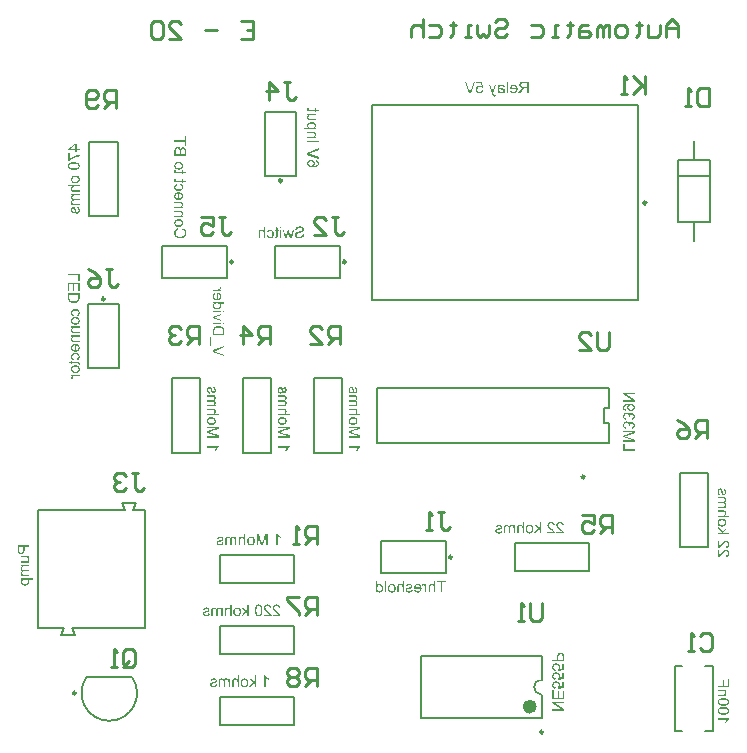
<source format=gto>
G04*
G04 #@! TF.GenerationSoftware,Altium Limited,Altium Designer,22.7.1 (60)*
G04*
G04 Layer_Color=65535*
%FSLAX44Y44*%
%MOMM*%
G71*
G04*
G04 #@! TF.SameCoordinates,C52D0C66-BE6F-4025-8B9A-53269D1F723A*
G04*
G04*
G04 #@! TF.FilePolarity,Positive*
G04*
G01*
G75*
%ADD10C,0.2500*%
%ADD11C,0.2000*%
%ADD12C,0.6000*%
%ADD13C,0.2540*%
G36*
X47538Y255996D02*
X47552Y255785D01*
X47566Y255545D01*
X47580Y255292D01*
X47609Y255052D01*
X47637Y254841D01*
Y254812D01*
X47665Y254714D01*
X47693Y254587D01*
X47736Y254418D01*
X47806Y254234D01*
X47891Y254037D01*
X47989Y253825D01*
X48102Y253642D01*
X48116Y253614D01*
X48158Y253558D01*
X48243Y253473D01*
X48342Y253360D01*
X48469Y253233D01*
X48638Y253106D01*
X48821Y252966D01*
X49033Y252853D01*
X49061Y252839D01*
X49131Y252810D01*
X49258Y252754D01*
X49427Y252698D01*
X49625Y252655D01*
X49850Y252599D01*
X50104Y252571D01*
X50372Y252557D01*
X50386D01*
X50428D01*
X50484D01*
X50583Y252571D01*
X50682Y252585D01*
X50809Y252599D01*
X50950Y252627D01*
X51105Y252655D01*
X51429Y252754D01*
X51598Y252810D01*
X51781Y252895D01*
X51965Y252994D01*
X52134Y253092D01*
X52303Y253219D01*
X52472Y253360D01*
X52486Y253374D01*
X52514Y253403D01*
X52557Y253445D01*
X52599Y253515D01*
X52670Y253600D01*
X52740Y253713D01*
X52825Y253854D01*
X52895Y254009D01*
X52980Y254192D01*
X53064Y254403D01*
X53135Y254629D01*
X53191Y254897D01*
X53247Y255179D01*
X53290Y255489D01*
X53318Y255841D01*
X53332Y256208D01*
Y258703D01*
X57293D01*
Y260000D01*
X47538D01*
Y255996D01*
D02*
G37*
G36*
X50217Y249892D02*
X54150D01*
X54164D01*
X54192D01*
X54234D01*
X54305D01*
X54460D01*
X54657Y249878D01*
X54869D01*
X55080Y249864D01*
X55263Y249850D01*
X55418Y249822D01*
X55433D01*
X55489Y249794D01*
X55574Y249765D01*
X55686Y249723D01*
X55799Y249653D01*
X55926Y249568D01*
X56039Y249470D01*
X56151Y249343D01*
X56166Y249328D01*
X56194Y249272D01*
X56236Y249202D01*
X56278Y249089D01*
X56335Y248962D01*
X56377Y248807D01*
X56405Y248638D01*
X56419Y248440D01*
Y248342D01*
X56405Y248243D01*
X56391Y248116D01*
X56349Y247961D01*
X56307Y247792D01*
X56236Y247609D01*
X56151Y247425D01*
X56137Y247397D01*
X56095Y247341D01*
X56039Y247256D01*
X55954Y247158D01*
X55841Y247045D01*
X55715Y246932D01*
X55574Y246833D01*
X55404Y246749D01*
X55376Y246735D01*
X55320Y246721D01*
X55207Y246692D01*
X55052Y246650D01*
X54855Y246608D01*
X54615Y246580D01*
X54333Y246565D01*
X54009Y246551D01*
X50217D01*
Y245353D01*
X57293D01*
Y246425D01*
X56264D01*
X56278Y246439D01*
X56321Y246467D01*
X56377Y246509D01*
X56448Y246580D01*
X56532Y246664D01*
X56645Y246763D01*
X56743Y246876D01*
X56856Y247017D01*
X56969Y247172D01*
X57068Y247341D01*
X57167Y247524D01*
X57265Y247722D01*
X57336Y247947D01*
X57392Y248173D01*
X57434Y248426D01*
X57448Y248680D01*
Y248779D01*
X57434Y248906D01*
X57420Y249061D01*
X57392Y249244D01*
X57350Y249441D01*
X57293Y249639D01*
X57209Y249850D01*
X57195Y249878D01*
X57167Y249935D01*
X57110Y250033D01*
X57040Y250146D01*
X56955Y250287D01*
X56856Y250414D01*
X56743Y250541D01*
X56617Y250654D01*
X56603Y250668D01*
X56546Y250696D01*
X56476Y250738D01*
X56363Y250795D01*
X56236Y250865D01*
X56081Y250921D01*
X55912Y250978D01*
X55729Y251020D01*
X55715D01*
X55658Y251034D01*
X55574Y251048D01*
X55461D01*
X55292Y251063D01*
X55108Y251077D01*
X54869Y251091D01*
X54601D01*
X50217D01*
Y249892D01*
D02*
G37*
G36*
Y242421D02*
X51232D01*
X51203Y242407D01*
X51147Y242365D01*
X51048Y242280D01*
X50936Y242181D01*
X50795Y242055D01*
X50654Y241899D01*
X50513Y241730D01*
X50386Y241533D01*
X50372Y241505D01*
X50329Y241434D01*
X50287Y241321D01*
X50217Y241166D01*
X50160Y240983D01*
X50118Y240772D01*
X50076Y240532D01*
X50062Y240278D01*
Y240151D01*
X50076Y239996D01*
X50104Y239827D01*
X50146Y239616D01*
X50202Y239404D01*
X50287Y239193D01*
X50400Y238995D01*
X50414Y238967D01*
X50456Y238911D01*
X50527Y238826D01*
X50640Y238713D01*
X50766Y238601D01*
X50922Y238474D01*
X51105Y238361D01*
X51316Y238277D01*
X51302Y238262D01*
X51260Y238234D01*
X51203Y238192D01*
X51119Y238121D01*
X51020Y238037D01*
X50922Y237938D01*
X50809Y237825D01*
X50682Y237684D01*
X50569Y237529D01*
X50456Y237374D01*
X50358Y237191D01*
X50259Y236994D01*
X50174Y236782D01*
X50118Y236557D01*
X50076Y236331D01*
X50062Y236077D01*
Y235979D01*
X50076Y235908D01*
Y235809D01*
X50090Y235711D01*
X50132Y235471D01*
X50202Y235217D01*
X50315Y234950D01*
X50456Y234682D01*
X50654Y234456D01*
X50682Y234428D01*
X50766Y234372D01*
X50893Y234273D01*
X50992Y234231D01*
X51091Y234174D01*
X51217Y234118D01*
X51344Y234076D01*
X51485Y234019D01*
X51655Y233977D01*
X51824Y233949D01*
X52021Y233920D01*
X52218Y233892D01*
X52444D01*
X57293D01*
Y235091D01*
X52853D01*
X52839D01*
X52825D01*
X52740D01*
X52613D01*
X52458Y235105D01*
X52289Y235119D01*
X52120Y235133D01*
X51951Y235161D01*
X51824Y235203D01*
X51810D01*
X51767Y235231D01*
X51711Y235260D01*
X51640Y235302D01*
X51556Y235358D01*
X51471Y235429D01*
X51387Y235513D01*
X51302Y235626D01*
X51288Y235640D01*
X51274Y235683D01*
X51246Y235739D01*
X51203Y235838D01*
X51161Y235936D01*
X51133Y236063D01*
X51119Y236190D01*
X51105Y236345D01*
Y236416D01*
X51119Y236472D01*
X51133Y236613D01*
X51161Y236782D01*
X51232Y236980D01*
X51316Y237191D01*
X51443Y237402D01*
X51612Y237600D01*
X51640Y237614D01*
X51711Y237670D01*
X51824Y237755D01*
X51993Y237840D01*
X52218Y237938D01*
X52486Y238009D01*
X52811Y238065D01*
X53191Y238093D01*
X57293D01*
Y239291D01*
X52712D01*
X52698D01*
X52670D01*
X52641D01*
X52585D01*
X52430Y239306D01*
X52261Y239334D01*
X52063Y239362D01*
X51866Y239418D01*
X51683Y239489D01*
X51514Y239587D01*
X51500Y239602D01*
X51443Y239644D01*
X51387Y239714D01*
X51302Y239813D01*
X51232Y239940D01*
X51161Y240109D01*
X51119Y240306D01*
X51105Y240546D01*
Y240631D01*
X51119Y240729D01*
X51133Y240842D01*
X51175Y240983D01*
X51217Y241152D01*
X51288Y241307D01*
X51373Y241476D01*
X51387Y241491D01*
X51429Y241547D01*
X51485Y241618D01*
X51570Y241716D01*
X51683Y241815D01*
X51824Y241914D01*
X51979Y242012D01*
X52162Y242097D01*
X52190Y242111D01*
X52261Y242125D01*
X52373Y242153D01*
X52529Y242195D01*
X52740Y242238D01*
X52994Y242266D01*
X53290Y242280D01*
X53628Y242294D01*
X57293D01*
Y243492D01*
X50217D01*
Y242421D01*
D02*
G37*
G36*
Y231031D02*
X51147D01*
X51119Y231017D01*
X51062Y230960D01*
X50964Y230890D01*
X50851Y230777D01*
X50710Y230650D01*
X50583Y230509D01*
X50456Y230340D01*
X50343Y230171D01*
X50329Y230142D01*
X50301Y230086D01*
X50259Y229973D01*
X50202Y229832D01*
X50146Y229663D01*
X50104Y229466D01*
X50076Y229240D01*
X50062Y228987D01*
Y228832D01*
X50076Y228761D01*
X50090Y228662D01*
X50118Y228451D01*
X50174Y228197D01*
X50259Y227929D01*
X50386Y227661D01*
X50541Y227394D01*
Y227379D01*
X50569Y227365D01*
X50626Y227281D01*
X50738Y227154D01*
X50879Y226999D01*
X51062Y226830D01*
X51288Y226661D01*
X51556Y226491D01*
X51852Y226350D01*
X51866D01*
X51894Y226336D01*
X51936Y226322D01*
X51993Y226294D01*
X52077Y226266D01*
X52176Y226238D01*
X52402Y226167D01*
X52684Y226097D01*
X52994Y226040D01*
X53346Y225998D01*
X53713Y225984D01*
X53727D01*
X53755D01*
X53811D01*
X53896D01*
X53995Y225998D01*
X54107D01*
X54361Y226026D01*
X54671Y226083D01*
X54995Y226153D01*
X55334Y226252D01*
X55672Y226379D01*
X55686D01*
X55715Y226393D01*
X55757Y226421D01*
X55813Y226449D01*
X55968Y226548D01*
X56166Y226675D01*
X56377Y226830D01*
X56589Y227027D01*
X56800Y227253D01*
X56997Y227521D01*
Y227535D01*
X57011Y227549D01*
X57040Y227591D01*
X57068Y227647D01*
X57138Y227788D01*
X57223Y227986D01*
X57307Y228225D01*
X57378Y228479D01*
X57434Y228775D01*
X57448Y229071D01*
Y229170D01*
X57434Y229283D01*
X57420Y229424D01*
X57392Y229593D01*
X57350Y229776D01*
X57293Y229959D01*
X57209Y230142D01*
X57195Y230157D01*
X57167Y230227D01*
X57110Y230312D01*
X57025Y230424D01*
X56941Y230537D01*
X56828Y230678D01*
X56701Y230805D01*
X56560Y230918D01*
X60000D01*
Y232116D01*
X50217D01*
Y231031D01*
D02*
G37*
G36*
X188768Y603003D02*
X180169D01*
Y601706D01*
X188768D01*
Y598492D01*
X189924D01*
Y606217D01*
X188768D01*
Y603003D01*
D02*
G37*
G36*
X182749Y597435D02*
X182580Y597407D01*
X182382Y597379D01*
X182171Y597322D01*
X181945Y597252D01*
X181720Y597153D01*
X181692Y597139D01*
X181621Y597096D01*
X181523Y597040D01*
X181381Y596955D01*
X181241Y596843D01*
X181085Y596730D01*
X180930Y596589D01*
X180804Y596434D01*
X180789Y596420D01*
X180747Y596363D01*
X180691Y596265D01*
X180634Y596138D01*
X180550Y595983D01*
X180465Y595800D01*
X180395Y595602D01*
X180324Y595363D01*
Y595334D01*
X180296Y595250D01*
X180282Y595109D01*
X180254Y594926D01*
X180226Y594700D01*
X180197Y594432D01*
X180183Y594136D01*
X180169Y593798D01*
Y590076D01*
X189924D01*
Y593911D01*
X189910Y594009D01*
Y594122D01*
X189882Y594376D01*
X189854Y594658D01*
X189797Y594954D01*
X189727Y595250D01*
X189628Y595518D01*
Y595532D01*
X189614Y595546D01*
X189572Y595630D01*
X189501Y595757D01*
X189403Y595898D01*
X189276Y596067D01*
X189121Y596251D01*
X188923Y596420D01*
X188712Y596575D01*
X188684Y596589D01*
X188599Y596631D01*
X188486Y596702D01*
X188317Y596772D01*
X188120Y596843D01*
X187908Y596913D01*
X187669Y596955D01*
X187429Y596970D01*
X187401D01*
X187330D01*
X187204Y596955D01*
X187048Y596927D01*
X186865Y596885D01*
X186668Y596815D01*
X186471Y596730D01*
X186259Y596617D01*
X186231Y596603D01*
X186175Y596561D01*
X186062Y596476D01*
X185949Y596363D01*
X185808Y596222D01*
X185653Y596053D01*
X185512Y595842D01*
X185371Y595602D01*
Y595616D01*
X185357Y595644D01*
X185343Y595687D01*
X185315Y595743D01*
X185258Y595912D01*
X185159Y596110D01*
X185033Y596321D01*
X184878Y596561D01*
X184694Y596772D01*
X184469Y596970D01*
X184441Y596984D01*
X184356Y597040D01*
X184229Y597125D01*
X184060Y597209D01*
X183834Y597294D01*
X183595Y597379D01*
X183313Y597435D01*
X183003Y597449D01*
X182989D01*
X182974D01*
X182890D01*
X182749Y597435D01*
D02*
G37*
G36*
X183468Y584762D02*
X183327Y584748D01*
X183186D01*
X183031Y584719D01*
X182678Y584677D01*
X182326Y584593D01*
X181974Y584494D01*
X181649Y584353D01*
X181635D01*
X181621Y584339D01*
X181579Y584310D01*
X181523Y584282D01*
X181381Y584184D01*
X181212Y584057D01*
X181015Y583888D01*
X180818Y583676D01*
X180620Y583437D01*
X180437Y583155D01*
Y583140D01*
X180423Y583126D01*
X180395Y583084D01*
X180366Y583014D01*
X180338Y582943D01*
X180310Y582859D01*
X180226Y582647D01*
X180155Y582407D01*
X180085Y582111D01*
X180028Y581801D01*
X180014Y581463D01*
Y581322D01*
X180028Y581209D01*
X180042Y581082D01*
X180070Y580941D01*
X180099Y580772D01*
X180127Y580603D01*
X180240Y580222D01*
X180324Y580011D01*
X180409Y579814D01*
X180522Y579616D01*
X180648Y579419D01*
X180789Y579236D01*
X180959Y579052D01*
X180973Y579038D01*
X181001Y579010D01*
X181057Y578968D01*
X181142Y578911D01*
X181241Y578841D01*
X181353Y578770D01*
X181494Y578686D01*
X181663Y578601D01*
X181847Y578517D01*
X182058Y578432D01*
X182284Y578362D01*
X182523Y578291D01*
X182791Y578235D01*
X183073Y578192D01*
X183383Y578164D01*
X183708Y578150D01*
X183736D01*
X183792D01*
X183891Y578164D01*
X184032D01*
X184187Y578178D01*
X184384Y578206D01*
X184582Y578235D01*
X184807Y578291D01*
X185033Y578348D01*
X185272Y578418D01*
X185526Y578503D01*
X185766Y578615D01*
X185991Y578728D01*
X186217Y578883D01*
X186428Y579038D01*
X186611Y579236D01*
X186626Y579250D01*
X186640Y579278D01*
X186682Y579334D01*
X186738Y579405D01*
X186795Y579489D01*
X186865Y579602D01*
X186936Y579715D01*
X187006Y579856D01*
X187077Y580011D01*
X187147Y580180D01*
X187274Y580561D01*
X187373Y580998D01*
X187387Y581223D01*
X187401Y581463D01*
Y581604D01*
X187387Y581703D01*
X187373Y581829D01*
X187344Y581970D01*
X187316Y582126D01*
X187288Y582309D01*
X187161Y582689D01*
X187091Y582887D01*
X186992Y583084D01*
X186893Y583282D01*
X186752Y583479D01*
X186611Y583662D01*
X186442Y583845D01*
X186428Y583859D01*
X186400Y583888D01*
X186344Y583930D01*
X186273Y583986D01*
X186175Y584057D01*
X186048Y584141D01*
X185907Y584226D01*
X185752Y584310D01*
X185582Y584395D01*
X185371Y584480D01*
X185159Y584564D01*
X184920Y584635D01*
X184666Y584691D01*
X184398Y584734D01*
X184116Y584762D01*
X183806Y584776D01*
X183792D01*
X183750D01*
X183679D01*
X183581D01*
X183468Y584762D01*
D02*
G37*
G36*
X180169Y577544D02*
X180155Y577488D01*
X180141Y577389D01*
X180127Y577262D01*
X180099Y577121D01*
X180085Y576966D01*
X180070Y576656D01*
Y576543D01*
X180085Y576430D01*
X180099Y576289D01*
X180113Y576120D01*
X180155Y575951D01*
X180197Y575796D01*
X180268Y575641D01*
X180282Y575627D01*
X180310Y575584D01*
X180352Y575528D01*
X180423Y575443D01*
X180493Y575373D01*
X180592Y575289D01*
X180691Y575204D01*
X180818Y575148D01*
X180832D01*
X180888Y575119D01*
X180987Y575105D01*
X181128Y575077D01*
X181311Y575049D01*
X181424Y575035D01*
X181551D01*
X181706Y575021D01*
X181861Y575006D01*
X182030D01*
X182227D01*
X186315D01*
Y574118D01*
X187246D01*
Y575006D01*
X188994D01*
X189713Y576205D01*
X187246D01*
Y577417D01*
X186315D01*
Y576205D01*
X182157D01*
X182129D01*
X182072D01*
X181988D01*
X181889Y576219D01*
X181663Y576233D01*
X181565Y576247D01*
X181494Y576261D01*
X181466Y576275D01*
X181410Y576317D01*
X181339Y576374D01*
X181269Y576473D01*
X181255Y576501D01*
X181226Y576571D01*
X181198Y576698D01*
X181184Y576881D01*
Y577022D01*
X181198Y577093D01*
Y577192D01*
X181212Y577304D01*
X181226Y577417D01*
X180169Y577572D01*
Y577544D01*
D02*
G37*
G36*
Y569960D02*
X180155Y569903D01*
X180141Y569805D01*
X180127Y569678D01*
X180099Y569537D01*
X180085Y569382D01*
X180070Y569072D01*
Y568959D01*
X180085Y568846D01*
X180099Y568705D01*
X180113Y568536D01*
X180155Y568367D01*
X180197Y568212D01*
X180268Y568057D01*
X180282Y568043D01*
X180310Y568000D01*
X180352Y567944D01*
X180423Y567859D01*
X180493Y567789D01*
X180592Y567704D01*
X180691Y567620D01*
X180818Y567563D01*
X180832D01*
X180888Y567535D01*
X180987Y567521D01*
X181128Y567493D01*
X181311Y567465D01*
X181424Y567450D01*
X181551D01*
X181706Y567436D01*
X181861Y567422D01*
X182030D01*
X182227D01*
X186315D01*
Y566534D01*
X187246D01*
Y567422D01*
X188994D01*
X189713Y568621D01*
X187246D01*
Y569833D01*
X186315D01*
Y568621D01*
X182157D01*
X182129D01*
X182072D01*
X181988D01*
X181889Y568635D01*
X181663Y568649D01*
X181565Y568663D01*
X181494Y568677D01*
X181466Y568691D01*
X181410Y568733D01*
X181339Y568790D01*
X181269Y568888D01*
X181255Y568917D01*
X181226Y568987D01*
X181198Y569114D01*
X181184Y569297D01*
Y569438D01*
X181198Y569509D01*
Y569607D01*
X181212Y569720D01*
X181226Y569833D01*
X180169Y569988D01*
Y569960D01*
D02*
G37*
G36*
X182552Y566182D02*
X182495Y566168D01*
X182411Y566154D01*
X182298Y566125D01*
X182185Y566097D01*
X181903Y565998D01*
X181607Y565872D01*
X181283Y565688D01*
X180973Y565463D01*
X180832Y565336D01*
X180691Y565195D01*
X180677Y565181D01*
X180663Y565153D01*
X180634Y565110D01*
X180592Y565054D01*
X180536Y564984D01*
X180479Y564885D01*
X180423Y564772D01*
X180352Y564659D01*
X180226Y564377D01*
X180127Y564039D01*
X180042Y563672D01*
X180028Y563461D01*
X180014Y563250D01*
Y563109D01*
X180028Y563010D01*
X180042Y562883D01*
X180070Y562742D01*
X180099Y562587D01*
X180127Y562418D01*
X180240Y562037D01*
X180324Y561854D01*
X180409Y561657D01*
X180522Y561459D01*
X180648Y561276D01*
X180789Y561093D01*
X180959Y560924D01*
X180973Y560910D01*
X181001Y560881D01*
X181057Y560839D01*
X181128Y560783D01*
X181226Y560726D01*
X181353Y560642D01*
X181494Y560571D01*
X181649Y560487D01*
X181833Y560402D01*
X182044Y560331D01*
X182255Y560247D01*
X182509Y560191D01*
X182763Y560134D01*
X183059Y560092D01*
X183355Y560064D01*
X183679Y560050D01*
X183693D01*
X183736D01*
X183792D01*
X183877D01*
X183975Y560064D01*
X184088D01*
X184215Y560078D01*
X184356Y560092D01*
X184666Y560134D01*
X185004Y560205D01*
X185343Y560289D01*
X185681Y560416D01*
X185695D01*
X185723Y560430D01*
X185766Y560458D01*
X185822Y560487D01*
X185977Y560571D01*
X186160Y560698D01*
X186372Y560867D01*
X186583Y561065D01*
X186795Y561304D01*
X186964Y561572D01*
Y561586D01*
X186978Y561614D01*
X187006Y561657D01*
X187034Y561713D01*
X187063Y561783D01*
X187105Y561868D01*
X187190Y562080D01*
X187260Y562319D01*
X187330Y562615D01*
X187387Y562925D01*
X187401Y563264D01*
Y563377D01*
X187387Y563461D01*
Y563546D01*
X187373Y563658D01*
X187330Y563926D01*
X187260Y564222D01*
X187147Y564532D01*
X187006Y564843D01*
X186809Y565139D01*
Y565153D01*
X186781Y565167D01*
X186696Y565251D01*
X186569Y565378D01*
X186386Y565533D01*
X186160Y565688D01*
X185878Y565844D01*
X185554Y565984D01*
X185174Y566083D01*
X184990Y564913D01*
X185004D01*
X185019Y564899D01*
X185103Y564885D01*
X185230Y564843D01*
X185385Y564772D01*
X185554Y564702D01*
X185737Y564589D01*
X185907Y564462D01*
X186048Y564321D01*
X186062Y564307D01*
X186104Y564250D01*
X186160Y564152D01*
X186231Y564039D01*
X186301Y563884D01*
X186358Y563715D01*
X186400Y563517D01*
X186414Y563306D01*
Y563221D01*
X186400Y563151D01*
X186386Y562996D01*
X186329Y562784D01*
X186259Y562559D01*
X186146Y562305D01*
X185977Y562066D01*
X185878Y561953D01*
X185766Y561840D01*
X185752D01*
X185737Y561812D01*
X185695Y561783D01*
X185639Y561755D01*
X185568Y561713D01*
X185484Y561657D01*
X185385Y561614D01*
X185272Y561558D01*
X185131Y561502D01*
X184976Y561459D01*
X184807Y561403D01*
X184624Y561361D01*
X184426Y561332D01*
X184201Y561304D01*
X183961Y561276D01*
X183708D01*
X183693D01*
X183651D01*
X183566D01*
X183482Y561290D01*
X183355D01*
X183228Y561304D01*
X182918Y561347D01*
X182580Y561403D01*
X182227Y561502D01*
X181917Y561628D01*
X181762Y561713D01*
X181635Y561812D01*
X181607Y561840D01*
X181537Y561910D01*
X181438Y562037D01*
X181325Y562192D01*
X181198Y562404D01*
X181100Y562644D01*
X181029Y562925D01*
X181015Y563080D01*
X181001Y563236D01*
Y563264D01*
X181015Y563348D01*
X181029Y563489D01*
X181057Y563644D01*
X181100Y563828D01*
X181184Y564025D01*
X181283Y564222D01*
X181424Y564406D01*
X181438Y564434D01*
X181508Y564476D01*
X181607Y564561D01*
X181762Y564659D01*
X181945Y564758D01*
X182171Y564871D01*
X182453Y564955D01*
X182763Y565012D01*
X182608Y566196D01*
X182594D01*
X182552Y566182D01*
D02*
G37*
G36*
X183397Y558922D02*
Y553635D01*
X183383D01*
X183341D01*
X183285Y553650D01*
X183200D01*
X183101Y553664D01*
X182989Y553692D01*
X182735Y553734D01*
X182453Y553819D01*
X182143Y553932D01*
X181861Y554087D01*
X181607Y554284D01*
Y554298D01*
X181579Y554312D01*
X181508Y554397D01*
X181410Y554524D01*
X181311Y554693D01*
X181198Y554918D01*
X181100Y555172D01*
X181029Y555454D01*
X181015Y555609D01*
X181001Y555778D01*
Y555891D01*
X181015Y556018D01*
X181043Y556173D01*
X181085Y556342D01*
X181142Y556539D01*
X181226Y556723D01*
X181339Y556906D01*
X181353Y556920D01*
X181410Y556991D01*
X181494Y557075D01*
X181607Y557174D01*
X181762Y557287D01*
X181959Y557413D01*
X182185Y557540D01*
X182453Y557653D01*
X182298Y558894D01*
X182284D01*
X182255Y558880D01*
X182199Y558866D01*
X182115Y558837D01*
X182030Y558795D01*
X181917Y558753D01*
X181677Y558640D01*
X181410Y558499D01*
X181128Y558302D01*
X180860Y558076D01*
X180606Y557794D01*
Y557780D01*
X180578Y557752D01*
X180550Y557710D01*
X180508Y557653D01*
X180465Y557569D01*
X180423Y557484D01*
X180366Y557371D01*
X180310Y557244D01*
X180254Y557103D01*
X180197Y556962D01*
X180113Y556610D01*
X180042Y556215D01*
X180014Y555778D01*
Y555623D01*
X180028Y555524D01*
X180042Y555398D01*
X180070Y555243D01*
X180099Y555073D01*
X180127Y554890D01*
X180240Y554495D01*
X180324Y554284D01*
X180409Y554087D01*
X180522Y553875D01*
X180648Y553678D01*
X180789Y553494D01*
X180959Y553311D01*
X180973Y553297D01*
X181001Y553269D01*
X181057Y553227D01*
X181142Y553170D01*
X181241Y553100D01*
X181353Y553029D01*
X181494Y552945D01*
X181649Y552860D01*
X181833Y552776D01*
X182030Y552691D01*
X182255Y552621D01*
X182495Y552550D01*
X182749Y552494D01*
X183031Y552451D01*
X183327Y552423D01*
X183637Y552409D01*
X183651D01*
X183722D01*
X183806D01*
X183933Y552423D01*
X184088Y552437D01*
X184257Y552451D01*
X184455Y552480D01*
X184652Y552522D01*
X185103Y552635D01*
X185329Y552705D01*
X185568Y552790D01*
X185794Y552902D01*
X186005Y553029D01*
X186217Y553170D01*
X186414Y553325D01*
X186428Y553339D01*
X186456Y553368D01*
X186499Y553424D01*
X186569Y553494D01*
X186640Y553579D01*
X186724Y553692D01*
X186823Y553819D01*
X186908Y553974D01*
X187006Y554129D01*
X187091Y554312D01*
X187175Y554510D01*
X187246Y554721D01*
X187316Y554947D01*
X187359Y555186D01*
X187387Y555440D01*
X187401Y555708D01*
Y555849D01*
X187387Y555947D01*
X187373Y556060D01*
X187344Y556201D01*
X187316Y556356D01*
X187274Y556539D01*
X187232Y556709D01*
X187161Y556906D01*
X187091Y557089D01*
X186992Y557287D01*
X186879Y557484D01*
X186752Y557681D01*
X186597Y557865D01*
X186428Y558034D01*
X186414Y558048D01*
X186386Y558076D01*
X186329Y558118D01*
X186245Y558175D01*
X186146Y558245D01*
X186033Y558316D01*
X185893Y558400D01*
X185723Y558485D01*
X185540Y558569D01*
X185343Y558654D01*
X185117Y558725D01*
X184878Y558795D01*
X184610Y558851D01*
X184328Y558894D01*
X184032Y558922D01*
X183708Y558936D01*
X183693D01*
X183637D01*
X183538D01*
X183397Y558922D01*
D02*
G37*
G36*
X180169Y549773D02*
X184455D01*
X184469D01*
X184483D01*
X184582D01*
X184708D01*
X184863Y549759D01*
X185047Y549745D01*
X185230Y549716D01*
X185399Y549674D01*
X185554Y549632D01*
X185568D01*
X185611Y549604D01*
X185681Y549561D01*
X185766Y549519D01*
X185850Y549449D01*
X185949Y549364D01*
X186048Y549251D01*
X186132Y549124D01*
X186146Y549110D01*
X186175Y549068D01*
X186203Y548983D01*
X186245Y548885D01*
X186287Y548772D01*
X186329Y548631D01*
X186344Y548462D01*
X186358Y548293D01*
Y548222D01*
X186344Y548166D01*
X186329Y548025D01*
X186301Y547842D01*
X186231Y547644D01*
X186146Y547419D01*
X186033Y547193D01*
X185864Y546982D01*
X185836Y546954D01*
X185766Y546897D01*
X185709Y546855D01*
X185639Y546813D01*
X185554Y546756D01*
X185455Y546714D01*
X185343Y546657D01*
X185202Y546601D01*
X185047Y546559D01*
X184878Y546516D01*
X184694Y546488D01*
X184497Y546460D01*
X184257Y546432D01*
X184018D01*
X180169D01*
Y545234D01*
X187246D01*
Y546305D01*
X186231D01*
X186245Y546319D01*
X186287Y546347D01*
X186344Y546390D01*
X186414Y546446D01*
X186499Y546531D01*
X186597Y546629D01*
X186710Y546742D01*
X186823Y546883D01*
X186922Y547024D01*
X187034Y547193D01*
X187133Y547376D01*
X187218Y547574D01*
X187288Y547799D01*
X187344Y548025D01*
X187387Y548279D01*
X187401Y548546D01*
Y548659D01*
X187387Y548772D01*
X187373Y548927D01*
X187344Y549110D01*
X187302Y549308D01*
X187246Y549519D01*
X187161Y549716D01*
X187147Y549745D01*
X187119Y549801D01*
X187077Y549900D01*
X187006Y550013D01*
X186922Y550154D01*
X186809Y550280D01*
X186696Y550407D01*
X186555Y550520D01*
X186541Y550534D01*
X186485Y550562D01*
X186414Y550605D01*
X186315Y550675D01*
X186175Y550732D01*
X186033Y550788D01*
X185864Y550858D01*
X185681Y550901D01*
X185667D01*
X185611Y550915D01*
X185526Y550929D01*
X185413Y550943D01*
X185244D01*
X185047Y550957D01*
X184807Y550971D01*
X184511D01*
X180169D01*
Y549773D01*
D02*
G37*
G36*
Y542189D02*
X184455D01*
X184469D01*
X184483D01*
X184582D01*
X184708D01*
X184863Y542175D01*
X185047Y542160D01*
X185230Y542132D01*
X185399Y542090D01*
X185554Y542048D01*
X185568D01*
X185611Y542020D01*
X185681Y541977D01*
X185766Y541935D01*
X185850Y541865D01*
X185949Y541780D01*
X186048Y541667D01*
X186132Y541540D01*
X186146Y541526D01*
X186175Y541484D01*
X186203Y541399D01*
X186245Y541301D01*
X186287Y541188D01*
X186329Y541047D01*
X186344Y540878D01*
X186358Y540709D01*
Y540638D01*
X186344Y540582D01*
X186329Y540441D01*
X186301Y540257D01*
X186231Y540060D01*
X186146Y539835D01*
X186033Y539609D01*
X185864Y539398D01*
X185836Y539369D01*
X185766Y539313D01*
X185709Y539271D01*
X185639Y539228D01*
X185554Y539172D01*
X185455Y539130D01*
X185343Y539073D01*
X185202Y539017D01*
X185047Y538975D01*
X184878Y538932D01*
X184694Y538904D01*
X184497Y538876D01*
X184257Y538848D01*
X184018D01*
X180169D01*
Y537649D01*
X187246D01*
Y538721D01*
X186231D01*
X186245Y538735D01*
X186287Y538763D01*
X186344Y538805D01*
X186414Y538862D01*
X186499Y538946D01*
X186597Y539045D01*
X186710Y539158D01*
X186823Y539299D01*
X186922Y539440D01*
X187034Y539609D01*
X187133Y539792D01*
X187218Y539990D01*
X187288Y540215D01*
X187344Y540441D01*
X187387Y540694D01*
X187401Y540962D01*
Y541075D01*
X187387Y541188D01*
X187373Y541343D01*
X187344Y541526D01*
X187302Y541724D01*
X187246Y541935D01*
X187161Y542132D01*
X187147Y542160D01*
X187119Y542217D01*
X187077Y542316D01*
X187006Y542428D01*
X186922Y542569D01*
X186809Y542696D01*
X186696Y542823D01*
X186555Y542936D01*
X186541Y542950D01*
X186485Y542978D01*
X186414Y543020D01*
X186315Y543091D01*
X186175Y543147D01*
X186033Y543204D01*
X185864Y543274D01*
X185681Y543316D01*
X185667D01*
X185611Y543331D01*
X185526Y543345D01*
X185413Y543359D01*
X185244D01*
X185047Y543373D01*
X184807Y543387D01*
X184511D01*
X180169D01*
Y542189D01*
D02*
G37*
G36*
X183468Y536226D02*
X183327Y536212D01*
X183186D01*
X183031Y536183D01*
X182678Y536141D01*
X182326Y536057D01*
X181974Y535958D01*
X181649Y535817D01*
X181635D01*
X181621Y535803D01*
X181579Y535775D01*
X181523Y535746D01*
X181381Y535648D01*
X181212Y535521D01*
X181015Y535352D01*
X180818Y535140D01*
X180620Y534901D01*
X180437Y534619D01*
Y534604D01*
X180423Y534590D01*
X180395Y534548D01*
X180366Y534478D01*
X180338Y534407D01*
X180310Y534323D01*
X180226Y534111D01*
X180155Y533871D01*
X180085Y533575D01*
X180028Y533265D01*
X180014Y532927D01*
Y532786D01*
X180028Y532673D01*
X180042Y532546D01*
X180070Y532405D01*
X180099Y532236D01*
X180127Y532067D01*
X180240Y531686D01*
X180324Y531475D01*
X180409Y531278D01*
X180522Y531080D01*
X180648Y530883D01*
X180789Y530700D01*
X180959Y530516D01*
X180973Y530502D01*
X181001Y530474D01*
X181057Y530432D01*
X181142Y530375D01*
X181241Y530305D01*
X181353Y530234D01*
X181494Y530150D01*
X181663Y530065D01*
X181847Y529981D01*
X182058Y529896D01*
X182284Y529826D01*
X182523Y529755D01*
X182791Y529699D01*
X183073Y529656D01*
X183383Y529628D01*
X183708Y529614D01*
X183736D01*
X183792D01*
X183891Y529628D01*
X184032D01*
X184187Y529642D01*
X184384Y529671D01*
X184582Y529699D01*
X184807Y529755D01*
X185033Y529812D01*
X185272Y529882D01*
X185526Y529967D01*
X185766Y530079D01*
X185991Y530192D01*
X186217Y530347D01*
X186428Y530502D01*
X186611Y530700D01*
X186626Y530714D01*
X186640Y530742D01*
X186682Y530798D01*
X186738Y530869D01*
X186795Y530953D01*
X186865Y531066D01*
X186936Y531179D01*
X187006Y531320D01*
X187077Y531475D01*
X187147Y531644D01*
X187274Y532025D01*
X187373Y532462D01*
X187387Y532687D01*
X187401Y532927D01*
Y533068D01*
X187387Y533167D01*
X187373Y533293D01*
X187344Y533434D01*
X187316Y533590D01*
X187288Y533773D01*
X187161Y534153D01*
X187091Y534351D01*
X186992Y534548D01*
X186893Y534745D01*
X186752Y534943D01*
X186611Y535126D01*
X186442Y535309D01*
X186428Y535323D01*
X186400Y535352D01*
X186344Y535394D01*
X186273Y535450D01*
X186175Y535521D01*
X186048Y535605D01*
X185907Y535690D01*
X185752Y535775D01*
X185582Y535859D01*
X185371Y535944D01*
X185159Y536028D01*
X184920Y536099D01*
X184666Y536155D01*
X184398Y536198D01*
X184116Y536226D01*
X183806Y536240D01*
X183792D01*
X183750D01*
X183679D01*
X183581D01*
X183468Y536226D01*
D02*
G37*
G36*
X183186Y528613D02*
X183101Y528585D01*
X182989Y528543D01*
X182862Y528501D01*
X182707Y528444D01*
X182537Y528374D01*
X182354Y528289D01*
X181959Y528092D01*
X181565Y527838D01*
X181367Y527683D01*
X181170Y527528D01*
X181001Y527359D01*
X180832Y527161D01*
X180818Y527147D01*
X180789Y527119D01*
X180761Y527048D01*
X180705Y526978D01*
X180634Y526865D01*
X180564Y526753D01*
X180493Y526597D01*
X180423Y526442D01*
X180338Y526259D01*
X180268Y526062D01*
X180197Y525850D01*
X180127Y525625D01*
X180070Y525385D01*
X180042Y525131D01*
X180014Y524864D01*
X180000Y524582D01*
Y524426D01*
X180014Y524314D01*
Y524187D01*
X180028Y524032D01*
X180056Y523863D01*
X180085Y523665D01*
X180155Y523256D01*
X180268Y522834D01*
X180423Y522411D01*
X180522Y522213D01*
X180634Y522016D01*
X180648Y522002D01*
X180663Y521974D01*
X180705Y521917D01*
X180761Y521861D01*
X180818Y521776D01*
X180902Y521678D01*
X181001Y521565D01*
X181114Y521452D01*
X181241Y521339D01*
X181367Y521212D01*
X181692Y520959D01*
X182072Y520719D01*
X182495Y520508D01*
X182509D01*
X182552Y520479D01*
X182622Y520465D01*
X182707Y520423D01*
X182819Y520395D01*
X182960Y520353D01*
X183115Y520296D01*
X183285Y520254D01*
X183468Y520211D01*
X183679Y520155D01*
X184116Y520085D01*
X184610Y520028D01*
X185117Y520000D01*
X185131D01*
X185188D01*
X185272D01*
X185371Y520014D01*
X185512D01*
X185653Y520028D01*
X185836Y520042D01*
X186019Y520070D01*
X186428Y520141D01*
X186879Y520240D01*
X187330Y520381D01*
X187767Y520578D01*
X187782Y520592D01*
X187824Y520606D01*
X187880Y520634D01*
X187951Y520691D01*
X188049Y520747D01*
X188162Y520818D01*
X188416Y521001D01*
X188698Y521241D01*
X188980Y521522D01*
X189262Y521847D01*
X189501Y522227D01*
X189515Y522241D01*
X189530Y522284D01*
X189558Y522340D01*
X189600Y522411D01*
X189642Y522523D01*
X189685Y522636D01*
X189741Y522777D01*
X189797Y522932D01*
X189854Y523101D01*
X189910Y523285D01*
X189995Y523679D01*
X190065Y524130D01*
X190093Y524596D01*
Y524737D01*
X190079Y524835D01*
X190065Y524962D01*
X190051Y525117D01*
X190037Y525272D01*
X189995Y525456D01*
X189910Y525836D01*
X189783Y526259D01*
X189699Y526470D01*
X189600Y526668D01*
X189473Y526865D01*
X189346Y527063D01*
X189332Y527077D01*
X189318Y527105D01*
X189276Y527161D01*
X189205Y527232D01*
X189135Y527302D01*
X189036Y527401D01*
X188923Y527500D01*
X188811Y527612D01*
X188670Y527725D01*
X188500Y527838D01*
X188331Y527965D01*
X188148Y528078D01*
X187937Y528176D01*
X187725Y528289D01*
X187500Y528374D01*
X187246Y528458D01*
X186950Y527189D01*
X186964D01*
X186992Y527175D01*
X187048Y527147D01*
X187119Y527119D01*
X187204Y527091D01*
X187316Y527048D01*
X187542Y526936D01*
X187796Y526795D01*
X188049Y526626D01*
X188289Y526414D01*
X188500Y526189D01*
X188529Y526160D01*
X188585Y526076D01*
X188656Y525935D01*
X188754Y525752D01*
X188839Y525512D01*
X188923Y525244D01*
X188980Y524920D01*
X188994Y524567D01*
Y524455D01*
X188980Y524384D01*
Y524286D01*
X188966Y524173D01*
X188923Y523905D01*
X188867Y523609D01*
X188768Y523299D01*
X188627Y522975D01*
X188444Y522678D01*
Y522664D01*
X188416Y522650D01*
X188345Y522552D01*
X188233Y522425D01*
X188064Y522270D01*
X187852Y522086D01*
X187612Y521917D01*
X187316Y521762D01*
X186992Y521621D01*
X186978D01*
X186950Y521607D01*
X186908Y521593D01*
X186837Y521579D01*
X186752Y521551D01*
X186654Y521522D01*
X186414Y521480D01*
X186132Y521424D01*
X185822Y521367D01*
X185484Y521339D01*
X185117Y521325D01*
X185103D01*
X185061D01*
X184990D01*
X184906D01*
X184807Y521339D01*
X184680D01*
X184539Y521353D01*
X184384Y521367D01*
X184046Y521410D01*
X183679Y521480D01*
X183313Y521565D01*
X182946Y521678D01*
X182932D01*
X182904Y521692D01*
X182862Y521720D01*
X182791Y521748D01*
X182622Y521833D01*
X182425Y521959D01*
X182199Y522115D01*
X181959Y522312D01*
X181748Y522537D01*
X181551Y522805D01*
Y522819D01*
X181537Y522848D01*
X181508Y522890D01*
X181480Y522946D01*
X181452Y523017D01*
X181410Y523101D01*
X181325Y523299D01*
X181241Y523553D01*
X181170Y523834D01*
X181114Y524145D01*
X181100Y524469D01*
Y524567D01*
X181114Y524652D01*
Y524751D01*
X181128Y524849D01*
X181184Y525103D01*
X181255Y525399D01*
X181367Y525695D01*
X181523Y526005D01*
X181607Y526160D01*
X181720Y526301D01*
X181734Y526315D01*
X181748Y526330D01*
X181790Y526372D01*
X181833Y526428D01*
X181903Y526485D01*
X181988Y526555D01*
X182072Y526640D01*
X182185Y526710D01*
X182312Y526795D01*
X182453Y526894D01*
X182594Y526978D01*
X182763Y527063D01*
X182946Y527133D01*
X183144Y527204D01*
X183355Y527274D01*
X183581Y527331D01*
X183256Y528627D01*
X183242D01*
X183186Y528613D01*
D02*
G37*
G36*
X218444Y478813D02*
X218458Y478799D01*
X218486Y478742D01*
X218529Y478658D01*
X218571Y478545D01*
X218613Y478418D01*
X218655Y478263D01*
X218684Y478108D01*
X218698Y477953D01*
Y477882D01*
X218684Y477812D01*
X218670Y477713D01*
X218641Y477614D01*
X218599Y477487D01*
X218543Y477361D01*
X218458Y477248D01*
X218444Y477234D01*
X218416Y477192D01*
X218360Y477149D01*
X218289Y477079D01*
X218190Y477008D01*
X218078Y476938D01*
X217951Y476867D01*
X217796Y476811D01*
X217767Y476797D01*
X217683Y476783D01*
X217556Y476754D01*
X217387Y476712D01*
X217175Y476670D01*
X216936Y476642D01*
X216682Y476628D01*
X216400Y476614D01*
X212707D01*
Y475415D01*
X219783D01*
Y476501D01*
X218712D01*
X218726Y476515D01*
X218825Y476571D01*
X218952Y476642D01*
X219107Y476754D01*
X219262Y476867D01*
X219431Y476994D01*
X219572Y477121D01*
X219685Y477248D01*
X219699Y477262D01*
X219727Y477304D01*
X219769Y477389D01*
X219811Y477473D01*
X219854Y477586D01*
X219896Y477727D01*
X219924Y477868D01*
X219938Y478023D01*
Y478122D01*
X219924Y478249D01*
X219896Y478404D01*
X219840Y478587D01*
X219769Y478784D01*
X219671Y479010D01*
X219544Y479250D01*
X218444Y478813D01*
D02*
G37*
G36*
X215935Y473949D02*
Y468663D01*
X215921D01*
X215878D01*
X215822Y468677D01*
X215737D01*
X215639Y468691D01*
X215526Y468719D01*
X215272Y468761D01*
X214990Y468846D01*
X214680Y468959D01*
X214398Y469114D01*
X214144Y469311D01*
Y469325D01*
X214116Y469339D01*
X214046Y469424D01*
X213947Y469551D01*
X213848Y469720D01*
X213736Y469946D01*
X213637Y470199D01*
X213566Y470481D01*
X213552Y470636D01*
X213538Y470806D01*
Y470918D01*
X213552Y471045D01*
X213581Y471200D01*
X213623Y471369D01*
X213679Y471567D01*
X213764Y471750D01*
X213877Y471933D01*
X213891Y471947D01*
X213947Y472018D01*
X214032Y472103D01*
X214144Y472201D01*
X214300Y472314D01*
X214497Y472441D01*
X214722Y472568D01*
X214990Y472681D01*
X214835Y473921D01*
X214821D01*
X214793Y473907D01*
X214737Y473893D01*
X214652Y473865D01*
X214567Y473822D01*
X214455Y473780D01*
X214215Y473667D01*
X213947Y473526D01*
X213665Y473329D01*
X213397Y473103D01*
X213144Y472821D01*
Y472807D01*
X213115Y472779D01*
X213087Y472737D01*
X213045Y472681D01*
X213003Y472596D01*
X212960Y472511D01*
X212904Y472398D01*
X212848Y472272D01*
X212791Y472131D01*
X212735Y471990D01*
X212650Y471637D01*
X212580Y471243D01*
X212551Y470806D01*
Y470650D01*
X212566Y470552D01*
X212580Y470425D01*
X212608Y470270D01*
X212636Y470101D01*
X212664Y469917D01*
X212777Y469523D01*
X212862Y469311D01*
X212946Y469114D01*
X213059Y468903D01*
X213186Y468705D01*
X213327Y468522D01*
X213496Y468339D01*
X213510Y468325D01*
X213538Y468296D01*
X213595Y468254D01*
X213679Y468198D01*
X213778Y468127D01*
X213891Y468057D01*
X214032Y467972D01*
X214187Y467887D01*
X214370Y467803D01*
X214567Y467718D01*
X214793Y467648D01*
X215033Y467577D01*
X215286Y467521D01*
X215568Y467479D01*
X215864Y467450D01*
X216175Y467436D01*
X216189D01*
X216259D01*
X216344D01*
X216471Y467450D01*
X216626Y467465D01*
X216795Y467479D01*
X216992Y467507D01*
X217190Y467549D01*
X217641Y467662D01*
X217866Y467732D01*
X218106Y467817D01*
X218331Y467930D01*
X218543Y468057D01*
X218754Y468198D01*
X218952Y468353D01*
X218966Y468367D01*
X218994Y468395D01*
X219036Y468451D01*
X219107Y468522D01*
X219177Y468606D01*
X219262Y468719D01*
X219360Y468846D01*
X219445Y469001D01*
X219544Y469156D01*
X219628Y469339D01*
X219713Y469537D01*
X219783Y469748D01*
X219854Y469974D01*
X219896Y470214D01*
X219924Y470467D01*
X219938Y470735D01*
Y470876D01*
X219924Y470975D01*
X219910Y471087D01*
X219882Y471228D01*
X219854Y471384D01*
X219811Y471567D01*
X219769Y471736D01*
X219699Y471933D01*
X219628Y472117D01*
X219530Y472314D01*
X219417Y472511D01*
X219290Y472709D01*
X219135Y472892D01*
X218966Y473061D01*
X218952Y473075D01*
X218923Y473103D01*
X218867Y473146D01*
X218782Y473202D01*
X218684Y473273D01*
X218571Y473343D01*
X218430Y473428D01*
X218261Y473512D01*
X218078Y473597D01*
X217880Y473681D01*
X217655Y473752D01*
X217415Y473822D01*
X217147Y473879D01*
X216865Y473921D01*
X216569Y473949D01*
X216245Y473963D01*
X216231D01*
X216175D01*
X216076D01*
X215935Y473949D01*
D02*
G37*
G36*
X212707Y464828D02*
X213595D01*
X213581Y464814D01*
X213552Y464800D01*
X213496Y464758D01*
X213426Y464702D01*
X213355Y464631D01*
X213270Y464547D01*
X213172Y464448D01*
X213073Y464321D01*
X212974Y464194D01*
X212876Y464053D01*
X212791Y463884D01*
X212721Y463701D01*
X212650Y463517D01*
X212594Y463306D01*
X212566Y463080D01*
X212551Y462841D01*
Y462756D01*
X212566Y462700D01*
X212580Y462531D01*
X212608Y462333D01*
X212664Y462094D01*
X212749Y461826D01*
X212862Y461558D01*
X213017Y461290D01*
Y461276D01*
X213045Y461262D01*
X213101Y461177D01*
X213214Y461050D01*
X213355Y460895D01*
X213538Y460712D01*
X213764Y460529D01*
X214018Y460346D01*
X214314Y460191D01*
X214328D01*
X214356Y460176D01*
X214398Y460162D01*
X214455Y460134D01*
X214539Y460106D01*
X214638Y460064D01*
X214737Y460036D01*
X214863Y460007D01*
X215145Y459937D01*
X215470Y459866D01*
X215836Y459824D01*
X216231Y459810D01*
X216245D01*
X216273D01*
X216329D01*
X216414D01*
X216499Y459824D01*
X216611D01*
X216865Y459852D01*
X217161Y459894D01*
X217486Y459965D01*
X217824Y460050D01*
X218148Y460162D01*
X218162D01*
X218190Y460176D01*
X218233Y460205D01*
X218289Y460233D01*
X218444Y460317D01*
X218641Y460430D01*
X218853Y460571D01*
X219064Y460754D01*
X219290Y460966D01*
X219473Y461220D01*
Y461234D01*
X219487Y461248D01*
X219515Y461290D01*
X219544Y461347D01*
X219614Y461487D01*
X219713Y461685D01*
X219797Y461910D01*
X219868Y462178D01*
X219924Y462474D01*
X219938Y462784D01*
Y462897D01*
X219924Y463010D01*
X219910Y463165D01*
X219868Y463348D01*
X219826Y463546D01*
X219755Y463743D01*
X219656Y463926D01*
X219642Y463954D01*
X219614Y464011D01*
X219544Y464095D01*
X219473Y464208D01*
X219375Y464349D01*
X219248Y464476D01*
X219121Y464617D01*
X218966Y464744D01*
X222462D01*
Y465942D01*
X212707D01*
Y464828D01*
D02*
G37*
G36*
Y457230D02*
X219783D01*
Y458428D01*
X212707D01*
Y457230D01*
D02*
G37*
G36*
X221094D02*
X222462D01*
Y458428D01*
X221094D01*
Y457230D01*
D02*
G37*
G36*
X212707Y453466D02*
Y452324D01*
X219783Y449660D01*
Y450929D01*
X215540Y452451D01*
X215526D01*
X215512Y452465D01*
X215470Y452480D01*
X215427Y452494D01*
X215286Y452536D01*
X215103Y452592D01*
X214892Y452663D01*
X214652Y452747D01*
X214384Y452818D01*
X214116Y452902D01*
X214144Y452916D01*
X214215Y452931D01*
X214328Y452973D01*
X214497Y453015D01*
X214680Y453086D01*
X214920Y453156D01*
X215174Y453255D01*
X215455Y453354D01*
X219783Y454918D01*
Y456159D01*
X212707Y453466D01*
D02*
G37*
G36*
Y447376D02*
X219783D01*
Y448575D01*
X212707D01*
Y447376D01*
D02*
G37*
G36*
X221094D02*
X222462D01*
Y448575D01*
X221094D01*
Y447376D01*
D02*
G37*
G36*
X217344Y445741D02*
X217232D01*
X216964Y445727D01*
X216654Y445685D01*
X216329Y445642D01*
X215991Y445572D01*
X215653Y445487D01*
X215639D01*
X215611Y445473D01*
X215568Y445459D01*
X215512Y445445D01*
X215357Y445389D01*
X215159Y445304D01*
X214934Y445219D01*
X214708Y445107D01*
X214469Y444966D01*
X214243Y444825D01*
X214215Y444811D01*
X214144Y444754D01*
X214046Y444670D01*
X213919Y444557D01*
X213778Y444430D01*
X213637Y444275D01*
X213482Y444120D01*
X213355Y443937D01*
X213341Y443909D01*
X213299Y443852D01*
X213242Y443753D01*
X213172Y443612D01*
X213087Y443443D01*
X213017Y443246D01*
X212932Y443020D01*
X212862Y442767D01*
Y442738D01*
X212848Y442696D01*
X212833Y442654D01*
X212819Y442513D01*
X212791Y442315D01*
X212763Y442090D01*
X212735Y441822D01*
X212721Y441526D01*
X212707Y441202D01*
Y437692D01*
X222462D01*
Y441441D01*
X222448Y441695D01*
X222433Y441977D01*
X222405Y442259D01*
X222363Y442541D01*
X222321Y442781D01*
Y442795D01*
X222307Y442823D01*
Y442865D01*
X222278Y442922D01*
X222236Y443077D01*
X222166Y443274D01*
X222067Y443500D01*
X221940Y443739D01*
X221799Y443979D01*
X221616Y444204D01*
X221602Y444219D01*
X221588Y444233D01*
X221545Y444275D01*
X221503Y444331D01*
X221362Y444472D01*
X221165Y444641D01*
X220925Y444825D01*
X220643Y445022D01*
X220319Y445205D01*
X219953Y445360D01*
X219938D01*
X219910Y445375D01*
X219854Y445403D01*
X219769Y445417D01*
X219671Y445459D01*
X219558Y445487D01*
X219431Y445516D01*
X219276Y445558D01*
X219121Y445600D01*
X218937Y445628D01*
X218543Y445699D01*
X218106Y445741D01*
X217626Y445755D01*
X217612D01*
X217584D01*
X217514D01*
X217443D01*
X217344Y445741D01*
D02*
G37*
G36*
X210000Y428839D02*
X210860D01*
Y436775D01*
X210000D01*
Y428839D01*
D02*
G37*
G36*
X212707Y425131D02*
Y423778D01*
X222462Y420000D01*
Y421410D01*
X215371Y423947D01*
X215357D01*
X215329Y423961D01*
X215286Y423975D01*
X215230Y424003D01*
X215145Y424018D01*
X215061Y424046D01*
X214849Y424116D01*
X214610Y424201D01*
X214342Y424286D01*
X213778Y424455D01*
X213792D01*
X213820Y424469D01*
X213863Y424483D01*
X213919Y424497D01*
X214074Y424539D01*
X214286Y424610D01*
X214525Y424680D01*
X214793Y424765D01*
X215075Y424863D01*
X215371Y424976D01*
X222462Y427626D01*
Y428937D01*
X212707Y425131D01*
D02*
G37*
G36*
X292707Y630143D02*
X292693Y630087D01*
X292678Y629988D01*
X292664Y629861D01*
X292636Y629720D01*
X292622Y629565D01*
X292608Y629255D01*
Y629142D01*
X292622Y629029D01*
X292636Y628888D01*
X292650Y628719D01*
X292693Y628550D01*
X292735Y628395D01*
X292805Y628240D01*
X292819Y628226D01*
X292848Y628184D01*
X292890Y628127D01*
X292960Y628043D01*
X293031Y627972D01*
X293130Y627887D01*
X293228Y627803D01*
X293355Y627747D01*
X293369D01*
X293426Y627718D01*
X293524Y627704D01*
X293665Y627676D01*
X293848Y627648D01*
X293961Y627634D01*
X294088D01*
X294243Y627620D01*
X294398Y627606D01*
X294567D01*
X294765D01*
X298853D01*
Y626717D01*
X299783D01*
Y627606D01*
X301531D01*
X302250Y628804D01*
X299783D01*
Y630016D01*
X298853D01*
Y628804D01*
X294694D01*
X294666D01*
X294610D01*
X294525D01*
X294426Y628818D01*
X294201Y628832D01*
X294102Y628846D01*
X294032Y628860D01*
X294004Y628874D01*
X293947Y628917D01*
X293877Y628973D01*
X293806Y629072D01*
X293792Y629100D01*
X293764Y629170D01*
X293736Y629297D01*
X293722Y629481D01*
Y629621D01*
X293736Y629692D01*
Y629791D01*
X293750Y629903D01*
X293764Y630016D01*
X292707Y630171D01*
Y630143D01*
D02*
G37*
G36*
Y624462D02*
X293736D01*
X293722Y624448D01*
X293679Y624420D01*
X293623Y624377D01*
X293552Y624307D01*
X293468Y624222D01*
X293355Y624124D01*
X293256Y624011D01*
X293144Y623870D01*
X293031Y623715D01*
X292932Y623546D01*
X292833Y623362D01*
X292735Y623165D01*
X292664Y622939D01*
X292608Y622714D01*
X292566Y622460D01*
X292551Y622206D01*
Y622108D01*
X292566Y621981D01*
X292580Y621826D01*
X292608Y621642D01*
X292650Y621445D01*
X292707Y621248D01*
X292791Y621036D01*
X292805Y621008D01*
X292833Y620952D01*
X292890Y620853D01*
X292960Y620740D01*
X293045Y620599D01*
X293144Y620472D01*
X293256Y620346D01*
X293383Y620233D01*
X293397Y620219D01*
X293454Y620191D01*
X293524Y620148D01*
X293637Y620092D01*
X293764Y620021D01*
X293919Y619965D01*
X294088Y619909D01*
X294271Y619866D01*
X294286D01*
X294342Y619852D01*
X294426Y619838D01*
X294539D01*
X294708Y619824D01*
X294892Y619810D01*
X295131Y619796D01*
X295399D01*
X299783D01*
Y620994D01*
X295850D01*
X295836D01*
X295808D01*
X295766D01*
X295695D01*
X295540D01*
X295343Y621008D01*
X295131D01*
X294920Y621022D01*
X294737Y621036D01*
X294582Y621065D01*
X294567D01*
X294511Y621093D01*
X294426Y621121D01*
X294314Y621163D01*
X294201Y621234D01*
X294074Y621318D01*
X293961Y621417D01*
X293848Y621544D01*
X293834Y621558D01*
X293806Y621614D01*
X293764Y621685D01*
X293722Y621798D01*
X293665Y621925D01*
X293623Y622080D01*
X293595Y622249D01*
X293581Y622446D01*
Y622545D01*
X293595Y622643D01*
X293609Y622770D01*
X293651Y622925D01*
X293693Y623094D01*
X293764Y623278D01*
X293848Y623461D01*
X293863Y623489D01*
X293905Y623546D01*
X293961Y623630D01*
X294046Y623729D01*
X294159Y623842D01*
X294286Y623955D01*
X294426Y624053D01*
X294596Y624138D01*
X294624Y624152D01*
X294680Y624166D01*
X294793Y624194D01*
X294948Y624236D01*
X295145Y624279D01*
X295385Y624307D01*
X295667Y624321D01*
X295991Y624335D01*
X299783D01*
Y625533D01*
X292707D01*
Y624462D01*
D02*
G37*
G36*
X296005Y618358D02*
X295893D01*
X295639Y618330D01*
X295329Y618273D01*
X295004Y618203D01*
X294666Y618104D01*
X294328Y617977D01*
X294314D01*
X294286Y617963D01*
X294243Y617935D01*
X294187Y617907D01*
X294032Y617808D01*
X293834Y617681D01*
X293623Y617526D01*
X293412Y617329D01*
X293200Y617103D01*
X293003Y616836D01*
Y616821D01*
X292988Y616807D01*
X292960Y616765D01*
X292932Y616709D01*
X292862Y616568D01*
X292777Y616370D01*
X292693Y616131D01*
X292622Y615877D01*
X292566Y615581D01*
X292551Y615285D01*
Y615186D01*
X292566Y615073D01*
X292580Y614932D01*
X292608Y614763D01*
X292650Y614580D01*
X292707Y614397D01*
X292791Y614213D01*
X292805Y614199D01*
X292833Y614129D01*
X292890Y614044D01*
X292974Y613932D01*
X293059Y613819D01*
X293172Y613678D01*
X293299Y613551D01*
X293440Y613438D01*
X290000D01*
Y612240D01*
X299783D01*
Y613325D01*
X298853D01*
X298881Y613339D01*
X298937Y613396D01*
X299036Y613466D01*
X299149Y613579D01*
X299290Y613706D01*
X299417Y613847D01*
X299544Y614016D01*
X299656Y614185D01*
X299671Y614213D01*
X299699Y614270D01*
X299741Y614383D01*
X299797Y614524D01*
X299854Y614693D01*
X299896Y614890D01*
X299924Y615116D01*
X299938Y615369D01*
Y615524D01*
X299924Y615595D01*
X299910Y615694D01*
X299882Y615905D01*
X299826Y616159D01*
X299741Y616427D01*
X299614Y616694D01*
X299459Y616962D01*
Y616976D01*
X299431Y616991D01*
X299375Y617075D01*
X299262Y617202D01*
X299121Y617357D01*
X298937Y617526D01*
X298712Y617695D01*
X298444Y617865D01*
X298148Y618005D01*
X298134D01*
X298106Y618020D01*
X298064Y618034D01*
X298007Y618062D01*
X297922Y618090D01*
X297824Y618118D01*
X297598Y618189D01*
X297316Y618259D01*
X297006Y618316D01*
X296654Y618358D01*
X296287Y618372D01*
X296273D01*
X296245D01*
X296189D01*
X296104D01*
X296005Y618358D01*
D02*
G37*
G36*
X292707Y609195D02*
X296992D01*
X297006D01*
X297020D01*
X297119D01*
X297246D01*
X297401Y609181D01*
X297584Y609167D01*
X297767Y609138D01*
X297937Y609096D01*
X298092Y609054D01*
X298106D01*
X298148Y609026D01*
X298218Y608983D01*
X298303Y608941D01*
X298388Y608871D01*
X298486Y608786D01*
X298585Y608673D01*
X298670Y608546D01*
X298684Y608532D01*
X298712Y608490D01*
X298740Y608405D01*
X298782Y608307D01*
X298825Y608194D01*
X298867Y608053D01*
X298881Y607884D01*
X298895Y607715D01*
Y607644D01*
X298881Y607588D01*
X298867Y607447D01*
X298839Y607264D01*
X298768Y607066D01*
X298684Y606841D01*
X298571Y606615D01*
X298402Y606404D01*
X298374Y606376D01*
X298303Y606319D01*
X298247Y606277D01*
X298176Y606235D01*
X298092Y606178D01*
X297993Y606136D01*
X297880Y606079D01*
X297739Y606023D01*
X297584Y605981D01*
X297415Y605938D01*
X297232Y605910D01*
X297034Y605882D01*
X296795Y605854D01*
X296555D01*
X292707D01*
Y604656D01*
X299783D01*
Y605727D01*
X298768D01*
X298782Y605741D01*
X298825Y605769D01*
X298881Y605812D01*
X298952Y605868D01*
X299036Y605953D01*
X299135Y606051D01*
X299248Y606164D01*
X299360Y606305D01*
X299459Y606446D01*
X299572Y606615D01*
X299671Y606798D01*
X299755Y606996D01*
X299826Y607221D01*
X299882Y607447D01*
X299924Y607701D01*
X299938Y607968D01*
Y608081D01*
X299924Y608194D01*
X299910Y608349D01*
X299882Y608532D01*
X299840Y608730D01*
X299783Y608941D01*
X299699Y609138D01*
X299685Y609167D01*
X299656Y609223D01*
X299614Y609322D01*
X299544Y609435D01*
X299459Y609576D01*
X299346Y609702D01*
X299233Y609829D01*
X299093Y609942D01*
X299078Y609956D01*
X299022Y609984D01*
X298952Y610027D01*
X298853Y610097D01*
X298712Y610154D01*
X298571Y610210D01*
X298402Y610280D01*
X298218Y610323D01*
X298204D01*
X298148Y610337D01*
X298064Y610351D01*
X297951Y610365D01*
X297782D01*
X297584Y610379D01*
X297344Y610393D01*
X297048D01*
X292707D01*
Y609195D01*
D02*
G37*
G36*
Y601230D02*
X302462D01*
Y602527D01*
X292707D01*
Y601230D01*
D02*
G37*
G36*
Y592250D02*
Y590897D01*
X302462Y587119D01*
Y588529D01*
X295371Y591066D01*
X295357D01*
X295329Y591080D01*
X295286Y591094D01*
X295230Y591123D01*
X295145Y591137D01*
X295061Y591165D01*
X294849Y591235D01*
X294610Y591320D01*
X294342Y591404D01*
X293778Y591574D01*
X293792D01*
X293820Y591588D01*
X293863Y591602D01*
X293919Y591616D01*
X294074Y591658D01*
X294286Y591729D01*
X294525Y591799D01*
X294793Y591884D01*
X295075Y591982D01*
X295371Y592095D01*
X302462Y594745D01*
Y596057D01*
X292707Y592250D01*
D02*
G37*
G36*
X295625Y586442D02*
X295540D01*
X295315Y586400D01*
X295047Y586358D01*
X294765Y586287D01*
X294455Y586189D01*
X294159Y586048D01*
X294144D01*
X294130Y586034D01*
X294088Y586005D01*
X294032Y585977D01*
X293891Y585893D01*
X293708Y585766D01*
X293510Y585611D01*
X293313Y585427D01*
X293115Y585202D01*
X292946Y584962D01*
Y584948D01*
X292932Y584934D01*
X292904Y584892D01*
X292890Y584835D01*
X292819Y584694D01*
X292749Y584511D01*
X292664Y584271D01*
X292608Y584004D01*
X292551Y583708D01*
X292537Y583383D01*
Y583313D01*
X292551Y583242D01*
Y583130D01*
X292566Y583003D01*
X292594Y582862D01*
X292636Y582692D01*
X292678Y582523D01*
X292735Y582326D01*
X292805Y582129D01*
X292890Y581931D01*
X293003Y581720D01*
X293130Y581522D01*
X293270Y581325D01*
X293440Y581128D01*
X293637Y580945D01*
X293651Y580930D01*
X293693Y580902D01*
X293750Y580860D01*
X293848Y580803D01*
X293975Y580719D01*
X294116Y580648D01*
X294300Y580564D01*
X294497Y580479D01*
X294737Y580381D01*
X295004Y580296D01*
X295301Y580226D01*
X295625Y580155D01*
X295991Y580085D01*
X296386Y580042D01*
X296809Y580014D01*
X297260Y580000D01*
X297274D01*
X297288D01*
X297330D01*
X297387D01*
X297528Y580014D01*
X297725D01*
X297951Y580028D01*
X298218Y580056D01*
X298515Y580085D01*
X298839Y580127D01*
X299163Y580183D01*
X299515Y580254D01*
X299854Y580338D01*
X300192Y580437D01*
X300516Y580564D01*
X300826Y580705D01*
X301122Y580860D01*
X301376Y581043D01*
X301390Y581057D01*
X301418Y581086D01*
X301475Y581142D01*
X301560Y581212D01*
X301644Y581297D01*
X301729Y581410D01*
X301842Y581551D01*
X301940Y581692D01*
X302039Y581861D01*
X302152Y582044D01*
X302236Y582256D01*
X302335Y582467D01*
X302405Y582707D01*
X302462Y582960D01*
X302490Y583228D01*
X302504Y583510D01*
Y583623D01*
X302490Y583708D01*
Y583806D01*
X302476Y583919D01*
X302419Y584187D01*
X302349Y584483D01*
X302236Y584793D01*
X302067Y585103D01*
X301968Y585258D01*
X301856Y585399D01*
X301842Y585413D01*
X301827Y585427D01*
X301785Y585470D01*
X301743Y585512D01*
X301672Y585582D01*
X301588Y585639D01*
X301390Y585794D01*
X301137Y585949D01*
X300826Y586090D01*
X300474Y586217D01*
X300079Y586301D01*
X299981Y585103D01*
X299995D01*
X300009Y585089D01*
X300093Y585075D01*
X300220Y585033D01*
X300375Y584976D01*
X300544Y584920D01*
X300714Y584835D01*
X300869Y584737D01*
X300996Y584638D01*
X301024Y584610D01*
X301080Y584553D01*
X301165Y584455D01*
X301264Y584314D01*
X301348Y584130D01*
X301433Y583933D01*
X301489Y583693D01*
X301517Y583440D01*
Y583341D01*
X301503Y583228D01*
X301475Y583101D01*
X301433Y582932D01*
X301376Y582763D01*
X301306Y582594D01*
X301193Y582425D01*
X301179Y582397D01*
X301122Y582326D01*
X301024Y582227D01*
X300883Y582100D01*
X300714Y581959D01*
X300516Y581804D01*
X300263Y581664D01*
X299981Y581522D01*
X299967D01*
X299938Y581508D01*
X299896Y581494D01*
X299840Y581466D01*
X299755Y581452D01*
X299656Y581424D01*
X299544Y581396D01*
X299403Y581367D01*
X299248Y581325D01*
X299078Y581297D01*
X298895Y581269D01*
X298698Y581255D01*
X298472Y581226D01*
X298247Y581212D01*
X297993Y581198D01*
X297739D01*
X297753Y581212D01*
X297838Y581269D01*
X297951Y581367D01*
X298092Y581494D01*
X298261Y581635D01*
X298416Y581819D01*
X298571Y582016D01*
X298712Y582241D01*
Y582256D01*
X298726Y582270D01*
X298768Y582354D01*
X298811Y582481D01*
X298881Y582650D01*
X298937Y582848D01*
X298980Y583073D01*
X299022Y583313D01*
X299036Y583567D01*
Y583679D01*
X299022Y583764D01*
X299008Y583877D01*
X298994Y583989D01*
X298966Y584130D01*
X298923Y584271D01*
X298825Y584596D01*
X298754Y584765D01*
X298655Y584934D01*
X298557Y585103D01*
X298444Y585286D01*
X298303Y585456D01*
X298148Y585611D01*
X298134Y585625D01*
X298106Y585653D01*
X298064Y585695D01*
X297993Y585737D01*
X297894Y585808D01*
X297796Y585878D01*
X297669Y585949D01*
X297528Y586034D01*
X297373Y586118D01*
X297204Y586189D01*
X297006Y586259D01*
X296809Y586330D01*
X296597Y586372D01*
X296358Y586414D01*
X296118Y586442D01*
X295864Y586456D01*
X295850D01*
X295822D01*
X295780D01*
X295709D01*
X295625Y586442D01*
D02*
G37*
G36*
X449029Y642749D02*
Y642735D01*
X449043Y642692D01*
X449071Y642636D01*
X449099Y642566D01*
X449142Y642467D01*
X449184Y642354D01*
X449283Y642114D01*
X449381Y641847D01*
X449494Y641579D01*
X449607Y641339D01*
X449663Y641240D01*
X449706Y641142D01*
X449720Y641114D01*
X449762Y641043D01*
X449832Y640945D01*
X449917Y640818D01*
X450030Y640677D01*
X450157Y640536D01*
X450284Y640395D01*
X450439Y640282D01*
X450453Y640268D01*
X450509Y640240D01*
X450594Y640197D01*
X450720Y640141D01*
X450862Y640085D01*
X451031Y640042D01*
X451214Y640014D01*
X451425Y640000D01*
X451482D01*
X451552Y640014D01*
X451651D01*
X451764Y640042D01*
X451891Y640070D01*
X452032Y640099D01*
X452187Y640155D01*
X452313Y641269D01*
X452299D01*
X452243Y641255D01*
X452173Y641240D01*
X452088Y641212D01*
X451862Y641170D01*
X451637Y641156D01*
X451566D01*
X451496Y641170D01*
X451411D01*
X451200Y641212D01*
X451101Y641255D01*
X451003Y641297D01*
X450988D01*
X450960Y641325D01*
X450918Y641353D01*
X450862Y641396D01*
X450735Y641508D01*
X450622Y641663D01*
Y641677D01*
X450594Y641706D01*
X450565Y641762D01*
X450537Y641847D01*
X450481Y641960D01*
X450424Y642129D01*
X450340Y642326D01*
X450255Y642566D01*
Y642580D01*
X450227Y642636D01*
X450199Y642735D01*
X450143Y642862D01*
X452821Y649938D01*
X451552D01*
X450072Y645836D01*
Y645822D01*
X450058Y645808D01*
X450044Y645766D01*
X450030Y645695D01*
X450002Y645625D01*
X449973Y645540D01*
X449903Y645343D01*
X449818Y645103D01*
X449734Y644821D01*
X449649Y644525D01*
X449565Y644201D01*
Y644215D01*
X449551Y644243D01*
X449536Y644286D01*
X449522Y644342D01*
X449508Y644412D01*
X449480Y644497D01*
X449424Y644708D01*
X449353Y644948D01*
X449254Y645230D01*
X449170Y645512D01*
X449057Y645808D01*
X447535Y649938D01*
X446336D01*
X449029Y642749D01*
D02*
G37*
G36*
X429660Y642862D02*
X431013D01*
X434791Y652617D01*
X433381D01*
X430844Y645526D01*
Y645512D01*
X430830Y645484D01*
X430816Y645441D01*
X430787Y645385D01*
X430773Y645301D01*
X430745Y645216D01*
X430675Y645004D01*
X430590Y644765D01*
X430505Y644497D01*
X430336Y643933D01*
Y643947D01*
X430322Y643975D01*
X430308Y644018D01*
X430294Y644074D01*
X430252Y644229D01*
X430181Y644441D01*
X430111Y644680D01*
X430026Y644948D01*
X429927Y645230D01*
X429815Y645526D01*
X427164Y652617D01*
X425853D01*
X429660Y642862D01*
D02*
G37*
G36*
X435848Y651348D02*
X439753D01*
X440275Y648712D01*
X440261Y648726D01*
X440232Y648740D01*
X440190Y648768D01*
X440120Y648811D01*
X440035Y648853D01*
X439936Y648909D01*
X439711Y649022D01*
X439429Y649135D01*
X439119Y649233D01*
X438780Y649304D01*
X438611Y649332D01*
X438301D01*
X438217Y649318D01*
X438104Y649304D01*
X437977Y649290D01*
X437836Y649262D01*
X437681Y649219D01*
X437342Y649121D01*
X437159Y649050D01*
X436976Y648952D01*
X436793Y648853D01*
X436609Y648740D01*
X436440Y648599D01*
X436271Y648444D01*
X436257Y648430D01*
X436229Y648402D01*
X436186Y648360D01*
X436130Y648289D01*
X436060Y648190D01*
X435989Y648092D01*
X435905Y647965D01*
X435820Y647824D01*
X435750Y647669D01*
X435665Y647500D01*
X435594Y647302D01*
X435524Y647105D01*
X435468Y646893D01*
X435425Y646654D01*
X435397Y646414D01*
X435383Y646160D01*
Y646146D01*
Y646104D01*
Y646033D01*
X435397Y645935D01*
X435411Y645822D01*
X435425Y645695D01*
X435453Y645540D01*
X435482Y645385D01*
X435566Y645018D01*
X435707Y644638D01*
X435792Y644441D01*
X435905Y644257D01*
X436017Y644060D01*
X436158Y643877D01*
X436172Y643863D01*
X436201Y643820D01*
X436257Y643764D01*
X436328Y643693D01*
X436426Y643609D01*
X436539Y643496D01*
X436680Y643397D01*
X436835Y643285D01*
X437004Y643172D01*
X437201Y643073D01*
X437413Y642974D01*
X437639Y642876D01*
X437878Y642805D01*
X438146Y642749D01*
X438428Y642707D01*
X438724Y642692D01*
X438851D01*
X438950Y642707D01*
X439062Y642721D01*
X439189Y642735D01*
X439344Y642749D01*
X439499Y642791D01*
X439852Y642876D01*
X440204Y643003D01*
X440387Y643087D01*
X440571Y643186D01*
X440740Y643299D01*
X440909Y643426D01*
X440923Y643440D01*
X440951Y643454D01*
X440979Y643510D01*
X441036Y643567D01*
X441106Y643637D01*
X441177Y643722D01*
X441261Y643834D01*
X441332Y643961D01*
X441417Y644088D01*
X441501Y644243D01*
X441656Y644582D01*
X441783Y644976D01*
X441825Y645188D01*
X441853Y645413D01*
X440599Y645512D01*
Y645498D01*
Y645470D01*
X440585Y645427D01*
X440571Y645357D01*
X440528Y645202D01*
X440472Y644990D01*
X440387Y644779D01*
X440275Y644539D01*
X440134Y644328D01*
X439964Y644130D01*
X439936Y644116D01*
X439880Y644060D01*
X439767Y643989D01*
X439612Y643905D01*
X439443Y643820D01*
X439231Y643750D01*
X438992Y643693D01*
X438724Y643679D01*
X438639D01*
X438583Y643693D01*
X438414Y643708D01*
X438217Y643764D01*
X437977Y643834D01*
X437737Y643947D01*
X437483Y644116D01*
X437371Y644215D01*
X437258Y644328D01*
X437244Y644342D01*
X437230Y644356D01*
X437201Y644398D01*
X437159Y644441D01*
X437061Y644596D01*
X436948Y644793D01*
X436849Y645033D01*
X436750Y645329D01*
X436680Y645681D01*
X436652Y645864D01*
Y646062D01*
Y646076D01*
Y646104D01*
Y646160D01*
X436666Y646231D01*
Y646315D01*
X436680Y646414D01*
X436722Y646640D01*
X436793Y646908D01*
X436891Y647175D01*
X437032Y647429D01*
X437230Y647669D01*
Y647683D01*
X437258Y647697D01*
X437328Y647767D01*
X437455Y647866D01*
X437624Y647979D01*
X437850Y648078D01*
X438104Y648176D01*
X438400Y648247D01*
X438569Y648275D01*
X438837D01*
X438950Y648261D01*
X439090Y648247D01*
X439260Y648204D01*
X439429Y648162D01*
X439612Y648092D01*
X439795Y648007D01*
X439809Y647993D01*
X439866Y647965D01*
X439950Y647894D01*
X440063Y647824D01*
X440176Y647725D01*
X440289Y647598D01*
X440416Y647471D01*
X440514Y647316D01*
X441642Y647471D01*
X440698Y652490D01*
X435848D01*
Y651348D01*
D02*
G37*
G36*
X456416Y650079D02*
X456204Y650065D01*
X455965Y650037D01*
X455725Y649995D01*
X455485Y649938D01*
X455260Y649868D01*
X455232Y649854D01*
X455161Y649826D01*
X455062Y649783D01*
X454935Y649727D01*
X454795Y649642D01*
X454654Y649558D01*
X454527Y649445D01*
X454414Y649332D01*
X454400Y649318D01*
X454372Y649276D01*
X454329Y649205D01*
X454273Y649121D01*
X454202Y648994D01*
X454146Y648867D01*
X454090Y648712D01*
X454047Y648529D01*
Y648515D01*
X454033Y648472D01*
X454019Y648388D01*
X454005Y648275D01*
Y648120D01*
X453991Y647937D01*
X453977Y647697D01*
Y647429D01*
Y645822D01*
Y645808D01*
Y645752D01*
Y645667D01*
Y645554D01*
Y645427D01*
Y645272D01*
X453963Y644934D01*
Y644582D01*
X453949Y644229D01*
X453935Y644074D01*
Y643933D01*
X453921Y643806D01*
X453906Y643708D01*
Y643693D01*
X453892Y643637D01*
X453878Y643552D01*
X453836Y643440D01*
X453808Y643313D01*
X453751Y643172D01*
X453681Y643017D01*
X453610Y642862D01*
X454865D01*
X454879Y642876D01*
X454893Y642932D01*
X454921Y643003D01*
X454964Y643115D01*
X455006Y643242D01*
X455034Y643397D01*
X455062Y643567D01*
X455091Y643750D01*
X455105D01*
X455119Y643722D01*
X455203Y643651D01*
X455330Y643552D01*
X455499Y643426D01*
X455711Y643299D01*
X455922Y643158D01*
X456148Y643031D01*
X456387Y642932D01*
X456416Y642918D01*
X456500Y642904D01*
X456627Y642862D01*
X456782Y642819D01*
X456980Y642777D01*
X457205Y642749D01*
X457459Y642721D01*
X457713Y642707D01*
X457825D01*
X457910Y642721D01*
X458009D01*
X458121Y642735D01*
X458375Y642777D01*
X458657Y642848D01*
X458967Y642946D01*
X459249Y643087D01*
X459503Y643270D01*
X459531Y643299D01*
X459602Y643369D01*
X459700Y643496D01*
X459813Y643665D01*
X459926Y643877D01*
X460024Y644116D01*
X460095Y644412D01*
X460109Y644553D01*
X460123Y644723D01*
Y644751D01*
Y644807D01*
X460109Y644906D01*
X460095Y645033D01*
X460067Y645188D01*
X460024Y645343D01*
X459968Y645512D01*
X459898Y645667D01*
X459884Y645681D01*
X459855Y645738D01*
X459799Y645822D01*
X459729Y645921D01*
X459644Y646033D01*
X459531Y646146D01*
X459418Y646259D01*
X459277Y646358D01*
X459263Y646372D01*
X459207Y646400D01*
X459136Y646456D01*
X459024Y646513D01*
X458897Y646569D01*
X458742Y646640D01*
X458587Y646696D01*
X458403Y646752D01*
X458389D01*
X458333Y646767D01*
X458248Y646795D01*
X458135Y646809D01*
X457995Y646837D01*
X457811Y646865D01*
X457600Y646908D01*
X457346Y646936D01*
X457332D01*
X457276Y646950D01*
X457205D01*
X457107Y646964D01*
X456994Y646978D01*
X456853Y647006D01*
X456698Y647020D01*
X456529Y647048D01*
X456190Y647119D01*
X455824Y647189D01*
X455499Y647274D01*
X455344Y647316D01*
X455203Y647359D01*
Y647373D01*
Y647401D01*
X455189Y647486D01*
Y647584D01*
Y647641D01*
Y647669D01*
Y647683D01*
Y647697D01*
Y647782D01*
X455203Y647923D01*
X455232Y648078D01*
X455274Y648247D01*
X455344Y648416D01*
X455429Y648571D01*
X455542Y648698D01*
X455556Y648712D01*
X455626Y648768D01*
X455739Y648825D01*
X455880Y648909D01*
X456077Y648980D01*
X456303Y649050D01*
X456585Y649093D01*
X456909Y649107D01*
X457050D01*
X457191Y649093D01*
X457388Y649064D01*
X457586Y649036D01*
X457797Y648980D01*
X457995Y648909D01*
X458164Y648811D01*
X458178Y648796D01*
X458234Y648754D01*
X458305Y648684D01*
X458389Y648571D01*
X458474Y648430D01*
X458573Y648247D01*
X458657Y648021D01*
X458742Y647767D01*
X459912Y647923D01*
Y647937D01*
X459898Y647951D01*
Y647993D01*
X459884Y648049D01*
X459841Y648176D01*
X459785Y648360D01*
X459714Y648543D01*
X459630Y648740D01*
X459517Y648938D01*
X459390Y649121D01*
X459376Y649135D01*
X459320Y649191D01*
X459235Y649276D01*
X459122Y649389D01*
X458967Y649501D01*
X458784Y649614D01*
X458573Y649741D01*
X458333Y649840D01*
X458319D01*
X458305Y649854D01*
X458262Y649868D01*
X458206Y649882D01*
X458065Y649924D01*
X457868Y649967D01*
X457642Y650009D01*
X457360Y650051D01*
X457064Y650079D01*
X456726Y650093D01*
X456571D01*
X456416Y650079D01*
D02*
G37*
G36*
X461575Y642862D02*
X462773D01*
Y652617D01*
X461575D01*
Y642862D01*
D02*
G37*
G36*
X475362Y652603D02*
X475235D01*
X474939Y652589D01*
X474629Y652546D01*
X474291Y652504D01*
X473981Y652433D01*
X473825Y652391D01*
X473699Y652349D01*
X473685D01*
X473670Y652335D01*
X473586Y652293D01*
X473459Y652236D01*
X473304Y652138D01*
X473135Y652011D01*
X472952Y651842D01*
X472782Y651644D01*
X472613Y651419D01*
Y651404D01*
X472599Y651390D01*
X472543Y651306D01*
X472486Y651165D01*
X472402Y650982D01*
X472331Y650770D01*
X472261Y650516D01*
X472218Y650248D01*
X472204Y649952D01*
Y649938D01*
Y649910D01*
Y649854D01*
X472218Y649783D01*
Y649685D01*
X472233Y649586D01*
X472289Y649346D01*
X472374Y649064D01*
X472486Y648768D01*
X472655Y648472D01*
X472768Y648331D01*
X472881Y648190D01*
X472895Y648176D01*
X472909Y648162D01*
X472952Y648120D01*
X473008Y648078D01*
X473078Y648021D01*
X473163Y647965D01*
X473276Y647894D01*
X473388Y647810D01*
X473530Y647739D01*
X473685Y647669D01*
X473854Y647584D01*
X474037Y647514D01*
X474248Y647457D01*
X474460Y647387D01*
X474700Y647345D01*
X474953Y647302D01*
X474925Y647288D01*
X474869Y647260D01*
X474784Y647204D01*
X474671Y647147D01*
X474418Y646992D01*
X474291Y646893D01*
X474178Y646809D01*
X474150Y646781D01*
X474079Y646710D01*
X473966Y646597D01*
X473825Y646456D01*
X473670Y646259D01*
X473487Y646048D01*
X473304Y645794D01*
X473106Y645512D01*
X471429Y642862D01*
X473036D01*
X474319Y644892D01*
Y644906D01*
X474347Y644934D01*
X474375Y644976D01*
X474418Y645033D01*
X474516Y645188D01*
X474643Y645385D01*
X474798Y645596D01*
X474953Y645822D01*
X475108Y646033D01*
X475249Y646231D01*
X475263Y646245D01*
X475306Y646301D01*
X475376Y646386D01*
X475475Y646485D01*
X475686Y646696D01*
X475799Y646795D01*
X475912Y646879D01*
X475926Y646893D01*
X475954Y646908D01*
X476011Y646936D01*
X476095Y646978D01*
X476180Y647020D01*
X476278Y647063D01*
X476504Y647133D01*
X476518D01*
X476546Y647147D01*
X476603D01*
X476673Y647161D01*
X476772Y647175D01*
X476884D01*
X477040Y647189D01*
X478703D01*
Y642862D01*
X480000D01*
Y652617D01*
X475475D01*
X475362Y652603D01*
D02*
G37*
G36*
X467200Y650079D02*
X467087Y650065D01*
X466946Y650037D01*
X466791Y650009D01*
X466608Y649967D01*
X466439Y649924D01*
X466241Y649854D01*
X466058Y649783D01*
X465861Y649685D01*
X465663Y649572D01*
X465466Y649445D01*
X465283Y649290D01*
X465113Y649121D01*
X465099Y649107D01*
X465071Y649079D01*
X465029Y649022D01*
X464973Y648938D01*
X464902Y648839D01*
X464832Y648726D01*
X464747Y648585D01*
X464662Y648416D01*
X464578Y648233D01*
X464493Y648035D01*
X464423Y647810D01*
X464352Y647570D01*
X464296Y647302D01*
X464254Y647020D01*
X464225Y646724D01*
X464211Y646400D01*
Y646386D01*
Y646329D01*
Y646231D01*
X464225Y646090D01*
X469512D01*
Y646076D01*
Y646033D01*
X469498Y645977D01*
Y645892D01*
X469484Y645794D01*
X469455Y645681D01*
X469413Y645427D01*
X469329Y645145D01*
X469216Y644835D01*
X469061Y644553D01*
X468863Y644300D01*
X468849D01*
X468835Y644271D01*
X468751Y644201D01*
X468624Y644102D01*
X468455Y644004D01*
X468229Y643891D01*
X467975Y643792D01*
X467693Y643722D01*
X467538Y643708D01*
X467369Y643693D01*
X467256D01*
X467129Y643708D01*
X466974Y643736D01*
X466805Y643778D01*
X466608Y643834D01*
X466425Y643919D01*
X466241Y644032D01*
X466227Y644046D01*
X466157Y644102D01*
X466072Y644187D01*
X465974Y644300D01*
X465861Y644455D01*
X465734Y644652D01*
X465607Y644878D01*
X465494Y645145D01*
X464254Y644990D01*
Y644976D01*
X464268Y644948D01*
X464282Y644892D01*
X464310Y644807D01*
X464352Y644723D01*
X464395Y644610D01*
X464507Y644370D01*
X464648Y644102D01*
X464846Y643820D01*
X465071Y643552D01*
X465353Y643299D01*
X465367D01*
X465396Y643270D01*
X465438Y643242D01*
X465494Y643200D01*
X465579Y643158D01*
X465663Y643115D01*
X465776Y643059D01*
X465903Y643003D01*
X466044Y642946D01*
X466185Y642890D01*
X466537Y642805D01*
X466932Y642735D01*
X467369Y642707D01*
X467524D01*
X467623Y642721D01*
X467750Y642735D01*
X467905Y642763D01*
X468074Y642791D01*
X468257Y642819D01*
X468652Y642932D01*
X468863Y643017D01*
X469061Y643101D01*
X469272Y643214D01*
X469469Y643341D01*
X469653Y643482D01*
X469836Y643651D01*
X469850Y643665D01*
X469878Y643693D01*
X469921Y643750D01*
X469977Y643834D01*
X470047Y643933D01*
X470118Y644046D01*
X470203Y644187D01*
X470287Y644342D01*
X470372Y644525D01*
X470456Y644723D01*
X470527Y644948D01*
X470597Y645188D01*
X470654Y645441D01*
X470696Y645723D01*
X470724Y646019D01*
X470738Y646329D01*
Y646344D01*
Y646414D01*
Y646499D01*
X470724Y646626D01*
X470710Y646781D01*
X470696Y646950D01*
X470668Y647147D01*
X470625Y647345D01*
X470513Y647796D01*
X470442Y648021D01*
X470358Y648261D01*
X470245Y648486D01*
X470118Y648698D01*
X469977Y648909D01*
X469822Y649107D01*
X469808Y649121D01*
X469780Y649149D01*
X469723Y649191D01*
X469653Y649262D01*
X469568Y649332D01*
X469455Y649417D01*
X469329Y649516D01*
X469174Y649600D01*
X469018Y649699D01*
X468835Y649783D01*
X468638Y649868D01*
X468426Y649938D01*
X468201Y650009D01*
X467961Y650051D01*
X467707Y650079D01*
X467440Y650093D01*
X467299D01*
X467200Y650079D01*
D02*
G37*
G36*
X90076Y595531D02*
Y594559D01*
X96391D01*
Y593233D01*
X97491D01*
Y594559D01*
X99831D01*
Y595757D01*
X97491D01*
Y600000D01*
X96391D01*
X90076Y595531D01*
D02*
G37*
G36*
X90203Y585607D02*
X91147D01*
X91161Y585621D01*
X91189Y585649D01*
X91246Y585706D01*
X91330Y585762D01*
X91429Y585847D01*
X91542Y585959D01*
X91683Y586072D01*
X91852Y586199D01*
X92021Y586326D01*
X92218Y586481D01*
X92444Y586636D01*
X92669Y586791D01*
X92923Y586960D01*
X93191Y587129D01*
X93487Y587299D01*
X93783Y587468D01*
X93797Y587482D01*
X93854Y587510D01*
X93938Y587552D01*
X94065Y587623D01*
X94220Y587693D01*
X94389Y587778D01*
X94587Y587877D01*
X94812Y587975D01*
X95066Y588088D01*
X95320Y588215D01*
X95602Y588328D01*
X95898Y588441D01*
X96504Y588666D01*
X97152Y588877D01*
X97167D01*
X97209Y588892D01*
X97279Y588906D01*
X97364Y588934D01*
X97477Y588962D01*
X97618Y588990D01*
X97773Y589033D01*
X97942Y589061D01*
X98139Y589103D01*
X98351Y589145D01*
X98802Y589216D01*
X99295Y589286D01*
X99831Y589329D01*
Y590555D01*
X99817D01*
X99774D01*
X99718D01*
X99634Y590541D01*
X99521D01*
X99380Y590527D01*
X99225Y590513D01*
X99056Y590499D01*
X98858Y590470D01*
X98661Y590442D01*
X98421Y590400D01*
X98181Y590358D01*
X97928Y590315D01*
X97646Y590259D01*
X97068Y590118D01*
X97054D01*
X96997Y590104D01*
X96913Y590076D01*
X96786Y590033D01*
X96645Y589991D01*
X96476Y589935D01*
X96278Y589878D01*
X96067Y589794D01*
X95827Y589709D01*
X95588Y589625D01*
X95052Y589413D01*
X94488Y589159D01*
X93924Y588877D01*
X93910Y588863D01*
X93854Y588835D01*
X93783Y588793D01*
X93670Y588736D01*
X93544Y588666D01*
X93389Y588567D01*
X93219Y588469D01*
X93036Y588356D01*
X92627Y588088D01*
X92204Y587806D01*
X91767Y587482D01*
X91358Y587144D01*
Y591922D01*
X90203D01*
Y585607D01*
D02*
G37*
G36*
X94587Y584409D02*
X94418D01*
X94234Y584395D01*
X94023Y584380D01*
X93586Y584338D01*
X93121Y584268D01*
X92655Y584183D01*
X92444Y584127D01*
X92233Y584070D01*
X92218D01*
X92190Y584056D01*
X92134Y584028D01*
X92063Y584000D01*
X91965Y583972D01*
X91866Y583915D01*
X91626Y583802D01*
X91373Y583662D01*
X91105Y583478D01*
X90837Y583267D01*
X90611Y583013D01*
Y582999D01*
X90583Y582985D01*
X90555Y582943D01*
X90527Y582886D01*
X90470Y582816D01*
X90428Y582731D01*
X90315Y582520D01*
X90217Y582266D01*
X90118Y581970D01*
X90062Y581618D01*
X90033Y581237D01*
Y581110D01*
X90048Y580955D01*
X90076Y580772D01*
X90118Y580560D01*
X90174Y580335D01*
X90245Y580095D01*
X90358Y579869D01*
Y579855D01*
X90372Y579841D01*
X90414Y579771D01*
X90485Y579658D01*
X90583Y579517D01*
X90724Y579362D01*
X90879Y579193D01*
X91062Y579038D01*
X91274Y578883D01*
X91302Y578869D01*
X91373Y578812D01*
X91500Y578756D01*
X91683Y578657D01*
X91894Y578573D01*
X92134Y578460D01*
X92416Y578361D01*
X92726Y578276D01*
X92740D01*
X92768Y578262D01*
X92810Y578248D01*
X92881Y578234D01*
X92966Y578220D01*
X93064Y578206D01*
X93191Y578178D01*
X93332Y578164D01*
X93487Y578135D01*
X93656Y578121D01*
X93854Y578107D01*
X94051Y578079D01*
X94277Y578065D01*
X94502D01*
X94756Y578051D01*
X95024D01*
X95038D01*
X95094D01*
X95193D01*
X95306D01*
X95461Y578065D01*
X95630D01*
X95813Y578079D01*
X96011Y578093D01*
X96462Y578135D01*
X96927Y578206D01*
X97378Y578291D01*
X97589Y578347D01*
X97801Y578418D01*
X97815D01*
X97843Y578432D01*
X97900Y578460D01*
X97970Y578488D01*
X98069Y578516D01*
X98167Y578573D01*
X98407Y578685D01*
X98661Y578826D01*
X98943Y579010D01*
X99196Y579221D01*
X99436Y579475D01*
Y579489D01*
X99464Y579503D01*
X99493Y579545D01*
X99521Y579602D01*
X99563Y579672D01*
X99619Y579743D01*
X99718Y579954D01*
X99817Y580208D01*
X99915Y580504D01*
X99972Y580856D01*
X100000Y581237D01*
Y581378D01*
X99986Y581477D01*
X99972Y581589D01*
X99944Y581730D01*
X99915Y581885D01*
X99873Y582054D01*
X99817Y582224D01*
X99760Y582407D01*
X99676Y582590D01*
X99577Y582774D01*
X99464Y582957D01*
X99323Y583140D01*
X99168Y583309D01*
X98999Y583464D01*
X98985Y583478D01*
X98943Y583507D01*
X98872Y583549D01*
X98759Y583619D01*
X98633Y583690D01*
X98463Y583760D01*
X98266Y583859D01*
X98041Y583943D01*
X97787Y584028D01*
X97491Y584113D01*
X97167Y584197D01*
X96800Y584268D01*
X96405Y584338D01*
X95982Y584380D01*
X95517Y584409D01*
X95024Y584423D01*
X95010D01*
X94953D01*
X94855D01*
X94742D01*
X94587Y584409D01*
D02*
G37*
G36*
X96109Y573145D02*
X95968D01*
X95813Y573131D01*
X95616Y573103D01*
X95419Y573075D01*
X95193Y573018D01*
X94967Y572962D01*
X94728Y572892D01*
X94474Y572807D01*
X94234Y572694D01*
X94009Y572581D01*
X93783Y572426D01*
X93572Y572271D01*
X93389Y572074D01*
X93374Y572060D01*
X93360Y572032D01*
X93318Y571975D01*
X93262Y571905D01*
X93205Y571820D01*
X93135Y571707D01*
X93064Y571595D01*
X92994Y571454D01*
X92923Y571298D01*
X92853Y571129D01*
X92726Y570749D01*
X92627Y570312D01*
X92613Y570086D01*
X92599Y569846D01*
Y569706D01*
X92613Y569607D01*
X92627Y569480D01*
X92655Y569339D01*
X92684Y569184D01*
X92712Y569001D01*
X92839Y568620D01*
X92909Y568423D01*
X93008Y568225D01*
X93106Y568028D01*
X93247Y567831D01*
X93389Y567647D01*
X93558Y567464D01*
X93572Y567450D01*
X93600Y567422D01*
X93656Y567379D01*
X93727Y567323D01*
X93826Y567253D01*
X93952Y567168D01*
X94093Y567084D01*
X94248Y566999D01*
X94418Y566914D01*
X94629Y566830D01*
X94840Y566745D01*
X95080Y566675D01*
X95334Y566618D01*
X95602Y566576D01*
X95884Y566548D01*
X96194Y566534D01*
X96208D01*
X96250D01*
X96321D01*
X96419D01*
X96532Y566548D01*
X96673Y566562D01*
X96814D01*
X96969Y566590D01*
X97322Y566632D01*
X97674Y566717D01*
X98026Y566816D01*
X98351Y566957D01*
X98365D01*
X98379Y566971D01*
X98421Y566999D01*
X98477Y567027D01*
X98618Y567126D01*
X98788Y567253D01*
X98985Y567422D01*
X99182Y567633D01*
X99380Y567873D01*
X99563Y568155D01*
Y568169D01*
X99577Y568183D01*
X99605Y568225D01*
X99634Y568296D01*
X99662Y568366D01*
X99690Y568451D01*
X99774Y568662D01*
X99845Y568902D01*
X99915Y569198D01*
X99972Y569508D01*
X99986Y569846D01*
Y569987D01*
X99972Y570100D01*
X99958Y570227D01*
X99930Y570368D01*
X99901Y570537D01*
X99873Y570706D01*
X99760Y571087D01*
X99676Y571298D01*
X99591Y571496D01*
X99478Y571693D01*
X99352Y571891D01*
X99211Y572074D01*
X99041Y572257D01*
X99027Y572271D01*
X98999Y572299D01*
X98943Y572342D01*
X98858Y572398D01*
X98759Y572469D01*
X98647Y572539D01*
X98506Y572624D01*
X98336Y572708D01*
X98153Y572793D01*
X97942Y572877D01*
X97716Y572948D01*
X97477Y573018D01*
X97209Y573075D01*
X96927Y573117D01*
X96617Y573145D01*
X96292Y573159D01*
X96264D01*
X96208D01*
X96109Y573145D01*
D02*
G37*
G36*
X90076Y563926D02*
X93572D01*
X93558Y563912D01*
X93530Y563884D01*
X93487Y563841D01*
X93417Y563771D01*
X93346Y563700D01*
X93262Y563601D01*
X93177Y563475D01*
X93078Y563348D01*
X92994Y563207D01*
X92909Y563052D01*
X92754Y562685D01*
X92684Y562488D01*
X92641Y562276D01*
X92613Y562051D01*
X92599Y561825D01*
Y561698D01*
X92613Y561543D01*
X92641Y561360D01*
X92669Y561149D01*
X92726Y560923D01*
X92810Y560698D01*
X92909Y560472D01*
X92923Y560444D01*
X92966Y560373D01*
X93036Y560275D01*
X93135Y560148D01*
X93262Y560021D01*
X93403Y559880D01*
X93572Y559753D01*
X93769Y559640D01*
X93797Y559626D01*
X93868Y559598D01*
X93995Y559556D01*
X94178Y559513D01*
X94403Y559471D01*
X94671Y559429D01*
X94995Y559401D01*
X95362Y559386D01*
X99831D01*
Y560585D01*
X95348D01*
X95334D01*
X95306D01*
X95263D01*
X95207D01*
X95052Y560599D01*
X94855Y560627D01*
X94643Y560684D01*
X94432Y560754D01*
X94220Y560853D01*
X94051Y560979D01*
X94037Y560994D01*
X93981Y561050D01*
X93910Y561135D01*
X93840Y561261D01*
X93755Y561417D01*
X93699Y561600D01*
X93642Y561825D01*
X93628Y562079D01*
Y562164D01*
X93642Y562262D01*
X93656Y562403D01*
X93699Y562544D01*
X93741Y562713D01*
X93811Y562883D01*
X93910Y563066D01*
X93924Y563080D01*
X93967Y563136D01*
X94023Y563221D01*
X94107Y563320D01*
X94220Y563432D01*
X94347Y563545D01*
X94502Y563644D01*
X94671Y563728D01*
X94699Y563742D01*
X94756Y563757D01*
X94869Y563785D01*
X95010Y563827D01*
X95193Y563869D01*
X95419Y563898D01*
X95672Y563912D01*
X95968Y563926D01*
X99831D01*
Y565124D01*
X90076D01*
Y563926D01*
D02*
G37*
G36*
X92754Y556483D02*
X93769D01*
X93741Y556469D01*
X93685Y556426D01*
X93586Y556342D01*
X93473Y556243D01*
X93332Y556116D01*
X93191Y555961D01*
X93050Y555792D01*
X92923Y555594D01*
X92909Y555566D01*
X92867Y555496D01*
X92825Y555383D01*
X92754Y555228D01*
X92698Y555045D01*
X92655Y554833D01*
X92613Y554594D01*
X92599Y554340D01*
Y554213D01*
X92613Y554058D01*
X92641Y553889D01*
X92684Y553677D01*
X92740Y553466D01*
X92825Y553254D01*
X92937Y553057D01*
X92951Y553029D01*
X92994Y552972D01*
X93064Y552888D01*
X93177Y552775D01*
X93304Y552662D01*
X93459Y552535D01*
X93642Y552423D01*
X93854Y552338D01*
X93840Y552324D01*
X93797Y552296D01*
X93741Y552253D01*
X93656Y552183D01*
X93558Y552098D01*
X93459Y552000D01*
X93346Y551887D01*
X93219Y551746D01*
X93106Y551591D01*
X92994Y551436D01*
X92895Y551253D01*
X92796Y551055D01*
X92712Y550844D01*
X92655Y550618D01*
X92613Y550393D01*
X92599Y550139D01*
Y550040D01*
X92613Y549970D01*
Y549871D01*
X92627Y549772D01*
X92669Y549533D01*
X92740Y549279D01*
X92853Y549011D01*
X92994Y548743D01*
X93191Y548518D01*
X93219Y548490D01*
X93304Y548433D01*
X93431Y548335D01*
X93530Y548292D01*
X93628Y548236D01*
X93755Y548179D01*
X93882Y548137D01*
X94023Y548081D01*
X94192Y548038D01*
X94361Y548010D01*
X94558Y547982D01*
X94756Y547954D01*
X94981D01*
X99831D01*
Y549152D01*
X95390D01*
X95376D01*
X95362D01*
X95278D01*
X95151D01*
X94995Y549166D01*
X94826Y549180D01*
X94657Y549194D01*
X94488Y549223D01*
X94361Y549265D01*
X94347D01*
X94305Y549293D01*
X94248Y549321D01*
X94178Y549364D01*
X94093Y549420D01*
X94009Y549490D01*
X93924Y549575D01*
X93840Y549688D01*
X93826Y549702D01*
X93811Y549744D01*
X93783Y549801D01*
X93741Y549899D01*
X93699Y549998D01*
X93670Y550125D01*
X93656Y550252D01*
X93642Y550407D01*
Y550477D01*
X93656Y550534D01*
X93670Y550675D01*
X93699Y550844D01*
X93769Y551041D01*
X93854Y551253D01*
X93981Y551464D01*
X94150Y551661D01*
X94178Y551675D01*
X94248Y551732D01*
X94361Y551816D01*
X94530Y551901D01*
X94756Y552000D01*
X95024Y552070D01*
X95348Y552127D01*
X95729Y552155D01*
X99831D01*
Y553353D01*
X95249D01*
X95235D01*
X95207D01*
X95179D01*
X95122D01*
X94967Y553367D01*
X94798Y553395D01*
X94601Y553424D01*
X94403Y553480D01*
X94220Y553550D01*
X94051Y553649D01*
X94037Y553663D01*
X93981Y553705D01*
X93924Y553776D01*
X93840Y553875D01*
X93769Y554002D01*
X93699Y554171D01*
X93656Y554368D01*
X93642Y554608D01*
Y554692D01*
X93656Y554791D01*
X93670Y554904D01*
X93713Y555045D01*
X93755Y555214D01*
X93826Y555369D01*
X93910Y555538D01*
X93924Y555552D01*
X93967Y555608D01*
X94023Y555679D01*
X94107Y555778D01*
X94220Y555876D01*
X94361Y555975D01*
X94516Y556074D01*
X94699Y556158D01*
X94728Y556172D01*
X94798Y556186D01*
X94911Y556215D01*
X95066Y556257D01*
X95278Y556299D01*
X95531Y556328D01*
X95827Y556342D01*
X96166Y556356D01*
X99831D01*
Y557554D01*
X92754D01*
Y556483D01*
D02*
G37*
G36*
X97533Y545473D02*
X97547D01*
X97561D01*
X97646Y545445D01*
X97787Y545416D01*
X97942Y545360D01*
X98111Y545289D01*
X98294Y545205D01*
X98477Y545078D01*
X98633Y544923D01*
X98647Y544895D01*
X98689Y544838D01*
X98745Y544726D01*
X98816Y544585D01*
X98886Y544401D01*
X98943Y544190D01*
X98985Y543936D01*
X98999Y543640D01*
Y543499D01*
X98985Y543358D01*
X98957Y543175D01*
X98914Y542978D01*
X98858Y542766D01*
X98788Y542583D01*
X98675Y542414D01*
X98661Y542400D01*
X98618Y542343D01*
X98548Y542287D01*
X98449Y542202D01*
X98336Y542132D01*
X98196Y542061D01*
X98055Y542019D01*
X97885Y542005D01*
X97871D01*
X97815D01*
X97745Y542019D01*
X97646Y542047D01*
X97547Y542090D01*
X97448Y542160D01*
X97336Y542245D01*
X97251Y542371D01*
X97237Y542386D01*
X97223Y542428D01*
X97181Y542498D01*
X97138Y542611D01*
X97082Y542780D01*
X97040Y542879D01*
X97011Y542992D01*
X96969Y543119D01*
X96927Y543260D01*
X96884Y543415D01*
X96842Y543598D01*
Y543612D01*
X96828Y543654D01*
X96814Y543725D01*
X96786Y543809D01*
X96758Y543922D01*
X96715Y544049D01*
X96645Y544317D01*
X96546Y544627D01*
X96462Y544923D01*
X96363Y545205D01*
X96307Y545332D01*
X96264Y545430D01*
X96250Y545459D01*
X96222Y545515D01*
X96166Y545600D01*
X96095Y545712D01*
X95996Y545839D01*
X95884Y545966D01*
X95757Y546093D01*
X95602Y546206D01*
X95588Y546220D01*
X95531Y546248D01*
X95433Y546290D01*
X95320Y546333D01*
X95179Y546375D01*
X95010Y546417D01*
X94840Y546446D01*
X94643Y546460D01*
X94615D01*
X94558D01*
X94474Y546446D01*
X94347Y546431D01*
X94220Y546403D01*
X94065Y546375D01*
X93924Y546319D01*
X93769Y546248D01*
X93755Y546234D01*
X93699Y546206D01*
X93628Y546164D01*
X93530Y546093D01*
X93431Y546008D01*
X93304Y545910D01*
X93191Y545797D01*
X93092Y545656D01*
X93078Y545642D01*
X93064Y545600D01*
X93022Y545543D01*
X92980Y545459D01*
X92923Y545346D01*
X92867Y545219D01*
X92810Y545064D01*
X92754Y544895D01*
X92740Y544867D01*
X92726Y544810D01*
X92698Y544712D01*
X92669Y544585D01*
X92641Y544430D01*
X92627Y544260D01*
X92599Y544063D01*
Y543725D01*
X92613Y543570D01*
X92627Y543358D01*
X92655Y543133D01*
X92712Y542893D01*
X92768Y542639D01*
X92853Y542400D01*
Y542386D01*
X92867Y542371D01*
X92895Y542301D01*
X92951Y542188D01*
X93022Y542047D01*
X93121Y541892D01*
X93233Y541737D01*
X93360Y541596D01*
X93501Y541469D01*
X93515Y541455D01*
X93572Y541427D01*
X93670Y541371D01*
X93783Y541300D01*
X93952Y541230D01*
X94136Y541159D01*
X94347Y541103D01*
X94587Y541046D01*
X94742Y542216D01*
X94714D01*
X94657Y542230D01*
X94558Y542259D01*
X94432Y542301D01*
X94305Y542371D01*
X94164Y542456D01*
X94023Y542555D01*
X93896Y542696D01*
X93882Y542710D01*
X93854Y542766D01*
X93797Y542851D01*
X93741Y542978D01*
X93685Y543119D01*
X93628Y543302D01*
X93600Y543527D01*
X93586Y543767D01*
Y543908D01*
X93600Y544049D01*
X93614Y544232D01*
X93656Y544416D01*
X93699Y544613D01*
X93769Y544796D01*
X93868Y544951D01*
X93882Y544965D01*
X93910Y545008D01*
X93967Y545064D01*
X94051Y545120D01*
X94136Y545191D01*
X94248Y545247D01*
X94375Y545289D01*
X94502Y545304D01*
X94516D01*
X94544D01*
X94587Y545289D01*
X94643D01*
X94784Y545247D01*
X94925Y545163D01*
X94939Y545149D01*
X94953Y545135D01*
X94995Y545106D01*
X95038Y545050D01*
X95080Y544994D01*
X95136Y544909D01*
X95179Y544810D01*
X95235Y544697D01*
Y544683D01*
X95249Y544655D01*
X95263Y544599D01*
X95306Y544500D01*
X95348Y544359D01*
X95390Y544176D01*
X95433Y544063D01*
X95461Y543936D01*
X95503Y543795D01*
X95545Y543640D01*
Y543626D01*
X95559Y543584D01*
X95574Y543513D01*
X95602Y543429D01*
X95630Y543330D01*
X95658Y543203D01*
X95743Y542935D01*
X95827Y542639D01*
X95926Y542343D01*
X96025Y542075D01*
X96067Y541963D01*
X96109Y541864D01*
X96123Y541836D01*
X96152Y541779D01*
X96194Y541695D01*
X96264Y541568D01*
X96349Y541441D01*
X96462Y541314D01*
X96588Y541187D01*
X96729Y541074D01*
X96744Y541060D01*
X96800Y541032D01*
X96884Y540976D01*
X97011Y540919D01*
X97167Y540877D01*
X97336Y540821D01*
X97533Y540793D01*
X97759Y540779D01*
X97787D01*
X97857D01*
X97970Y540793D01*
X98125Y540821D01*
X98294Y540863D01*
X98477Y540934D01*
X98689Y541018D01*
X98886Y541131D01*
X98914Y541145D01*
X98971Y541201D01*
X99070Y541272D01*
X99182Y541385D01*
X99309Y541540D01*
X99450Y541709D01*
X99577Y541906D01*
X99704Y542146D01*
Y542160D01*
X99718Y542174D01*
X99746Y542259D01*
X99789Y542400D01*
X99845Y542583D01*
X99901Y542808D01*
X99944Y543062D01*
X99972Y543330D01*
X99986Y543640D01*
Y543767D01*
X99972Y543866D01*
Y543979D01*
X99958Y544119D01*
X99944Y544260D01*
X99915Y544416D01*
X99845Y544754D01*
X99746Y545106D01*
X99605Y545445D01*
X99521Y545600D01*
X99422Y545741D01*
X99408Y545755D01*
X99394Y545769D01*
X99309Y545853D01*
X99182Y545980D01*
X98985Y546121D01*
X98745Y546276D01*
X98463Y546431D01*
X98111Y546558D01*
X97716Y546657D01*
X97533Y545473D01*
D02*
G37*
G36*
X219640Y147373D02*
X219542D01*
X219443Y147359D01*
X219203Y147316D01*
X218950Y147246D01*
X218682Y147133D01*
X218414Y146992D01*
X218188Y146795D01*
X218160Y146767D01*
X218104Y146682D01*
X218005Y146555D01*
X217963Y146456D01*
X217906Y146358D01*
X217850Y146231D01*
X217808Y146104D01*
X217751Y145963D01*
X217709Y145794D01*
X217681Y145625D01*
X217653Y145427D01*
X217624Y145230D01*
Y145004D01*
Y140155D01*
X218823D01*
Y144596D01*
Y144610D01*
Y144624D01*
Y144708D01*
Y144835D01*
X218837Y144990D01*
X218851Y145160D01*
X218865Y145329D01*
X218893Y145498D01*
X218935Y145625D01*
Y145639D01*
X218964Y145681D01*
X218992Y145737D01*
X219034Y145808D01*
X219090Y145892D01*
X219161Y145977D01*
X219245Y146062D01*
X219358Y146146D01*
X219372Y146160D01*
X219415Y146174D01*
X219471Y146203D01*
X219570Y146245D01*
X219668Y146287D01*
X219795Y146315D01*
X219922Y146330D01*
X220077Y146344D01*
X220148D01*
X220204Y146330D01*
X220345Y146315D01*
X220514Y146287D01*
X220712Y146217D01*
X220923Y146132D01*
X221134Y146005D01*
X221332Y145836D01*
X221346Y145808D01*
X221402Y145737D01*
X221487Y145625D01*
X221572Y145456D01*
X221670Y145230D01*
X221741Y144962D01*
X221797Y144638D01*
X221825Y144257D01*
Y140155D01*
X223023D01*
Y144737D01*
Y144751D01*
Y144779D01*
Y144807D01*
Y144864D01*
X223038Y145019D01*
X223066Y145188D01*
X223094Y145385D01*
X223150Y145582D01*
X223221Y145766D01*
X223320Y145935D01*
X223334Y145949D01*
X223376Y146005D01*
X223446Y146062D01*
X223545Y146146D01*
X223672Y146217D01*
X223841Y146287D01*
X224039Y146330D01*
X224278Y146344D01*
X224363D01*
X224461Y146330D01*
X224574Y146315D01*
X224715Y146273D01*
X224884Y146231D01*
X225039Y146160D01*
X225209Y146076D01*
X225223Y146062D01*
X225279Y146019D01*
X225350Y145963D01*
X225448Y145878D01*
X225547Y145766D01*
X225646Y145625D01*
X225744Y145470D01*
X225829Y145286D01*
X225843Y145258D01*
X225857Y145188D01*
X225885Y145075D01*
X225928Y144920D01*
X225970Y144708D01*
X225998Y144455D01*
X226012Y144159D01*
X226026Y143820D01*
Y140155D01*
X227224D01*
Y147232D01*
X226153D01*
Y146217D01*
X226139Y146245D01*
X226097Y146301D01*
X226012Y146400D01*
X225913Y146513D01*
X225786Y146654D01*
X225632Y146795D01*
X225462Y146936D01*
X225265Y147063D01*
X225237Y147077D01*
X225166Y147119D01*
X225054Y147161D01*
X224898Y147232D01*
X224715Y147288D01*
X224504Y147330D01*
X224264Y147373D01*
X224010Y147387D01*
X223883D01*
X223728Y147373D01*
X223559Y147345D01*
X223348Y147302D01*
X223136Y147246D01*
X222925Y147161D01*
X222728Y147049D01*
X222699Y147034D01*
X222643Y146992D01*
X222558Y146922D01*
X222446Y146809D01*
X222333Y146682D01*
X222206Y146527D01*
X222093Y146344D01*
X222008Y146132D01*
X221994Y146146D01*
X221966Y146189D01*
X221924Y146245D01*
X221854Y146330D01*
X221769Y146428D01*
X221670Y146527D01*
X221557Y146640D01*
X221416Y146767D01*
X221261Y146879D01*
X221106Y146992D01*
X220923Y147091D01*
X220726Y147190D01*
X220514Y147274D01*
X220289Y147330D01*
X220063Y147373D01*
X219809Y147387D01*
X219711D01*
X219640Y147373D01*
D02*
G37*
G36*
X213240D02*
X213029Y147359D01*
X212803Y147330D01*
X212564Y147274D01*
X212310Y147218D01*
X212070Y147133D01*
X212056D01*
X212042Y147119D01*
X211971Y147091D01*
X211859Y147034D01*
X211718Y146964D01*
X211563Y146865D01*
X211408Y146753D01*
X211267Y146626D01*
X211140Y146485D01*
X211126Y146470D01*
X211098Y146414D01*
X211041Y146315D01*
X210971Y146203D01*
X210900Y146033D01*
X210830Y145850D01*
X210773Y145639D01*
X210717Y145399D01*
X211887Y145244D01*
Y145272D01*
X211901Y145329D01*
X211929Y145427D01*
X211971Y145554D01*
X212042Y145681D01*
X212127Y145822D01*
X212225Y145963D01*
X212366Y146090D01*
X212380Y146104D01*
X212437Y146132D01*
X212521Y146189D01*
X212648Y146245D01*
X212789Y146301D01*
X212972Y146358D01*
X213198Y146386D01*
X213438Y146400D01*
X213578D01*
X213720Y146386D01*
X213903Y146372D01*
X214086Y146330D01*
X214283Y146287D01*
X214467Y146217D01*
X214622Y146118D01*
X214636Y146104D01*
X214678Y146076D01*
X214734Y146019D01*
X214791Y145935D01*
X214861Y145850D01*
X214918Y145737D01*
X214960Y145611D01*
X214974Y145484D01*
Y145470D01*
Y145441D01*
X214960Y145399D01*
Y145343D01*
X214918Y145202D01*
X214833Y145061D01*
X214819Y145047D01*
X214805Y145033D01*
X214777Y144990D01*
X214720Y144948D01*
X214664Y144906D01*
X214579Y144849D01*
X214481Y144807D01*
X214368Y144751D01*
X214354D01*
X214326Y144737D01*
X214269Y144722D01*
X214171Y144680D01*
X214030Y144638D01*
X213846Y144596D01*
X213734Y144553D01*
X213607Y144525D01*
X213466Y144483D01*
X213311Y144441D01*
X213297D01*
X213254Y144426D01*
X213184Y144412D01*
X213099Y144384D01*
X213001Y144356D01*
X212874Y144328D01*
X212606Y144243D01*
X212310Y144159D01*
X212014Y144060D01*
X211746Y143961D01*
X211633Y143919D01*
X211535Y143877D01*
X211506Y143863D01*
X211450Y143834D01*
X211365Y143792D01*
X211238Y143722D01*
X211112Y143637D01*
X210985Y143524D01*
X210858Y143397D01*
X210745Y143256D01*
X210731Y143242D01*
X210703Y143186D01*
X210646Y143101D01*
X210590Y142975D01*
X210548Y142819D01*
X210491Y142650D01*
X210463Y142453D01*
X210449Y142227D01*
Y142199D01*
Y142129D01*
X210463Y142016D01*
X210491Y141861D01*
X210534Y141692D01*
X210604Y141508D01*
X210689Y141297D01*
X210801Y141100D01*
X210816Y141071D01*
X210872Y141015D01*
X210942Y140916D01*
X211055Y140803D01*
X211210Y140677D01*
X211379Y140536D01*
X211577Y140409D01*
X211816Y140282D01*
X211831D01*
X211845Y140268D01*
X211929Y140240D01*
X212070Y140197D01*
X212253Y140141D01*
X212479Y140085D01*
X212733Y140042D01*
X213001Y140014D01*
X213311Y140000D01*
X213438D01*
X213536Y140014D01*
X213649D01*
X213790Y140028D01*
X213931Y140042D01*
X214086Y140070D01*
X214424Y140141D01*
X214777Y140240D01*
X215115Y140381D01*
X215270Y140465D01*
X215411Y140564D01*
X215425Y140578D01*
X215439Y140592D01*
X215524Y140677D01*
X215651Y140803D01*
X215792Y141001D01*
X215947Y141241D01*
X216102Y141523D01*
X216229Y141875D01*
X216327Y142270D01*
X215143Y142453D01*
Y142439D01*
Y142425D01*
X215115Y142340D01*
X215087Y142199D01*
X215030Y142044D01*
X214960Y141875D01*
X214876Y141692D01*
X214749Y141508D01*
X214594Y141353D01*
X214565Y141339D01*
X214509Y141297D01*
X214396Y141241D01*
X214255Y141170D01*
X214072Y141100D01*
X213860Y141043D01*
X213607Y141001D01*
X213311Y140987D01*
X213170D01*
X213029Y141001D01*
X212845Y141029D01*
X212648Y141071D01*
X212437Y141128D01*
X212253Y141198D01*
X212084Y141311D01*
X212070Y141325D01*
X212014Y141367D01*
X211957Y141438D01*
X211873Y141537D01*
X211802Y141649D01*
X211732Y141790D01*
X211689Y141931D01*
X211675Y142100D01*
Y142114D01*
Y142171D01*
X211689Y142241D01*
X211718Y142340D01*
X211760Y142439D01*
X211831Y142537D01*
X211915Y142650D01*
X212042Y142735D01*
X212056Y142749D01*
X212098Y142763D01*
X212169Y142805D01*
X212282Y142848D01*
X212451Y142904D01*
X212549Y142946D01*
X212662Y142975D01*
X212789Y143017D01*
X212930Y143059D01*
X213085Y143101D01*
X213268Y143144D01*
X213283D01*
X213325Y143158D01*
X213395Y143172D01*
X213480Y143200D01*
X213593Y143228D01*
X213720Y143271D01*
X213987Y143341D01*
X214298Y143440D01*
X214594Y143524D01*
X214876Y143623D01*
X215002Y143679D01*
X215101Y143722D01*
X215129Y143736D01*
X215186Y143764D01*
X215270Y143820D01*
X215383Y143891D01*
X215510Y143989D01*
X215637Y144102D01*
X215764Y144229D01*
X215876Y144384D01*
X215890Y144398D01*
X215919Y144455D01*
X215961Y144553D01*
X216003Y144666D01*
X216045Y144807D01*
X216088Y144976D01*
X216116Y145145D01*
X216130Y145343D01*
Y145371D01*
Y145427D01*
X216116Y145512D01*
X216102Y145639D01*
X216074Y145766D01*
X216045Y145921D01*
X215989Y146062D01*
X215919Y146217D01*
X215905Y146231D01*
X215876Y146287D01*
X215834Y146358D01*
X215764Y146456D01*
X215679Y146555D01*
X215580Y146682D01*
X215467Y146795D01*
X215327Y146893D01*
X215312Y146908D01*
X215270Y146922D01*
X215214Y146964D01*
X215129Y147006D01*
X215016Y147063D01*
X214890Y147119D01*
X214734Y147175D01*
X214565Y147232D01*
X214537Y147246D01*
X214481Y147260D01*
X214382Y147288D01*
X214255Y147316D01*
X214100Y147345D01*
X213931Y147359D01*
X213734Y147387D01*
X213395D01*
X213240Y147373D01*
D02*
G37*
G36*
X233596Y146414D02*
X233582Y146428D01*
X233554Y146456D01*
X233512Y146499D01*
X233441Y146569D01*
X233371Y146640D01*
X233272Y146724D01*
X233145Y146809D01*
X233018Y146908D01*
X232877Y146992D01*
X232722Y147077D01*
X232356Y147232D01*
X232158Y147302D01*
X231947Y147345D01*
X231721Y147373D01*
X231496Y147387D01*
X231369D01*
X231214Y147373D01*
X231031Y147345D01*
X230819Y147316D01*
X230594Y147260D01*
X230368Y147175D01*
X230142Y147077D01*
X230114Y147063D01*
X230044Y147020D01*
X229945Y146950D01*
X229818Y146851D01*
X229691Y146724D01*
X229550Y146583D01*
X229424Y146414D01*
X229311Y146217D01*
X229297Y146189D01*
X229268Y146118D01*
X229226Y145991D01*
X229184Y145808D01*
X229142Y145582D01*
X229099Y145315D01*
X229071Y144990D01*
X229057Y144624D01*
Y140155D01*
X230255D01*
Y144638D01*
Y144652D01*
Y144680D01*
Y144722D01*
Y144779D01*
X230269Y144934D01*
X230298Y145131D01*
X230354Y145343D01*
X230424Y145554D01*
X230523Y145766D01*
X230650Y145935D01*
X230664Y145949D01*
X230721Y146005D01*
X230805Y146076D01*
X230932Y146146D01*
X231087Y146231D01*
X231270Y146287D01*
X231496Y146344D01*
X231750Y146358D01*
X231834D01*
X231933Y146344D01*
X232074Y146330D01*
X232215Y146287D01*
X232384Y146245D01*
X232553Y146174D01*
X232736Y146076D01*
X232750Y146062D01*
X232807Y146019D01*
X232891Y145963D01*
X232990Y145878D01*
X233103Y145766D01*
X233216Y145639D01*
X233314Y145484D01*
X233399Y145315D01*
X233413Y145286D01*
X233427Y145230D01*
X233455Y145117D01*
X233498Y144976D01*
X233540Y144793D01*
X233568Y144567D01*
X233582Y144314D01*
X233596Y144018D01*
Y140155D01*
X234795D01*
Y149910D01*
X233596D01*
Y146414D01*
D02*
G37*
G36*
X248003Y144342D02*
X245170Y147232D01*
X243605D01*
X246326Y144596D01*
X243337Y140155D01*
X244818D01*
X247172Y143764D01*
X248003Y142960D01*
Y140155D01*
X249202D01*
Y149910D01*
X248003D01*
Y144342D01*
D02*
G37*
G36*
X256405Y140155D02*
X257603D01*
Y147781D01*
X257618Y147767D01*
X257688Y147711D01*
X257773Y147626D01*
X257914Y147528D01*
X258069Y147401D01*
X258266Y147260D01*
X258492Y147105D01*
X258745Y146950D01*
X258759D01*
X258773Y146936D01*
X258858Y146879D01*
X258999Y146809D01*
X259168Y146724D01*
X259366Y146626D01*
X259577Y146527D01*
X259788Y146428D01*
X260000Y146344D01*
Y147500D01*
X259986D01*
X259958Y147528D01*
X259901Y147542D01*
X259831Y147584D01*
X259746Y147626D01*
X259648Y147683D01*
X259408Y147824D01*
X259126Y147979D01*
X258844Y148176D01*
X258548Y148402D01*
X258252Y148642D01*
X258238Y148656D01*
X258224Y148670D01*
X258181Y148712D01*
X258125Y148754D01*
X257998Y148895D01*
X257829Y149064D01*
X257660Y149262D01*
X257477Y149487D01*
X257321Y149713D01*
X257181Y149952D01*
X256405D01*
Y140155D01*
D02*
G37*
G36*
X239277Y147373D02*
X239151Y147359D01*
X239009Y147330D01*
X238855Y147302D01*
X238671Y147274D01*
X238291Y147147D01*
X238093Y147077D01*
X237896Y146978D01*
X237698Y146879D01*
X237501Y146738D01*
X237318Y146597D01*
X237135Y146428D01*
X237120Y146414D01*
X237092Y146386D01*
X237050Y146330D01*
X236994Y146259D01*
X236923Y146160D01*
X236839Y146033D01*
X236754Y145892D01*
X236669Y145737D01*
X236585Y145568D01*
X236500Y145357D01*
X236416Y145145D01*
X236345Y144906D01*
X236289Y144652D01*
X236246Y144384D01*
X236218Y144102D01*
X236204Y143792D01*
Y143778D01*
Y143736D01*
Y143665D01*
Y143567D01*
X236218Y143454D01*
X236232Y143313D01*
Y143172D01*
X236261Y143017D01*
X236303Y142664D01*
X236388Y142312D01*
X236486Y141959D01*
X236627Y141635D01*
Y141621D01*
X236641Y141607D01*
X236669Y141565D01*
X236698Y141508D01*
X236796Y141367D01*
X236923Y141198D01*
X237092Y141001D01*
X237304Y140803D01*
X237543Y140606D01*
X237825Y140423D01*
X237840D01*
X237854Y140409D01*
X237896Y140381D01*
X237966Y140352D01*
X238037Y140324D01*
X238121Y140296D01*
X238333Y140211D01*
X238573Y140141D01*
X238869Y140070D01*
X239179Y140014D01*
X239517Y140000D01*
X239658D01*
X239771Y140014D01*
X239898Y140028D01*
X240039Y140056D01*
X240208Y140085D01*
X240377Y140113D01*
X240758Y140226D01*
X240969Y140310D01*
X241166Y140395D01*
X241364Y140507D01*
X241561Y140634D01*
X241744Y140775D01*
X241928Y140944D01*
X241942Y140959D01*
X241970Y140987D01*
X242012Y141043D01*
X242069Y141128D01*
X242139Y141226D01*
X242209Y141339D01*
X242294Y141480D01*
X242379Y141649D01*
X242463Y141833D01*
X242548Y142044D01*
X242618Y142270D01*
X242689Y142509D01*
X242745Y142777D01*
X242787Y143059D01*
X242816Y143369D01*
X242830Y143693D01*
Y143722D01*
Y143778D01*
X242816Y143877D01*
Y144018D01*
X242802Y144173D01*
X242773Y144370D01*
X242745Y144567D01*
X242689Y144793D01*
X242633Y145019D01*
X242562Y145258D01*
X242477Y145512D01*
X242365Y145752D01*
X242252Y145977D01*
X242097Y146203D01*
X241942Y146414D01*
X241744Y146597D01*
X241730Y146611D01*
X241702Y146626D01*
X241646Y146668D01*
X241575Y146724D01*
X241491Y146781D01*
X241378Y146851D01*
X241265Y146922D01*
X241124Y146992D01*
X240969Y147063D01*
X240800Y147133D01*
X240419Y147260D01*
X239982Y147359D01*
X239757Y147373D01*
X239517Y147387D01*
X239376D01*
X239277Y147373D01*
D02*
G37*
G36*
X213386Y207387D02*
X213288D01*
X213189Y207373D01*
X212949Y207330D01*
X212696Y207260D01*
X212428Y207147D01*
X212160Y207006D01*
X211934Y206809D01*
X211906Y206781D01*
X211850Y206696D01*
X211751Y206569D01*
X211709Y206471D01*
X211653Y206372D01*
X211596Y206245D01*
X211554Y206118D01*
X211497Y205977D01*
X211455Y205808D01*
X211427Y205639D01*
X211399Y205441D01*
X211371Y205244D01*
Y205019D01*
Y200169D01*
X212569D01*
Y204610D01*
Y204624D01*
Y204638D01*
Y204722D01*
Y204849D01*
X212583Y205004D01*
X212597Y205174D01*
X212611Y205343D01*
X212639Y205512D01*
X212682Y205639D01*
Y205653D01*
X212710Y205695D01*
X212738Y205752D01*
X212780Y205822D01*
X212837Y205907D01*
X212907Y205991D01*
X212992Y206076D01*
X213104Y206160D01*
X213119Y206175D01*
X213161Y206189D01*
X213217Y206217D01*
X213316Y206259D01*
X213415Y206301D01*
X213542Y206330D01*
X213668Y206344D01*
X213823Y206358D01*
X213894D01*
X213950Y206344D01*
X214091Y206330D01*
X214260Y206301D01*
X214458Y206231D01*
X214669Y206146D01*
X214881Y206019D01*
X215078Y205850D01*
X215092Y205822D01*
X215149Y205752D01*
X215233Y205639D01*
X215318Y205470D01*
X215416Y205244D01*
X215487Y204976D01*
X215543Y204652D01*
X215571Y204271D01*
Y200169D01*
X216770D01*
Y204751D01*
Y204765D01*
Y204793D01*
Y204821D01*
Y204878D01*
X216784Y205033D01*
X216812Y205202D01*
X216840Y205399D01*
X216897Y205597D01*
X216967Y205780D01*
X217066Y205949D01*
X217080Y205963D01*
X217122Y206019D01*
X217193Y206076D01*
X217291Y206160D01*
X217418Y206231D01*
X217587Y206301D01*
X217785Y206344D01*
X218024Y206358D01*
X218109D01*
X218208Y206344D01*
X218320Y206330D01*
X218461Y206287D01*
X218631Y206245D01*
X218786Y206175D01*
X218955Y206090D01*
X218969Y206076D01*
X219025Y206033D01*
X219096Y205977D01*
X219194Y205893D01*
X219293Y205780D01*
X219392Y205639D01*
X219490Y205484D01*
X219575Y205301D01*
X219589Y205272D01*
X219603Y205202D01*
X219631Y205089D01*
X219674Y204934D01*
X219716Y204722D01*
X219744Y204469D01*
X219758Y204173D01*
X219772Y203834D01*
Y200169D01*
X220971D01*
Y207246D01*
X219899D01*
Y206231D01*
X219885Y206259D01*
X219843Y206315D01*
X219758Y206414D01*
X219660Y206527D01*
X219533Y206668D01*
X219378Y206809D01*
X219209Y206950D01*
X219011Y207077D01*
X218983Y207091D01*
X218912Y207133D01*
X218800Y207175D01*
X218645Y207246D01*
X218461Y207302D01*
X218250Y207344D01*
X218010Y207387D01*
X217757Y207401D01*
X217630D01*
X217474Y207387D01*
X217305Y207359D01*
X217094Y207316D01*
X216882Y207260D01*
X216671Y207175D01*
X216474Y207063D01*
X216446Y207048D01*
X216389Y207006D01*
X216304Y206936D01*
X216192Y206823D01*
X216079Y206696D01*
X215952Y206541D01*
X215839Y206358D01*
X215755Y206146D01*
X215741Y206160D01*
X215712Y206203D01*
X215670Y206259D01*
X215600Y206344D01*
X215515Y206442D01*
X215416Y206541D01*
X215304Y206654D01*
X215163Y206781D01*
X215008Y206893D01*
X214853Y207006D01*
X214669Y207105D01*
X214472Y207204D01*
X214260Y207288D01*
X214035Y207344D01*
X213809Y207387D01*
X213556Y207401D01*
X213457D01*
X213386Y207387D01*
D02*
G37*
G36*
X206986D02*
X206775Y207373D01*
X206549Y207344D01*
X206310Y207288D01*
X206056Y207232D01*
X205816Y207147D01*
X205802D01*
X205788Y207133D01*
X205718Y207105D01*
X205605Y207048D01*
X205464Y206978D01*
X205309Y206879D01*
X205154Y206767D01*
X205013Y206640D01*
X204886Y206499D01*
X204872Y206485D01*
X204844Y206428D01*
X204787Y206330D01*
X204717Y206217D01*
X204646Y206048D01*
X204576Y205864D01*
X204519Y205653D01*
X204463Y205413D01*
X205633Y205258D01*
Y205286D01*
X205647Y205343D01*
X205675Y205441D01*
X205718Y205568D01*
X205788Y205695D01*
X205873Y205836D01*
X205971Y205977D01*
X206112Y206104D01*
X206126Y206118D01*
X206183Y206146D01*
X206267Y206203D01*
X206394Y206259D01*
X206535Y206315D01*
X206719Y206372D01*
X206944Y206400D01*
X207184Y206414D01*
X207325D01*
X207466Y206400D01*
X207649Y206386D01*
X207832Y206344D01*
X208030Y206301D01*
X208213Y206231D01*
X208368Y206132D01*
X208382Y206118D01*
X208424Y206090D01*
X208481Y206033D01*
X208537Y205949D01*
X208608Y205864D01*
X208664Y205752D01*
X208706Y205625D01*
X208720Y205498D01*
Y205484D01*
Y205455D01*
X208706Y205413D01*
Y205357D01*
X208664Y205216D01*
X208579Y205075D01*
X208565Y205061D01*
X208551Y205047D01*
X208523Y205004D01*
X208467Y204962D01*
X208410Y204920D01*
X208326Y204863D01*
X208227Y204821D01*
X208114Y204765D01*
X208100D01*
X208072Y204751D01*
X208015Y204737D01*
X207917Y204694D01*
X207776Y204652D01*
X207593Y204610D01*
X207480Y204567D01*
X207353Y204539D01*
X207212Y204497D01*
X207057Y204455D01*
X207043D01*
X207001Y204441D01*
X206930Y204426D01*
X206845Y204398D01*
X206747Y204370D01*
X206620Y204342D01*
X206352Y204257D01*
X206056Y204173D01*
X205760Y204074D01*
X205492Y203975D01*
X205379Y203933D01*
X205281Y203891D01*
X205252Y203877D01*
X205196Y203848D01*
X205112Y203806D01*
X204985Y203736D01*
X204858Y203651D01*
X204731Y203538D01*
X204604Y203412D01*
X204491Y203270D01*
X204477Y203256D01*
X204449Y203200D01*
X204393Y203115D01*
X204336Y202989D01*
X204294Y202833D01*
X204237Y202664D01*
X204209Y202467D01*
X204195Y202241D01*
Y202213D01*
Y202143D01*
X204209Y202030D01*
X204237Y201875D01*
X204280Y201706D01*
X204350Y201523D01*
X204435Y201311D01*
X204548Y201114D01*
X204562Y201085D01*
X204618Y201029D01*
X204689Y200930D01*
X204801Y200818D01*
X204956Y200691D01*
X205126Y200550D01*
X205323Y200423D01*
X205563Y200296D01*
X205577D01*
X205591Y200282D01*
X205675Y200254D01*
X205816Y200212D01*
X206000Y200155D01*
X206225Y200099D01*
X206479Y200056D01*
X206747Y200028D01*
X207057Y200014D01*
X207184D01*
X207282Y200028D01*
X207395D01*
X207536Y200042D01*
X207677Y200056D01*
X207832Y200085D01*
X208171Y200155D01*
X208523Y200254D01*
X208861Y200395D01*
X209016Y200479D01*
X209157Y200578D01*
X209171Y200592D01*
X209186Y200606D01*
X209270Y200691D01*
X209397Y200818D01*
X209538Y201015D01*
X209693Y201255D01*
X209848Y201537D01*
X209975Y201889D01*
X210074Y202284D01*
X208890Y202467D01*
Y202453D01*
Y202439D01*
X208861Y202354D01*
X208833Y202213D01*
X208777Y202058D01*
X208706Y201889D01*
X208622Y201706D01*
X208495Y201523D01*
X208340Y201367D01*
X208312Y201353D01*
X208255Y201311D01*
X208142Y201255D01*
X208001Y201184D01*
X207818Y201114D01*
X207607Y201057D01*
X207353Y201015D01*
X207057Y201001D01*
X206916D01*
X206775Y201015D01*
X206592Y201043D01*
X206394Y201085D01*
X206183Y201142D01*
X206000Y201212D01*
X205830Y201325D01*
X205816Y201339D01*
X205760Y201381D01*
X205704Y201452D01*
X205619Y201551D01*
X205548Y201663D01*
X205478Y201804D01*
X205436Y201945D01*
X205422Y202115D01*
Y202129D01*
Y202185D01*
X205436Y202255D01*
X205464Y202354D01*
X205506Y202453D01*
X205577Y202552D01*
X205661Y202664D01*
X205788Y202749D01*
X205802Y202763D01*
X205844Y202777D01*
X205915Y202819D01*
X206028Y202862D01*
X206197Y202918D01*
X206296Y202960D01*
X206408Y202989D01*
X206535Y203031D01*
X206676Y203073D01*
X206831Y203115D01*
X207015Y203158D01*
X207029D01*
X207071Y203172D01*
X207141Y203186D01*
X207226Y203214D01*
X207339Y203242D01*
X207466Y203285D01*
X207733Y203355D01*
X208044Y203454D01*
X208340Y203538D01*
X208622Y203637D01*
X208748Y203693D01*
X208847Y203736D01*
X208875Y203750D01*
X208932Y203778D01*
X209016Y203834D01*
X209129Y203905D01*
X209256Y204004D01*
X209383Y204116D01*
X209510Y204243D01*
X209622Y204398D01*
X209637Y204412D01*
X209665Y204469D01*
X209707Y204567D01*
X209749Y204680D01*
X209792Y204821D01*
X209834Y204990D01*
X209862Y205159D01*
X209876Y205357D01*
Y205385D01*
Y205441D01*
X209862Y205526D01*
X209848Y205653D01*
X209820Y205780D01*
X209792Y205935D01*
X209735Y206076D01*
X209665Y206231D01*
X209651Y206245D01*
X209622Y206301D01*
X209580Y206372D01*
X209510Y206471D01*
X209425Y206569D01*
X209326Y206696D01*
X209214Y206809D01*
X209073Y206908D01*
X209059Y206922D01*
X209016Y206936D01*
X208960Y206978D01*
X208875Y207020D01*
X208763Y207077D01*
X208636Y207133D01*
X208481Y207190D01*
X208312Y207246D01*
X208283Y207260D01*
X208227Y207274D01*
X208128Y207302D01*
X208001Y207330D01*
X207846Y207359D01*
X207677Y207373D01*
X207480Y207401D01*
X207141D01*
X206986Y207387D01*
D02*
G37*
G36*
X227342Y206428D02*
X227328Y206442D01*
X227300Y206471D01*
X227258Y206513D01*
X227187Y206583D01*
X227117Y206654D01*
X227018Y206738D01*
X226891Y206823D01*
X226765Y206922D01*
X226623Y207006D01*
X226468Y207091D01*
X226102Y207246D01*
X225905Y207316D01*
X225693Y207359D01*
X225467Y207387D01*
X225242Y207401D01*
X225115D01*
X224960Y207387D01*
X224777Y207359D01*
X224565Y207330D01*
X224340Y207274D01*
X224114Y207190D01*
X223889Y207091D01*
X223860Y207077D01*
X223790Y207034D01*
X223691Y206964D01*
X223564Y206865D01*
X223438Y206738D01*
X223297Y206597D01*
X223170Y206428D01*
X223057Y206231D01*
X223043Y206203D01*
X223015Y206132D01*
X222972Y206005D01*
X222930Y205822D01*
X222888Y205597D01*
X222845Y205329D01*
X222817Y205004D01*
X222803Y204638D01*
Y200169D01*
X224002D01*
Y204652D01*
Y204666D01*
Y204694D01*
Y204737D01*
Y204793D01*
X224016Y204948D01*
X224044Y205145D01*
X224100Y205357D01*
X224171Y205568D01*
X224269Y205780D01*
X224396Y205949D01*
X224410Y205963D01*
X224467Y206019D01*
X224551Y206090D01*
X224678Y206160D01*
X224833Y206245D01*
X225016Y206301D01*
X225242Y206358D01*
X225496Y206372D01*
X225580D01*
X225679Y206358D01*
X225820Y206344D01*
X225961Y206301D01*
X226130Y206259D01*
X226299Y206189D01*
X226483Y206090D01*
X226497Y206076D01*
X226553Y206033D01*
X226638Y205977D01*
X226736Y205893D01*
X226849Y205780D01*
X226962Y205653D01*
X227061Y205498D01*
X227145Y205329D01*
X227159Y205301D01*
X227173Y205244D01*
X227201Y205131D01*
X227244Y204990D01*
X227286Y204807D01*
X227314Y204582D01*
X227328Y204328D01*
X227342Y204032D01*
Y200169D01*
X228541D01*
Y209924D01*
X227342D01*
Y206428D01*
D02*
G37*
G36*
X241750Y204356D02*
X238916Y207246D01*
X237351D01*
X240072Y204610D01*
X237083Y200169D01*
X238564D01*
X240918Y203778D01*
X241750Y202974D01*
Y200169D01*
X242948D01*
Y209924D01*
X241750D01*
Y204356D01*
D02*
G37*
G36*
X258779Y209953D02*
X258666Y209938D01*
X258525Y209924D01*
X258370Y209896D01*
X258215Y209868D01*
X257848Y209769D01*
X257482Y209628D01*
X257299Y209544D01*
X257115Y209445D01*
X256946Y209318D01*
X256791Y209177D01*
X256777Y209163D01*
X256749Y209149D01*
X256721Y209093D01*
X256664Y209036D01*
X256594Y208966D01*
X256523Y208867D01*
X256453Y208768D01*
X256368Y208641D01*
X256227Y208374D01*
X256086Y208035D01*
X256030Y207866D01*
X256002Y207669D01*
X255973Y207471D01*
X255959Y207260D01*
Y207232D01*
Y207161D01*
X255973Y207048D01*
X255988Y206893D01*
X256016Y206724D01*
X256072Y206527D01*
X256129Y206315D01*
X256213Y206104D01*
X256227Y206076D01*
X256255Y206005D01*
X256312Y205893D01*
X256396Y205737D01*
X256509Y205568D01*
X256650Y205357D01*
X256819Y205145D01*
X257017Y204906D01*
X257045Y204878D01*
X257115Y204793D01*
X257186Y204722D01*
X257256Y204652D01*
X257341Y204567D01*
X257454Y204455D01*
X257566Y204342D01*
X257707Y204215D01*
X257848Y204074D01*
X258018Y203919D01*
X258201Y203764D01*
X258398Y203581D01*
X258624Y203397D01*
X258849Y203200D01*
X258863Y203186D01*
X258892Y203158D01*
X258948Y203115D01*
X259018Y203059D01*
X259103Y202974D01*
X259202Y202890D01*
X259427Y202707D01*
X259667Y202495D01*
X259892Y202284D01*
X260090Y202101D01*
X260174Y202030D01*
X260245Y201959D01*
X260259Y201945D01*
X260301Y201903D01*
X260358Y201847D01*
X260428Y201762D01*
X260499Y201663D01*
X260583Y201565D01*
X260752Y201325D01*
X255945D01*
Y200169D01*
X262416D01*
Y200183D01*
Y200240D01*
Y200324D01*
X262402Y200437D01*
X262388Y200564D01*
X262359Y200705D01*
X262331Y200846D01*
X262275Y201001D01*
Y201015D01*
X262261Y201029D01*
X262232Y201114D01*
X262176Y201241D01*
X262092Y201410D01*
X261979Y201607D01*
X261838Y201833D01*
X261683Y202058D01*
X261485Y202298D01*
Y202312D01*
X261457Y202326D01*
X261387Y202411D01*
X261260Y202537D01*
X261077Y202721D01*
X260865Y202932D01*
X260597Y203186D01*
X260273Y203468D01*
X259921Y203764D01*
X259907Y203778D01*
X259850Y203820D01*
X259765Y203891D01*
X259667Y203975D01*
X259540Y204088D01*
X259385Y204215D01*
X259230Y204356D01*
X259047Y204511D01*
X258694Y204849D01*
X258342Y205188D01*
X258173Y205357D01*
X258018Y205526D01*
X257876Y205681D01*
X257764Y205836D01*
Y205850D01*
X257736Y205864D01*
X257707Y205907D01*
X257679Y205963D01*
X257581Y206118D01*
X257468Y206301D01*
X257369Y206527D01*
X257270Y206767D01*
X257214Y207034D01*
X257186Y207288D01*
Y207302D01*
Y207316D01*
X257200Y207401D01*
X257214Y207542D01*
X257256Y207697D01*
X257313Y207894D01*
X257411Y208092D01*
X257538Y208289D01*
X257707Y208486D01*
X257736Y208515D01*
X257806Y208571D01*
X257905Y208641D01*
X258060Y208740D01*
X258257Y208825D01*
X258483Y208909D01*
X258751Y208966D01*
X259047Y208980D01*
X259131D01*
X259188Y208966D01*
X259357Y208952D01*
X259554Y208909D01*
X259765Y208853D01*
X260005Y208754D01*
X260231Y208627D01*
X260442Y208458D01*
X260470Y208430D01*
X260527Y208360D01*
X260611Y208247D01*
X260696Y208078D01*
X260795Y207880D01*
X260879Y207626D01*
X260936Y207344D01*
X260964Y207020D01*
X262190Y207147D01*
Y207161D01*
X262176Y207204D01*
Y207274D01*
X262162Y207373D01*
X262134Y207486D01*
X262106Y207612D01*
X262063Y207768D01*
X262021Y207922D01*
X261908Y208261D01*
X261739Y208599D01*
X261640Y208768D01*
X261514Y208937D01*
X261387Y209093D01*
X261246Y209233D01*
X261232Y209248D01*
X261203Y209262D01*
X261161Y209304D01*
X261091Y209346D01*
X261006Y209403D01*
X260907Y209459D01*
X260795Y209530D01*
X260654Y209600D01*
X260499Y209671D01*
X260329Y209741D01*
X260146Y209797D01*
X259949Y209854D01*
X259737Y209896D01*
X259512Y209938D01*
X259272Y209953D01*
X259018Y209967D01*
X258877D01*
X258779Y209953D01*
D02*
G37*
G36*
X266363D02*
X266250Y209938D01*
X266109Y209924D01*
X265954Y209896D01*
X265799Y209868D01*
X265432Y209769D01*
X265066Y209628D01*
X264883Y209544D01*
X264699Y209445D01*
X264530Y209318D01*
X264375Y209177D01*
X264361Y209163D01*
X264333Y209149D01*
X264305Y209093D01*
X264248Y209036D01*
X264178Y208966D01*
X264107Y208867D01*
X264037Y208768D01*
X263952Y208641D01*
X263811Y208374D01*
X263670Y208035D01*
X263614Y207866D01*
X263586Y207669D01*
X263558Y207471D01*
X263543Y207260D01*
Y207232D01*
Y207161D01*
X263558Y207048D01*
X263572Y206893D01*
X263600Y206724D01*
X263656Y206527D01*
X263713Y206315D01*
X263797Y206104D01*
X263811Y206076D01*
X263840Y206005D01*
X263896Y205893D01*
X263981Y205737D01*
X264093Y205568D01*
X264234Y205357D01*
X264403Y205145D01*
X264601Y204906D01*
X264629Y204878D01*
X264699Y204793D01*
X264770Y204722D01*
X264841Y204652D01*
X264925Y204567D01*
X265038Y204455D01*
X265151Y204342D01*
X265292Y204215D01*
X265432Y204074D01*
X265602Y203919D01*
X265785Y203764D01*
X265982Y203581D01*
X266208Y203397D01*
X266433Y203200D01*
X266448Y203186D01*
X266476Y203158D01*
X266532Y203115D01*
X266603Y203059D01*
X266687Y202974D01*
X266786Y202890D01*
X267011Y202707D01*
X267251Y202495D01*
X267477Y202284D01*
X267674Y202101D01*
X267759Y202030D01*
X267829Y201959D01*
X267843Y201945D01*
X267885Y201903D01*
X267942Y201847D01*
X268012Y201762D01*
X268083Y201663D01*
X268167Y201565D01*
X268337Y201325D01*
X263529D01*
Y200169D01*
X270000D01*
Y200183D01*
Y200240D01*
Y200324D01*
X269986Y200437D01*
X269972Y200564D01*
X269944Y200705D01*
X269915Y200846D01*
X269859Y201001D01*
Y201015D01*
X269845Y201029D01*
X269817Y201114D01*
X269760Y201241D01*
X269676Y201410D01*
X269563Y201607D01*
X269422Y201833D01*
X269267Y202058D01*
X269070Y202298D01*
Y202312D01*
X269041Y202326D01*
X268971Y202411D01*
X268844Y202537D01*
X268661Y202721D01*
X268449Y202932D01*
X268181Y203186D01*
X267857Y203468D01*
X267505Y203764D01*
X267491Y203778D01*
X267434Y203820D01*
X267350Y203891D01*
X267251Y203975D01*
X267124Y204088D01*
X266969Y204215D01*
X266814Y204356D01*
X266631Y204511D01*
X266278Y204849D01*
X265926Y205188D01*
X265757Y205357D01*
X265602Y205526D01*
X265461Y205681D01*
X265348Y205836D01*
Y205850D01*
X265320Y205864D01*
X265292Y205907D01*
X265263Y205963D01*
X265165Y206118D01*
X265052Y206301D01*
X264953Y206527D01*
X264855Y206767D01*
X264798Y207034D01*
X264770Y207288D01*
Y207302D01*
Y207316D01*
X264784Y207401D01*
X264798Y207542D01*
X264841Y207697D01*
X264897Y207894D01*
X264995Y208092D01*
X265122Y208289D01*
X265292Y208486D01*
X265320Y208515D01*
X265390Y208571D01*
X265489Y208641D01*
X265644Y208740D01*
X265841Y208825D01*
X266067Y208909D01*
X266335Y208966D01*
X266631Y208980D01*
X266715D01*
X266772Y208966D01*
X266941Y208952D01*
X267138Y208909D01*
X267350Y208853D01*
X267589Y208754D01*
X267815Y208627D01*
X268026Y208458D01*
X268055Y208430D01*
X268111Y208360D01*
X268196Y208247D01*
X268280Y208078D01*
X268379Y207880D01*
X268463Y207626D01*
X268520Y207344D01*
X268548Y207020D01*
X269774Y207147D01*
Y207161D01*
X269760Y207204D01*
Y207274D01*
X269746Y207373D01*
X269718Y207486D01*
X269690Y207612D01*
X269648Y207768D01*
X269605Y207922D01*
X269492Y208261D01*
X269323Y208599D01*
X269225Y208768D01*
X269098Y208937D01*
X268971Y209093D01*
X268830Y209233D01*
X268816Y209248D01*
X268788Y209262D01*
X268745Y209304D01*
X268675Y209346D01*
X268590Y209403D01*
X268492Y209459D01*
X268379Y209530D01*
X268238Y209600D01*
X268083Y209671D01*
X267914Y209741D01*
X267730Y209797D01*
X267533Y209854D01*
X267321Y209896D01*
X267096Y209938D01*
X266856Y209953D01*
X266603Y209967D01*
X266462D01*
X266363Y209953D01*
D02*
G37*
G36*
X233023Y207387D02*
X232897Y207373D01*
X232756Y207344D01*
X232601Y207316D01*
X232417Y207288D01*
X232037Y207161D01*
X231839Y207091D01*
X231642Y206992D01*
X231445Y206893D01*
X231247Y206752D01*
X231064Y206611D01*
X230881Y206442D01*
X230867Y206428D01*
X230839Y206400D01*
X230796Y206344D01*
X230740Y206273D01*
X230669Y206175D01*
X230585Y206048D01*
X230500Y205907D01*
X230416Y205752D01*
X230331Y205582D01*
X230246Y205371D01*
X230162Y205159D01*
X230091Y204920D01*
X230035Y204666D01*
X229993Y204398D01*
X229965Y204116D01*
X229950Y203806D01*
Y203792D01*
Y203750D01*
Y203679D01*
Y203581D01*
X229965Y203468D01*
X229979Y203327D01*
Y203186D01*
X230007Y203031D01*
X230049Y202678D01*
X230134Y202326D01*
X230232Y201974D01*
X230373Y201649D01*
Y201635D01*
X230387Y201621D01*
X230416Y201579D01*
X230444Y201523D01*
X230543Y201381D01*
X230669Y201212D01*
X230839Y201015D01*
X231050Y200818D01*
X231290Y200620D01*
X231572Y200437D01*
X231586D01*
X231600Y200423D01*
X231642Y200395D01*
X231712Y200366D01*
X231783Y200338D01*
X231868Y200310D01*
X232079Y200226D01*
X232319Y200155D01*
X232615Y200085D01*
X232925Y200028D01*
X233263Y200014D01*
X233404D01*
X233517Y200028D01*
X233644Y200042D01*
X233785Y200070D01*
X233954Y200099D01*
X234123Y200127D01*
X234504Y200240D01*
X234715Y200324D01*
X234912Y200409D01*
X235110Y200522D01*
X235307Y200648D01*
X235490Y200789D01*
X235674Y200959D01*
X235688Y200973D01*
X235716Y201001D01*
X235758Y201057D01*
X235815Y201142D01*
X235885Y201241D01*
X235956Y201353D01*
X236040Y201494D01*
X236125Y201663D01*
X236210Y201847D01*
X236294Y202058D01*
X236364Y202284D01*
X236435Y202523D01*
X236491Y202791D01*
X236534Y203073D01*
X236562Y203383D01*
X236576Y203708D01*
Y203736D01*
Y203792D01*
X236562Y203891D01*
Y204032D01*
X236548Y204187D01*
X236520Y204384D01*
X236491Y204582D01*
X236435Y204807D01*
X236379Y205033D01*
X236308Y205272D01*
X236224Y205526D01*
X236111Y205766D01*
X235998Y205991D01*
X235843Y206217D01*
X235688Y206428D01*
X235490Y206611D01*
X235476Y206626D01*
X235448Y206640D01*
X235392Y206682D01*
X235321Y206738D01*
X235237Y206795D01*
X235124Y206865D01*
X235011Y206936D01*
X234870Y207006D01*
X234715Y207077D01*
X234546Y207147D01*
X234165Y207274D01*
X233728Y207373D01*
X233503Y207387D01*
X233263Y207401D01*
X233122D01*
X233023Y207387D01*
D02*
G37*
G36*
X251195Y209953D02*
X251011Y209924D01*
X250800Y209882D01*
X250574Y209826D01*
X250335Y209755D01*
X250109Y209642D01*
X250095D01*
X250081Y209628D01*
X250010Y209586D01*
X249898Y209515D01*
X249757Y209417D01*
X249602Y209276D01*
X249432Y209121D01*
X249277Y208937D01*
X249122Y208726D01*
X249108Y208698D01*
X249052Y208627D01*
X248995Y208500D01*
X248897Y208317D01*
X248812Y208106D01*
X248699Y207866D01*
X248601Y207584D01*
X248516Y207274D01*
Y207260D01*
X248502Y207232D01*
X248488Y207190D01*
X248474Y207119D01*
X248460Y207034D01*
X248446Y206936D01*
X248417Y206809D01*
X248403Y206668D01*
X248375Y206513D01*
X248361Y206344D01*
X248347Y206146D01*
X248319Y205949D01*
X248305Y205723D01*
Y205498D01*
X248291Y205244D01*
Y204976D01*
Y204962D01*
Y204906D01*
Y204807D01*
Y204694D01*
X248305Y204539D01*
Y204370D01*
X248319Y204187D01*
X248333Y203990D01*
X248375Y203538D01*
X248446Y203073D01*
X248530Y202622D01*
X248587Y202411D01*
X248657Y202199D01*
Y202185D01*
X248671Y202157D01*
X248699Y202101D01*
X248728Y202030D01*
X248756Y201931D01*
X248812Y201833D01*
X248925Y201593D01*
X249066Y201339D01*
X249249Y201057D01*
X249461Y200804D01*
X249714Y200564D01*
X249729D01*
X249743Y200536D01*
X249785Y200508D01*
X249841Y200479D01*
X249912Y200437D01*
X249982Y200381D01*
X250194Y200282D01*
X250447Y200183D01*
X250744Y200085D01*
X251096Y200028D01*
X251476Y200000D01*
X251618D01*
X251716Y200014D01*
X251829Y200028D01*
X251970Y200056D01*
X252125Y200085D01*
X252294Y200127D01*
X252463Y200183D01*
X252647Y200240D01*
X252830Y200324D01*
X253013Y200423D01*
X253196Y200536D01*
X253380Y200677D01*
X253549Y200832D01*
X253704Y201001D01*
X253718Y201015D01*
X253746Y201057D01*
X253788Y201128D01*
X253859Y201241D01*
X253929Y201367D01*
X254000Y201537D01*
X254099Y201734D01*
X254183Y201959D01*
X254268Y202213D01*
X254352Y202509D01*
X254437Y202833D01*
X254507Y203200D01*
X254578Y203595D01*
X254620Y204018D01*
X254648Y204483D01*
X254662Y204976D01*
Y204990D01*
Y205047D01*
Y205145D01*
Y205258D01*
X254648Y205413D01*
Y205582D01*
X254634Y205766D01*
X254620Y205977D01*
X254578Y206414D01*
X254507Y206879D01*
X254423Y207344D01*
X254366Y207556D01*
X254310Y207768D01*
Y207782D01*
X254296Y207810D01*
X254268Y207866D01*
X254240Y207937D01*
X254211Y208035D01*
X254155Y208134D01*
X254042Y208374D01*
X253901Y208627D01*
X253718Y208895D01*
X253507Y209163D01*
X253253Y209389D01*
X253239D01*
X253225Y209417D01*
X253182Y209445D01*
X253126Y209473D01*
X253055Y209530D01*
X252971Y209572D01*
X252759Y209685D01*
X252506Y209783D01*
X252210Y209882D01*
X251857Y209938D01*
X251476Y209967D01*
X251350D01*
X251195Y209953D01*
D02*
G37*
G36*
X648768Y141267D02*
X645752D01*
Y145849D01*
X644596D01*
Y141267D01*
X640169D01*
Y139970D01*
X649924D01*
Y146568D01*
X648768D01*
Y141267D01*
D02*
G37*
G36*
X640169Y136714D02*
X644455D01*
X644469D01*
X644483D01*
X644582D01*
X644708D01*
X644864Y136700D01*
X645047Y136686D01*
X645230Y136657D01*
X645399Y136615D01*
X645554Y136573D01*
X645568D01*
X645611Y136545D01*
X645681Y136502D01*
X645766Y136460D01*
X645850Y136390D01*
X645949Y136305D01*
X646048Y136192D01*
X646132Y136065D01*
X646146Y136051D01*
X646174Y136009D01*
X646203Y135924D01*
X646245Y135826D01*
X646287Y135713D01*
X646329Y135572D01*
X646344Y135403D01*
X646358Y135234D01*
Y135163D01*
X646344Y135107D01*
X646329Y134966D01*
X646301Y134783D01*
X646231Y134585D01*
X646146Y134360D01*
X646033Y134134D01*
X645864Y133923D01*
X645836Y133894D01*
X645766Y133838D01*
X645709Y133796D01*
X645639Y133753D01*
X645554Y133697D01*
X645455Y133655D01*
X645343Y133598D01*
X645202Y133542D01*
X645047Y133500D01*
X644878Y133457D01*
X644694Y133429D01*
X644497Y133401D01*
X644257Y133373D01*
X644018D01*
X640169D01*
Y132175D01*
X647246D01*
Y133246D01*
X646231D01*
X646245Y133260D01*
X646287Y133288D01*
X646344Y133331D01*
X646414Y133387D01*
X646499Y133471D01*
X646597Y133570D01*
X646710Y133683D01*
X646823Y133824D01*
X646922Y133965D01*
X647034Y134134D01*
X647133Y134317D01*
X647218Y134515D01*
X647288Y134740D01*
X647345Y134966D01*
X647387Y135220D01*
X647401Y135487D01*
Y135600D01*
X647387Y135713D01*
X647373Y135868D01*
X647345Y136051D01*
X647302Y136249D01*
X647246Y136460D01*
X647161Y136657D01*
X647147Y136686D01*
X647119Y136742D01*
X647077Y136841D01*
X647006Y136953D01*
X646922Y137094D01*
X646809Y137221D01*
X646696Y137348D01*
X646555Y137461D01*
X646541Y137475D01*
X646485Y137503D01*
X646414Y137546D01*
X646315Y137616D01*
X646174Y137672D01*
X646033Y137729D01*
X645864Y137799D01*
X645681Y137842D01*
X645667D01*
X645611Y137856D01*
X645526Y137870D01*
X645413Y137884D01*
X645244D01*
X645047Y137898D01*
X644807Y137912D01*
X644511D01*
X640169D01*
Y136714D01*
D02*
G37*
G36*
X644539Y130610D02*
X644370D01*
X644187Y130596D01*
X643989Y130582D01*
X643538Y130539D01*
X643073Y130469D01*
X642622Y130384D01*
X642411Y130328D01*
X642199Y130257D01*
X642185D01*
X642157Y130243D01*
X642100Y130215D01*
X642030Y130187D01*
X641931Y130159D01*
X641833Y130102D01*
X641593Y129990D01*
X641339Y129849D01*
X641057Y129665D01*
X640804Y129454D01*
X640564Y129200D01*
Y129186D01*
X640536Y129172D01*
X640508Y129130D01*
X640479Y129073D01*
X640437Y129003D01*
X640381Y128932D01*
X640282Y128721D01*
X640183Y128467D01*
X640085Y128171D01*
X640028Y127819D01*
X640000Y127438D01*
Y127297D01*
X640014Y127198D01*
X640028Y127086D01*
X640056Y126945D01*
X640085Y126790D01*
X640127Y126620D01*
X640183Y126451D01*
X640240Y126268D01*
X640324Y126085D01*
X640423Y125901D01*
X640536Y125718D01*
X640677Y125535D01*
X640832Y125366D01*
X641001Y125211D01*
X641015Y125197D01*
X641057Y125168D01*
X641128Y125126D01*
X641240Y125056D01*
X641367Y124985D01*
X641537Y124915D01*
X641734Y124816D01*
X641960Y124731D01*
X642213Y124647D01*
X642509Y124562D01*
X642833Y124478D01*
X643200Y124407D01*
X643595Y124337D01*
X644018Y124294D01*
X644483Y124266D01*
X644976Y124252D01*
X644990D01*
X645047D01*
X645145D01*
X645258D01*
X645413Y124266D01*
X645582D01*
X645766Y124280D01*
X645977Y124294D01*
X646414Y124337D01*
X646879Y124407D01*
X647345Y124492D01*
X647556Y124548D01*
X647767Y124605D01*
X647782D01*
X647810Y124619D01*
X647866Y124647D01*
X647937Y124675D01*
X648035Y124703D01*
X648134Y124760D01*
X648374Y124872D01*
X648627Y125013D01*
X648895Y125197D01*
X649163Y125408D01*
X649389Y125662D01*
Y125676D01*
X649417Y125690D01*
X649445Y125732D01*
X649473Y125789D01*
X649530Y125859D01*
X649572Y125944D01*
X649685Y126155D01*
X649783Y126409D01*
X649882Y126705D01*
X649938Y127057D01*
X649967Y127438D01*
Y127565D01*
X649952Y127720D01*
X649924Y127903D01*
X649882Y128115D01*
X649826Y128340D01*
X649755Y128580D01*
X649642Y128805D01*
Y128820D01*
X649628Y128834D01*
X649586Y128904D01*
X649516Y129017D01*
X649417Y129158D01*
X649276Y129313D01*
X649121Y129482D01*
X648938Y129637D01*
X648726Y129792D01*
X648698Y129806D01*
X648627Y129863D01*
X648501Y129919D01*
X648317Y130018D01*
X648106Y130102D01*
X647866Y130215D01*
X647584Y130314D01*
X647274Y130398D01*
X647260D01*
X647232Y130413D01*
X647189Y130427D01*
X647119Y130441D01*
X647034Y130455D01*
X646936Y130469D01*
X646809Y130497D01*
X646668Y130511D01*
X646513Y130539D01*
X646344Y130554D01*
X646146Y130568D01*
X645949Y130596D01*
X645723Y130610D01*
X645498D01*
X645244Y130624D01*
X644976D01*
X644962D01*
X644906D01*
X644807D01*
X644694D01*
X644539Y130610D01*
D02*
G37*
G36*
Y123026D02*
X644370D01*
X644187Y123012D01*
X643989Y122998D01*
X643538Y122955D01*
X643073Y122885D01*
X642622Y122800D01*
X642411Y122744D01*
X642199Y122673D01*
X642185D01*
X642157Y122659D01*
X642100Y122631D01*
X642030Y122603D01*
X641931Y122575D01*
X641833Y122518D01*
X641593Y122405D01*
X641339Y122264D01*
X641057Y122081D01*
X640804Y121870D01*
X640564Y121616D01*
Y121602D01*
X640536Y121588D01*
X640508Y121545D01*
X640479Y121489D01*
X640437Y121419D01*
X640381Y121348D01*
X640282Y121137D01*
X640183Y120883D01*
X640085Y120587D01*
X640028Y120234D01*
X640000Y119854D01*
Y119713D01*
X640014Y119614D01*
X640028Y119501D01*
X640056Y119360D01*
X640085Y119205D01*
X640127Y119036D01*
X640183Y118867D01*
X640240Y118684D01*
X640324Y118500D01*
X640423Y118317D01*
X640536Y118134D01*
X640677Y117951D01*
X640832Y117782D01*
X641001Y117626D01*
X641015Y117612D01*
X641057Y117584D01*
X641128Y117542D01*
X641240Y117471D01*
X641367Y117401D01*
X641537Y117331D01*
X641734Y117232D01*
X641960Y117147D01*
X642213Y117063D01*
X642509Y116978D01*
X642833Y116894D01*
X643200Y116823D01*
X643595Y116753D01*
X644018Y116710D01*
X644483Y116682D01*
X644976Y116668D01*
X644990D01*
X645047D01*
X645145D01*
X645258D01*
X645413Y116682D01*
X645582D01*
X645766Y116696D01*
X645977Y116710D01*
X646414Y116753D01*
X646879Y116823D01*
X647345Y116908D01*
X647556Y116964D01*
X647767Y117020D01*
X647782D01*
X647810Y117034D01*
X647866Y117063D01*
X647937Y117091D01*
X648035Y117119D01*
X648134Y117175D01*
X648374Y117288D01*
X648627Y117429D01*
X648895Y117612D01*
X649163Y117824D01*
X649389Y118078D01*
Y118092D01*
X649417Y118106D01*
X649445Y118148D01*
X649473Y118204D01*
X649530Y118275D01*
X649572Y118360D01*
X649685Y118571D01*
X649783Y118825D01*
X649882Y119121D01*
X649938Y119473D01*
X649967Y119854D01*
Y119981D01*
X649952Y120136D01*
X649924Y120319D01*
X649882Y120531D01*
X649826Y120756D01*
X649755Y120996D01*
X649642Y121221D01*
Y121235D01*
X649628Y121249D01*
X649586Y121320D01*
X649516Y121433D01*
X649417Y121574D01*
X649276Y121729D01*
X649121Y121898D01*
X648938Y122053D01*
X648726Y122208D01*
X648698Y122222D01*
X648627Y122278D01*
X648501Y122335D01*
X648317Y122434D01*
X648106Y122518D01*
X647866Y122631D01*
X647584Y122730D01*
X647274Y122814D01*
X647260D01*
X647232Y122828D01*
X647189Y122842D01*
X647119Y122857D01*
X647034Y122871D01*
X646936Y122885D01*
X646809Y122913D01*
X646668Y122927D01*
X646513Y122955D01*
X646344Y122969D01*
X646146Y122983D01*
X645949Y123012D01*
X645723Y123026D01*
X645498D01*
X645244Y123040D01*
X644976D01*
X644962D01*
X644906D01*
X644807D01*
X644694D01*
X644539Y123026D01*
D02*
G37*
G36*
X640169Y112396D02*
X647796D01*
X647782Y112382D01*
X647725Y112312D01*
X647641Y112227D01*
X647542Y112086D01*
X647415Y111931D01*
X647274Y111734D01*
X647119Y111508D01*
X646964Y111255D01*
Y111241D01*
X646950Y111227D01*
X646893Y111142D01*
X646823Y111001D01*
X646738Y110832D01*
X646640Y110634D01*
X646541Y110423D01*
X646442Y110211D01*
X646358Y110000D01*
X647514D01*
Y110014D01*
X647542Y110042D01*
X647556Y110099D01*
X647598Y110169D01*
X647641Y110254D01*
X647697Y110352D01*
X647838Y110592D01*
X647993Y110874D01*
X648190Y111156D01*
X648416Y111452D01*
X648655Y111748D01*
X648670Y111762D01*
X648684Y111776D01*
X648726Y111819D01*
X648768Y111875D01*
X648909Y112002D01*
X649079Y112171D01*
X649276Y112340D01*
X649501Y112523D01*
X649727Y112678D01*
X649967Y112819D01*
Y113595D01*
X640169D01*
Y112396D01*
D02*
G37*
G36*
X90090Y488703D02*
X98689D01*
Y483896D01*
X99845D01*
Y490000D01*
X90090D01*
Y488703D01*
D02*
G37*
G36*
Y475283D02*
X91246D01*
Y481048D01*
X94220D01*
Y475649D01*
X95376D01*
Y481048D01*
X98689D01*
Y475057D01*
X99845D01*
Y482345D01*
X90090D01*
Y475283D01*
D02*
G37*
G36*
Y469517D02*
X90104Y469263D01*
X90118Y468981D01*
X90146Y468699D01*
X90189Y468418D01*
X90231Y468178D01*
Y468164D01*
X90245Y468136D01*
Y468093D01*
X90273Y468037D01*
X90315Y467882D01*
X90386Y467685D01*
X90485Y467459D01*
X90611Y467219D01*
X90752Y466980D01*
X90936Y466754D01*
X90950Y466740D01*
X90964Y466726D01*
X91006Y466684D01*
X91048Y466627D01*
X91189Y466486D01*
X91387Y466317D01*
X91626Y466134D01*
X91908Y465936D01*
X92233Y465753D01*
X92599Y465598D01*
X92613D01*
X92641Y465584D01*
X92698Y465556D01*
X92782Y465542D01*
X92881Y465499D01*
X92994Y465471D01*
X93121Y465443D01*
X93276Y465401D01*
X93431Y465359D01*
X93614Y465330D01*
X94009Y465260D01*
X94446Y465218D01*
X94925Y465203D01*
X94939D01*
X94967D01*
X95038D01*
X95108D01*
X95207Y465218D01*
X95320D01*
X95588Y465232D01*
X95898Y465274D01*
X96222Y465316D01*
X96560Y465387D01*
X96899Y465471D01*
X96913D01*
X96941Y465485D01*
X96983Y465499D01*
X97040Y465513D01*
X97195Y465570D01*
X97392Y465654D01*
X97618Y465739D01*
X97843Y465852D01*
X98083Y465993D01*
X98308Y466134D01*
X98336Y466148D01*
X98407Y466204D01*
X98506Y466289D01*
X98633Y466402D01*
X98773Y466529D01*
X98914Y466684D01*
X99070Y466839D01*
X99196Y467022D01*
X99211Y467050D01*
X99253Y467107D01*
X99309Y467205D01*
X99380Y467346D01*
X99464Y467515D01*
X99535Y467713D01*
X99619Y467938D01*
X99690Y468192D01*
Y468220D01*
X99704Y468262D01*
X99718Y468305D01*
X99732Y468446D01*
X99760Y468643D01*
X99789Y468869D01*
X99817Y469137D01*
X99831Y469432D01*
X99845Y469757D01*
Y473267D01*
X90090D01*
Y469517D01*
D02*
G37*
G36*
X96039Y460129D02*
X95926D01*
X95799Y460114D01*
X95658Y460100D01*
X95348Y460058D01*
X95010Y459987D01*
X94671Y459903D01*
X94333Y459776D01*
X94319D01*
X94291Y459762D01*
X94248Y459734D01*
X94192Y459706D01*
X94037Y459621D01*
X93854Y459494D01*
X93642Y459325D01*
X93431Y459128D01*
X93219Y458888D01*
X93050Y458620D01*
Y458606D01*
X93036Y458578D01*
X93008Y458535D01*
X92980Y458479D01*
X92951Y458409D01*
X92909Y458324D01*
X92825Y458113D01*
X92754Y457873D01*
X92684Y457577D01*
X92627Y457267D01*
X92613Y456928D01*
Y456816D01*
X92627Y456731D01*
Y456646D01*
X92641Y456534D01*
X92684Y456266D01*
X92754Y455970D01*
X92867Y455660D01*
X93008Y455350D01*
X93205Y455053D01*
Y455039D01*
X93233Y455025D01*
X93318Y454941D01*
X93445Y454814D01*
X93628Y454659D01*
X93854Y454504D01*
X94136Y454349D01*
X94460Y454208D01*
X94840Y454109D01*
X95024Y455279D01*
X95010D01*
X94995Y455293D01*
X94911Y455307D01*
X94784Y455350D01*
X94629Y455420D01*
X94460Y455491D01*
X94277Y455603D01*
X94107Y455730D01*
X93967Y455871D01*
X93952Y455885D01*
X93910Y455942D01*
X93854Y456040D01*
X93783Y456153D01*
X93713Y456308D01*
X93656Y456477D01*
X93614Y456675D01*
X93600Y456886D01*
Y456971D01*
X93614Y457041D01*
X93628Y457196D01*
X93685Y457408D01*
X93755Y457633D01*
X93868Y457887D01*
X94037Y458127D01*
X94136Y458240D01*
X94248Y458352D01*
X94263D01*
X94277Y458380D01*
X94319Y458409D01*
X94375Y458437D01*
X94446Y458479D01*
X94530Y458535D01*
X94629Y458578D01*
X94742Y458634D01*
X94883Y458691D01*
X95038Y458733D01*
X95207Y458789D01*
X95390Y458831D01*
X95588Y458860D01*
X95813Y458888D01*
X96053Y458916D01*
X96307D01*
X96321D01*
X96363D01*
X96447D01*
X96532Y458902D01*
X96659D01*
X96786Y458888D01*
X97096Y458846D01*
X97434Y458789D01*
X97787Y458691D01*
X98097Y458564D01*
X98252Y458479D01*
X98379Y458380D01*
X98407Y458352D01*
X98477Y458282D01*
X98576Y458155D01*
X98689Y458000D01*
X98816Y457788D01*
X98914Y457549D01*
X98985Y457267D01*
X98999Y457112D01*
X99013Y456957D01*
Y456928D01*
X98999Y456844D01*
X98985Y456703D01*
X98957Y456548D01*
X98914Y456365D01*
X98830Y456167D01*
X98731Y455970D01*
X98590Y455787D01*
X98576Y455758D01*
X98506Y455716D01*
X98407Y455631D01*
X98252Y455533D01*
X98069Y455434D01*
X97843Y455321D01*
X97561Y455237D01*
X97251Y455180D01*
X97406Y453996D01*
X97420D01*
X97463Y454010D01*
X97519Y454025D01*
X97604Y454039D01*
X97716Y454067D01*
X97829Y454095D01*
X98111Y454194D01*
X98407Y454320D01*
X98731Y454504D01*
X99041Y454729D01*
X99182Y454856D01*
X99323Y454997D01*
X99337Y455011D01*
X99352Y455039D01*
X99380Y455082D01*
X99422Y455138D01*
X99478Y455209D01*
X99535Y455307D01*
X99591Y455420D01*
X99662Y455533D01*
X99789Y455815D01*
X99887Y456153D01*
X99972Y456520D01*
X99986Y456731D01*
X100000Y456942D01*
Y457084D01*
X99986Y457182D01*
X99972Y457309D01*
X99944Y457450D01*
X99915Y457605D01*
X99887Y457774D01*
X99774Y458155D01*
X99690Y458338D01*
X99605Y458535D01*
X99493Y458733D01*
X99366Y458916D01*
X99225Y459099D01*
X99056Y459269D01*
X99041Y459283D01*
X99013Y459311D01*
X98957Y459353D01*
X98886Y459409D01*
X98788Y459466D01*
X98661Y459551D01*
X98520Y459621D01*
X98365Y459706D01*
X98181Y459790D01*
X97970Y459861D01*
X97759Y459945D01*
X97505Y460002D01*
X97251Y460058D01*
X96955Y460100D01*
X96659Y460129D01*
X96335Y460143D01*
X96321D01*
X96278D01*
X96222D01*
X96137D01*
X96039Y460129D01*
D02*
G37*
G36*
X96123Y453404D02*
X95982D01*
X95827Y453390D01*
X95630Y453362D01*
X95433Y453334D01*
X95207Y453277D01*
X94981Y453221D01*
X94742Y453150D01*
X94488Y453066D01*
X94248Y452953D01*
X94023Y452840D01*
X93797Y452685D01*
X93586Y452530D01*
X93403Y452333D01*
X93389Y452319D01*
X93374Y452290D01*
X93332Y452234D01*
X93276Y452164D01*
X93219Y452079D01*
X93149Y451966D01*
X93078Y451853D01*
X93008Y451713D01*
X92937Y451558D01*
X92867Y451388D01*
X92740Y451008D01*
X92641Y450571D01*
X92627Y450345D01*
X92613Y450106D01*
Y449964D01*
X92627Y449866D01*
X92641Y449739D01*
X92669Y449598D01*
X92698Y449443D01*
X92726Y449260D01*
X92853Y448879D01*
X92923Y448682D01*
X93022Y448484D01*
X93121Y448287D01*
X93262Y448090D01*
X93403Y447906D01*
X93572Y447723D01*
X93586Y447709D01*
X93614Y447681D01*
X93670Y447639D01*
X93741Y447582D01*
X93840Y447512D01*
X93967Y447427D01*
X94107Y447342D01*
X94263Y447258D01*
X94432Y447173D01*
X94643Y447089D01*
X94855Y447004D01*
X95094Y446934D01*
X95348Y446877D01*
X95616Y446835D01*
X95898Y446807D01*
X96208Y446793D01*
X96222D01*
X96264D01*
X96335D01*
X96433D01*
X96546Y446807D01*
X96687Y446821D01*
X96828D01*
X96983Y446849D01*
X97336Y446891D01*
X97688Y446976D01*
X98041Y447075D01*
X98365Y447216D01*
X98379D01*
X98393Y447230D01*
X98435Y447258D01*
X98492Y447286D01*
X98633Y447385D01*
X98802Y447512D01*
X98999Y447681D01*
X99196Y447892D01*
X99394Y448132D01*
X99577Y448414D01*
Y448428D01*
X99591Y448442D01*
X99619Y448484D01*
X99648Y448555D01*
X99676Y448625D01*
X99704Y448710D01*
X99789Y448921D01*
X99859Y449161D01*
X99930Y449457D01*
X99986Y449767D01*
X100000Y450106D01*
Y450247D01*
X99986Y450359D01*
X99972Y450486D01*
X99944Y450627D01*
X99915Y450796D01*
X99887Y450965D01*
X99774Y451346D01*
X99690Y451558D01*
X99605Y451755D01*
X99493Y451952D01*
X99366Y452150D01*
X99225Y452333D01*
X99056Y452516D01*
X99041Y452530D01*
X99013Y452558D01*
X98957Y452601D01*
X98872Y452657D01*
X98773Y452728D01*
X98661Y452798D01*
X98520Y452883D01*
X98351Y452967D01*
X98167Y453052D01*
X97956Y453136D01*
X97730Y453207D01*
X97491Y453277D01*
X97223Y453334D01*
X96941Y453376D01*
X96631Y453404D01*
X96307Y453418D01*
X96278D01*
X96222D01*
X96123Y453404D01*
D02*
G37*
G36*
X92768Y444312D02*
X93783D01*
X93769Y444297D01*
X93727Y444269D01*
X93670Y444227D01*
X93600Y444171D01*
X93515Y444086D01*
X93417Y443987D01*
X93304Y443875D01*
X93191Y443734D01*
X93092Y443593D01*
X92980Y443424D01*
X92881Y443240D01*
X92796Y443043D01*
X92726Y442817D01*
X92669Y442592D01*
X92627Y442338D01*
X92613Y442070D01*
Y441957D01*
X92627Y441845D01*
X92641Y441690D01*
X92669Y441506D01*
X92712Y441309D01*
X92768Y441097D01*
X92853Y440900D01*
X92867Y440872D01*
X92895Y440816D01*
X92937Y440717D01*
X93008Y440604D01*
X93092Y440463D01*
X93205Y440336D01*
X93318Y440209D01*
X93459Y440097D01*
X93473Y440083D01*
X93530Y440054D01*
X93600Y440012D01*
X93699Y439942D01*
X93840Y439885D01*
X93981Y439829D01*
X94150Y439758D01*
X94333Y439716D01*
X94347D01*
X94403Y439702D01*
X94488Y439688D01*
X94601Y439674D01*
X94770D01*
X94967Y439660D01*
X95207Y439646D01*
X95503D01*
X99845D01*
Y440844D01*
X95559D01*
X95545D01*
X95531D01*
X95433D01*
X95306D01*
X95151Y440858D01*
X94967Y440872D01*
X94784Y440900D01*
X94615Y440942D01*
X94460Y440985D01*
X94446D01*
X94403Y441013D01*
X94333Y441055D01*
X94248Y441097D01*
X94164Y441168D01*
X94065Y441253D01*
X93967Y441365D01*
X93882Y441492D01*
X93868Y441506D01*
X93840Y441549D01*
X93811Y441633D01*
X93769Y441732D01*
X93727Y441845D01*
X93685Y441986D01*
X93670Y442155D01*
X93656Y442324D01*
Y442394D01*
X93670Y442451D01*
X93685Y442592D01*
X93713Y442775D01*
X93783Y442972D01*
X93868Y443198D01*
X93981Y443424D01*
X94150Y443635D01*
X94178Y443663D01*
X94248Y443720D01*
X94305Y443762D01*
X94375Y443804D01*
X94460Y443861D01*
X94558Y443903D01*
X94671Y443959D01*
X94812Y444016D01*
X94967Y444058D01*
X95136Y444100D01*
X95320Y444128D01*
X95517Y444157D01*
X95757Y444185D01*
X95996D01*
X99845D01*
Y445383D01*
X92768D01*
Y444312D01*
D02*
G37*
G36*
Y436727D02*
X93783D01*
X93769Y436713D01*
X93727Y436685D01*
X93670Y436643D01*
X93600Y436586D01*
X93515Y436502D01*
X93417Y436403D01*
X93304Y436290D01*
X93191Y436149D01*
X93092Y436008D01*
X92980Y435839D01*
X92881Y435656D01*
X92796Y435459D01*
X92726Y435233D01*
X92669Y435008D01*
X92627Y434754D01*
X92613Y434486D01*
Y434373D01*
X92627Y434260D01*
X92641Y434105D01*
X92669Y433922D01*
X92712Y433725D01*
X92768Y433513D01*
X92853Y433316D01*
X92867Y433288D01*
X92895Y433231D01*
X92937Y433133D01*
X93008Y433020D01*
X93092Y432879D01*
X93205Y432752D01*
X93318Y432625D01*
X93459Y432512D01*
X93473Y432498D01*
X93530Y432470D01*
X93600Y432428D01*
X93699Y432357D01*
X93840Y432301D01*
X93981Y432245D01*
X94150Y432174D01*
X94333Y432132D01*
X94347D01*
X94403Y432118D01*
X94488Y432104D01*
X94601Y432090D01*
X94770D01*
X94967Y432075D01*
X95207Y432061D01*
X95503D01*
X99845D01*
Y433260D01*
X95559D01*
X95545D01*
X95531D01*
X95433D01*
X95306D01*
X95151Y433274D01*
X94967Y433288D01*
X94784Y433316D01*
X94615Y433358D01*
X94460Y433401D01*
X94446D01*
X94403Y433429D01*
X94333Y433471D01*
X94248Y433513D01*
X94164Y433584D01*
X94065Y433668D01*
X93967Y433781D01*
X93882Y433908D01*
X93868Y433922D01*
X93840Y433964D01*
X93811Y434049D01*
X93769Y434148D01*
X93727Y434260D01*
X93685Y434401D01*
X93670Y434571D01*
X93656Y434740D01*
Y434810D01*
X93670Y434867D01*
X93685Y435008D01*
X93713Y435191D01*
X93783Y435388D01*
X93868Y435614D01*
X93981Y435839D01*
X94150Y436051D01*
X94178Y436079D01*
X94248Y436135D01*
X94305Y436178D01*
X94375Y436220D01*
X94460Y436276D01*
X94558Y436319D01*
X94671Y436375D01*
X94812Y436431D01*
X94967Y436474D01*
X95136Y436516D01*
X95320Y436544D01*
X95517Y436572D01*
X95757Y436601D01*
X95996D01*
X99845D01*
Y437799D01*
X92768D01*
Y436727D01*
D02*
G37*
G36*
X96081Y430609D02*
X95926Y430595D01*
X95757Y430581D01*
X95559Y430553D01*
X95362Y430511D01*
X94911Y430398D01*
X94685Y430327D01*
X94446Y430243D01*
X94220Y430130D01*
X94009Y430003D01*
X93797Y429862D01*
X93600Y429707D01*
X93586Y429693D01*
X93558Y429665D01*
X93515Y429608D01*
X93445Y429538D01*
X93374Y429453D01*
X93290Y429341D01*
X93191Y429214D01*
X93106Y429059D01*
X93008Y428904D01*
X92923Y428720D01*
X92839Y428523D01*
X92768Y428312D01*
X92698Y428086D01*
X92655Y427846D01*
X92627Y427593D01*
X92613Y427325D01*
Y427184D01*
X92627Y427085D01*
X92641Y426972D01*
X92669Y426831D01*
X92698Y426676D01*
X92740Y426493D01*
X92782Y426324D01*
X92853Y426127D01*
X92923Y425943D01*
X93022Y425746D01*
X93135Y425549D01*
X93262Y425351D01*
X93417Y425168D01*
X93586Y424999D01*
X93600Y424985D01*
X93628Y424957D01*
X93685Y424914D01*
X93769Y424858D01*
X93868Y424787D01*
X93981Y424717D01*
X94122Y424632D01*
X94291Y424548D01*
X94474Y424463D01*
X94671Y424379D01*
X94897Y424308D01*
X95136Y424238D01*
X95404Y424181D01*
X95686Y424139D01*
X95982Y424111D01*
X96307Y424096D01*
X96321D01*
X96377D01*
X96476D01*
X96617Y424111D01*
Y429397D01*
X96631D01*
X96673D01*
X96729Y429383D01*
X96814D01*
X96913Y429369D01*
X97025Y429341D01*
X97279Y429298D01*
X97561Y429214D01*
X97871Y429101D01*
X98153Y428946D01*
X98407Y428749D01*
Y428734D01*
X98435Y428720D01*
X98506Y428636D01*
X98604Y428509D01*
X98703Y428340D01*
X98816Y428114D01*
X98914Y427860D01*
X98985Y427579D01*
X98999Y427423D01*
X99013Y427254D01*
Y427141D01*
X98999Y427015D01*
X98971Y426860D01*
X98929Y426690D01*
X98872Y426493D01*
X98788Y426310D01*
X98675Y426127D01*
X98661Y426112D01*
X98604Y426042D01*
X98520Y425957D01*
X98407Y425859D01*
X98252Y425746D01*
X98055Y425619D01*
X97829Y425492D01*
X97561Y425379D01*
X97716Y424139D01*
X97730D01*
X97759Y424153D01*
X97815Y424167D01*
X97900Y424195D01*
X97984Y424238D01*
X98097Y424280D01*
X98336Y424393D01*
X98604Y424534D01*
X98886Y424731D01*
X99154Y424957D01*
X99408Y425238D01*
Y425252D01*
X99436Y425281D01*
X99464Y425323D01*
X99507Y425379D01*
X99549Y425464D01*
X99591Y425549D01*
X99648Y425661D01*
X99704Y425788D01*
X99760Y425929D01*
X99817Y426070D01*
X99901Y426423D01*
X99972Y426817D01*
X100000Y427254D01*
Y427409D01*
X99986Y427508D01*
X99972Y427635D01*
X99944Y427790D01*
X99915Y427959D01*
X99887Y428142D01*
X99774Y428537D01*
X99690Y428749D01*
X99605Y428946D01*
X99493Y429157D01*
X99366Y429355D01*
X99225Y429538D01*
X99056Y429721D01*
X99041Y429735D01*
X99013Y429763D01*
X98957Y429806D01*
X98872Y429862D01*
X98773Y429933D01*
X98661Y430003D01*
X98520Y430088D01*
X98365Y430172D01*
X98181Y430257D01*
X97984Y430341D01*
X97759Y430412D01*
X97519Y430482D01*
X97265Y430539D01*
X96983Y430581D01*
X96687Y430609D01*
X96377Y430623D01*
X96363D01*
X96292D01*
X96208D01*
X96081Y430609D01*
D02*
G37*
G36*
X96039Y422969D02*
X95926D01*
X95799Y422955D01*
X95658Y422941D01*
X95348Y422898D01*
X95010Y422828D01*
X94671Y422743D01*
X94333Y422616D01*
X94319D01*
X94291Y422602D01*
X94248Y422574D01*
X94192Y422546D01*
X94037Y422461D01*
X93854Y422334D01*
X93642Y422165D01*
X93431Y421968D01*
X93219Y421728D01*
X93050Y421460D01*
Y421446D01*
X93036Y421418D01*
X93008Y421376D01*
X92980Y421319D01*
X92951Y421249D01*
X92909Y421164D01*
X92825Y420953D01*
X92754Y420713D01*
X92684Y420417D01*
X92627Y420107D01*
X92613Y419769D01*
Y419656D01*
X92627Y419571D01*
Y419487D01*
X92641Y419374D01*
X92684Y419106D01*
X92754Y418810D01*
X92867Y418500D01*
X93008Y418190D01*
X93205Y417894D01*
Y417880D01*
X93233Y417866D01*
X93318Y417781D01*
X93445Y417654D01*
X93628Y417499D01*
X93854Y417344D01*
X94136Y417189D01*
X94460Y417048D01*
X94840Y416949D01*
X95024Y418119D01*
X95010D01*
X94995Y418134D01*
X94911Y418148D01*
X94784Y418190D01*
X94629Y418260D01*
X94460Y418331D01*
X94277Y418444D01*
X94107Y418571D01*
X93967Y418712D01*
X93952Y418726D01*
X93910Y418782D01*
X93854Y418881D01*
X93783Y418993D01*
X93713Y419148D01*
X93656Y419318D01*
X93614Y419515D01*
X93600Y419726D01*
Y419811D01*
X93614Y419882D01*
X93628Y420037D01*
X93685Y420248D01*
X93755Y420474D01*
X93868Y420727D01*
X94037Y420967D01*
X94136Y421080D01*
X94248Y421193D01*
X94263D01*
X94277Y421221D01*
X94319Y421249D01*
X94375Y421277D01*
X94446Y421319D01*
X94530Y421376D01*
X94629Y421418D01*
X94742Y421474D01*
X94883Y421531D01*
X95038Y421573D01*
X95207Y421630D01*
X95390Y421672D01*
X95588Y421700D01*
X95813Y421728D01*
X96053Y421756D01*
X96307D01*
X96321D01*
X96363D01*
X96447D01*
X96532Y421742D01*
X96659D01*
X96786Y421728D01*
X97096Y421686D01*
X97434Y421630D01*
X97787Y421531D01*
X98097Y421404D01*
X98252Y421319D01*
X98379Y421221D01*
X98407Y421193D01*
X98477Y421122D01*
X98576Y420995D01*
X98689Y420840D01*
X98816Y420629D01*
X98914Y420389D01*
X98985Y420107D01*
X98999Y419952D01*
X99013Y419797D01*
Y419769D01*
X98999Y419684D01*
X98985Y419543D01*
X98957Y419388D01*
X98914Y419205D01*
X98830Y419007D01*
X98731Y418810D01*
X98590Y418627D01*
X98576Y418599D01*
X98506Y418556D01*
X98407Y418472D01*
X98252Y418373D01*
X98069Y418274D01*
X97843Y418162D01*
X97561Y418077D01*
X97251Y418021D01*
X97406Y416837D01*
X97420D01*
X97463Y416851D01*
X97519Y416865D01*
X97604Y416879D01*
X97716Y416907D01*
X97829Y416935D01*
X98111Y417034D01*
X98407Y417161D01*
X98731Y417344D01*
X99041Y417570D01*
X99182Y417696D01*
X99323Y417837D01*
X99337Y417852D01*
X99352Y417880D01*
X99380Y417922D01*
X99422Y417978D01*
X99478Y418049D01*
X99535Y418148D01*
X99591Y418260D01*
X99662Y418373D01*
X99789Y418655D01*
X99887Y418993D01*
X99972Y419360D01*
X99986Y419571D01*
X100000Y419783D01*
Y419924D01*
X99986Y420023D01*
X99972Y420149D01*
X99944Y420290D01*
X99915Y420445D01*
X99887Y420615D01*
X99774Y420995D01*
X99690Y421179D01*
X99605Y421376D01*
X99493Y421573D01*
X99366Y421756D01*
X99225Y421940D01*
X99056Y422109D01*
X99041Y422123D01*
X99013Y422151D01*
X98957Y422193D01*
X98886Y422250D01*
X98788Y422306D01*
X98661Y422391D01*
X98520Y422461D01*
X98365Y422546D01*
X98181Y422630D01*
X97970Y422701D01*
X97759Y422785D01*
X97505Y422842D01*
X97251Y422898D01*
X96955Y422941D01*
X96659Y422969D01*
X96335Y422983D01*
X96321D01*
X96278D01*
X96222D01*
X96137D01*
X96039Y422969D01*
D02*
G37*
G36*
X92768Y415610D02*
X91020D01*
X90301Y414412D01*
X92768D01*
Y413200D01*
X93699D01*
Y414412D01*
X97857D01*
X97885D01*
X97942D01*
X98026D01*
X98125Y414398D01*
X98351Y414384D01*
X98449Y414370D01*
X98520Y414356D01*
X98548Y414341D01*
X98604Y414299D01*
X98675Y414243D01*
X98745Y414144D01*
X98759Y414116D01*
X98788Y414045D01*
X98816Y413918D01*
X98830Y413735D01*
Y413594D01*
X98816Y413524D01*
Y413425D01*
X98802Y413312D01*
X98788Y413200D01*
X99845Y413045D01*
Y413073D01*
X99859Y413129D01*
X99873Y413228D01*
X99887Y413355D01*
X99915Y413496D01*
X99930Y413651D01*
X99944Y413961D01*
Y414074D01*
X99930Y414186D01*
X99915Y414327D01*
X99901Y414496D01*
X99859Y414666D01*
X99817Y414821D01*
X99746Y414976D01*
X99732Y414990D01*
X99704Y415032D01*
X99662Y415089D01*
X99591Y415173D01*
X99521Y415244D01*
X99422Y415328D01*
X99323Y415413D01*
X99196Y415469D01*
X99182D01*
X99126Y415497D01*
X99027Y415512D01*
X98886Y415540D01*
X98703Y415568D01*
X98590Y415582D01*
X98463D01*
X98308Y415596D01*
X98153Y415610D01*
X97984D01*
X97787D01*
X93699D01*
Y416498D01*
X92768D01*
Y415610D01*
D02*
G37*
G36*
X96123Y412452D02*
X95982D01*
X95827Y412438D01*
X95630Y412410D01*
X95433Y412382D01*
X95207Y412326D01*
X94981Y412269D01*
X94742Y412199D01*
X94488Y412114D01*
X94248Y412001D01*
X94023Y411889D01*
X93797Y411734D01*
X93586Y411578D01*
X93403Y411381D01*
X93389Y411367D01*
X93374Y411339D01*
X93332Y411282D01*
X93276Y411212D01*
X93219Y411127D01*
X93149Y411015D01*
X93078Y410902D01*
X93008Y410761D01*
X92937Y410606D01*
X92867Y410437D01*
X92740Y410056D01*
X92641Y409619D01*
X92627Y409393D01*
X92613Y409154D01*
Y409013D01*
X92627Y408914D01*
X92641Y408787D01*
X92669Y408646D01*
X92698Y408491D01*
X92726Y408308D01*
X92853Y407927D01*
X92923Y407730D01*
X93022Y407533D01*
X93121Y407335D01*
X93262Y407138D01*
X93403Y406955D01*
X93572Y406771D01*
X93586Y406757D01*
X93614Y406729D01*
X93670Y406687D01*
X93741Y406630D01*
X93840Y406560D01*
X93967Y406475D01*
X94107Y406391D01*
X94263Y406306D01*
X94432Y406222D01*
X94643Y406137D01*
X94855Y406052D01*
X95094Y405982D01*
X95348Y405925D01*
X95616Y405883D01*
X95898Y405855D01*
X96208Y405841D01*
X96222D01*
X96264D01*
X96335D01*
X96433D01*
X96546Y405855D01*
X96687Y405869D01*
X96828D01*
X96983Y405897D01*
X97336Y405940D01*
X97688Y406024D01*
X98041Y406123D01*
X98365Y406264D01*
X98379D01*
X98393Y406278D01*
X98435Y406306D01*
X98492Y406334D01*
X98633Y406433D01*
X98802Y406560D01*
X98999Y406729D01*
X99196Y406940D01*
X99394Y407180D01*
X99577Y407462D01*
Y407476D01*
X99591Y407490D01*
X99619Y407533D01*
X99648Y407603D01*
X99676Y407673D01*
X99704Y407758D01*
X99789Y407970D01*
X99859Y408209D01*
X99930Y408505D01*
X99986Y408815D01*
X100000Y409154D01*
Y409295D01*
X99986Y409408D01*
X99972Y409534D01*
X99944Y409675D01*
X99915Y409845D01*
X99887Y410014D01*
X99774Y410394D01*
X99690Y410606D01*
X99605Y410803D01*
X99493Y411000D01*
X99366Y411198D01*
X99225Y411381D01*
X99056Y411564D01*
X99041Y411578D01*
X99013Y411607D01*
X98957Y411649D01*
X98872Y411705D01*
X98773Y411776D01*
X98661Y411846D01*
X98520Y411931D01*
X98351Y412015D01*
X98167Y412100D01*
X97956Y412185D01*
X97730Y412255D01*
X97491Y412326D01*
X97223Y412382D01*
X96941Y412424D01*
X96631Y412452D01*
X96307Y412467D01*
X96278D01*
X96222D01*
X96123Y412452D01*
D02*
G37*
G36*
X92768Y403360D02*
X93840D01*
X93826Y403346D01*
X93727Y403289D01*
X93600Y403219D01*
X93445Y403106D01*
X93290Y402993D01*
X93121Y402867D01*
X92980Y402740D01*
X92867Y402613D01*
X92853Y402599D01*
X92825Y402556D01*
X92782Y402472D01*
X92740Y402387D01*
X92698Y402274D01*
X92655Y402133D01*
X92627Y401992D01*
X92613Y401837D01*
Y401739D01*
X92627Y401612D01*
X92655Y401457D01*
X92712Y401273D01*
X92782Y401076D01*
X92881Y400851D01*
X93008Y400611D01*
X94107Y401048D01*
X94093Y401062D01*
X94065Y401118D01*
X94023Y401203D01*
X93981Y401316D01*
X93938Y401443D01*
X93896Y401598D01*
X93868Y401753D01*
X93854Y401908D01*
Y401978D01*
X93868Y402049D01*
X93882Y402147D01*
X93910Y402246D01*
X93952Y402373D01*
X94009Y402500D01*
X94093Y402613D01*
X94107Y402627D01*
X94136Y402669D01*
X94192Y402711D01*
X94263Y402782D01*
X94361Y402852D01*
X94474Y402923D01*
X94601Y402993D01*
X94756Y403050D01*
X94784Y403064D01*
X94869Y403078D01*
X94995Y403106D01*
X95165Y403148D01*
X95376Y403191D01*
X95616Y403219D01*
X95870Y403233D01*
X96152Y403247D01*
X99845D01*
Y404445D01*
X92768D01*
Y403360D01*
D02*
G37*
G36*
X642016Y308207D02*
X641861Y308178D01*
X641692Y308136D01*
X641508Y308066D01*
X641297Y307981D01*
X641099Y307868D01*
X641071Y307854D01*
X641015Y307798D01*
X640916Y307727D01*
X640804Y307614D01*
X640677Y307459D01*
X640536Y307290D01*
X640409Y307093D01*
X640282Y306853D01*
Y306839D01*
X640268Y306825D01*
X640240Y306740D01*
X640197Y306600D01*
X640141Y306416D01*
X640085Y306191D01*
X640042Y305937D01*
X640014Y305669D01*
X640000Y305359D01*
Y305232D01*
X640014Y305133D01*
Y305021D01*
X640028Y304880D01*
X640042Y304739D01*
X640070Y304584D01*
X640141Y304245D01*
X640240Y303893D01*
X640381Y303554D01*
X640465Y303399D01*
X640564Y303258D01*
X640578Y303244D01*
X640592Y303230D01*
X640677Y303146D01*
X640804Y303019D01*
X641001Y302878D01*
X641240Y302723D01*
X641522Y302568D01*
X641875Y302441D01*
X642270Y302342D01*
X642453Y303526D01*
X642439D01*
X642425D01*
X642340Y303554D01*
X642199Y303583D01*
X642044Y303639D01*
X641875Y303710D01*
X641692Y303794D01*
X641508Y303921D01*
X641353Y304076D01*
X641339Y304104D01*
X641297Y304161D01*
X641240Y304273D01*
X641170Y304414D01*
X641099Y304598D01*
X641043Y304809D01*
X641001Y305063D01*
X640987Y305359D01*
Y305500D01*
X641001Y305641D01*
X641029Y305824D01*
X641071Y306021D01*
X641128Y306233D01*
X641198Y306416D01*
X641311Y306585D01*
X641325Y306600D01*
X641367Y306656D01*
X641438Y306712D01*
X641536Y306797D01*
X641649Y306867D01*
X641790Y306938D01*
X641931Y306980D01*
X642100Y306994D01*
X642114D01*
X642171D01*
X642241Y306980D01*
X642340Y306952D01*
X642439Y306910D01*
X642537Y306839D01*
X642650Y306754D01*
X642735Y306628D01*
X642749Y306614D01*
X642763Y306571D01*
X642805Y306501D01*
X642848Y306388D01*
X642904Y306219D01*
X642946Y306120D01*
X642974Y306007D01*
X643017Y305881D01*
X643059Y305739D01*
X643101Y305585D01*
X643144Y305401D01*
Y305387D01*
X643158Y305345D01*
X643172Y305274D01*
X643200Y305190D01*
X643228Y305077D01*
X643270Y304950D01*
X643341Y304682D01*
X643440Y304372D01*
X643524Y304076D01*
X643623Y303794D01*
X643679Y303667D01*
X643722Y303569D01*
X643736Y303540D01*
X643764Y303484D01*
X643820Y303399D01*
X643891Y303287D01*
X643989Y303160D01*
X644102Y303033D01*
X644229Y302906D01*
X644384Y302793D01*
X644398Y302779D01*
X644455Y302751D01*
X644553Y302709D01*
X644666Y302666D01*
X644807Y302624D01*
X644976Y302582D01*
X645145Y302554D01*
X645343Y302540D01*
X645371D01*
X645427D01*
X645512Y302554D01*
X645639Y302568D01*
X645766Y302596D01*
X645921Y302624D01*
X646062Y302680D01*
X646217Y302751D01*
X646231Y302765D01*
X646287Y302793D01*
X646358Y302836D01*
X646456Y302906D01*
X646555Y302991D01*
X646682Y303089D01*
X646795Y303202D01*
X646893Y303343D01*
X646908Y303357D01*
X646922Y303399D01*
X646964Y303456D01*
X647006Y303540D01*
X647063Y303653D01*
X647119Y303780D01*
X647175Y303935D01*
X647232Y304104D01*
X647246Y304132D01*
X647260Y304189D01*
X647288Y304288D01*
X647316Y304414D01*
X647345Y304569D01*
X647359Y304739D01*
X647387Y304936D01*
Y305274D01*
X647373Y305429D01*
X647359Y305641D01*
X647330Y305866D01*
X647274Y306106D01*
X647218Y306360D01*
X647133Y306600D01*
Y306614D01*
X647119Y306628D01*
X647091Y306698D01*
X647034Y306811D01*
X646964Y306952D01*
X646865Y307107D01*
X646752Y307262D01*
X646626Y307403D01*
X646485Y307530D01*
X646470Y307544D01*
X646414Y307572D01*
X646315Y307628D01*
X646203Y307699D01*
X646033Y307770D01*
X645850Y307840D01*
X645639Y307896D01*
X645399Y307953D01*
X645244Y306783D01*
X645272D01*
X645329Y306769D01*
X645427Y306740D01*
X645554Y306698D01*
X645681Y306628D01*
X645822Y306543D01*
X645963Y306444D01*
X646090Y306303D01*
X646104Y306289D01*
X646132Y306233D01*
X646189Y306148D01*
X646245Y306021D01*
X646301Y305881D01*
X646358Y305697D01*
X646386Y305472D01*
X646400Y305232D01*
Y305091D01*
X646386Y304950D01*
X646372Y304767D01*
X646329Y304584D01*
X646287Y304386D01*
X646217Y304203D01*
X646118Y304048D01*
X646104Y304034D01*
X646076Y303992D01*
X646019Y303935D01*
X645935Y303879D01*
X645850Y303808D01*
X645737Y303752D01*
X645611Y303710D01*
X645484Y303696D01*
X645470D01*
X645441D01*
X645399Y303710D01*
X645343D01*
X645202Y303752D01*
X645061Y303836D01*
X645047Y303850D01*
X645033Y303865D01*
X644990Y303893D01*
X644948Y303949D01*
X644906Y304006D01*
X644849Y304090D01*
X644807Y304189D01*
X644751Y304302D01*
Y304316D01*
X644737Y304344D01*
X644723Y304400D01*
X644680Y304499D01*
X644638Y304640D01*
X644596Y304823D01*
X644553Y304936D01*
X644525Y305063D01*
X644483Y305204D01*
X644441Y305359D01*
Y305373D01*
X644426Y305415D01*
X644412Y305486D01*
X644384Y305570D01*
X644356Y305669D01*
X644328Y305796D01*
X644243Y306064D01*
X644159Y306360D01*
X644060Y306656D01*
X643961Y306924D01*
X643919Y307036D01*
X643877Y307135D01*
X643863Y307163D01*
X643834Y307220D01*
X643792Y307304D01*
X643722Y307431D01*
X643637Y307558D01*
X643524Y307685D01*
X643397Y307812D01*
X643256Y307925D01*
X643242Y307939D01*
X643186Y307967D01*
X643101Y308023D01*
X642974Y308080D01*
X642819Y308122D01*
X642650Y308178D01*
X642453Y308207D01*
X642227Y308221D01*
X642199D01*
X642129D01*
X642016Y308207D01*
D02*
G37*
G36*
X640155Y299847D02*
X644596D01*
X644610D01*
X644624D01*
X644708D01*
X644835D01*
X644990Y299833D01*
X645160Y299819D01*
X645329Y299805D01*
X645498Y299776D01*
X645625Y299734D01*
X645639D01*
X645681Y299706D01*
X645737Y299678D01*
X645808Y299636D01*
X645892Y299579D01*
X645977Y299509D01*
X646062Y299424D01*
X646146Y299311D01*
X646160Y299297D01*
X646174Y299255D01*
X646203Y299198D01*
X646245Y299100D01*
X646287Y299001D01*
X646315Y298874D01*
X646329Y298747D01*
X646344Y298592D01*
Y298522D01*
X646329Y298465D01*
X646315Y298325D01*
X646287Y298155D01*
X646217Y297958D01*
X646132Y297747D01*
X646005Y297535D01*
X645836Y297338D01*
X645808Y297324D01*
X645737Y297267D01*
X645625Y297183D01*
X645455Y297098D01*
X645230Y296999D01*
X644962Y296929D01*
X644638Y296873D01*
X644257Y296844D01*
X640155D01*
Y295646D01*
X644737D01*
X644751D01*
X644779D01*
X644807D01*
X644863D01*
X645018Y295632D01*
X645188Y295604D01*
X645385Y295576D01*
X645582Y295519D01*
X645766Y295449D01*
X645935Y295350D01*
X645949Y295336D01*
X646005Y295294D01*
X646062Y295223D01*
X646146Y295124D01*
X646217Y294998D01*
X646287Y294828D01*
X646329Y294631D01*
X646344Y294391D01*
Y294307D01*
X646329Y294208D01*
X646315Y294095D01*
X646273Y293955D01*
X646231Y293785D01*
X646160Y293630D01*
X646076Y293461D01*
X646062Y293447D01*
X646019Y293391D01*
X645963Y293320D01*
X645878Y293221D01*
X645766Y293123D01*
X645625Y293024D01*
X645470Y292925D01*
X645286Y292841D01*
X645258Y292827D01*
X645188Y292813D01*
X645075Y292784D01*
X644920Y292742D01*
X644708Y292700D01*
X644455Y292672D01*
X644159Y292658D01*
X643820Y292643D01*
X640155D01*
Y291445D01*
X647232D01*
Y292517D01*
X646217D01*
X646245Y292531D01*
X646301Y292573D01*
X646400Y292658D01*
X646513Y292756D01*
X646654Y292883D01*
X646795Y293038D01*
X646936Y293207D01*
X647063Y293405D01*
X647077Y293433D01*
X647119Y293503D01*
X647161Y293616D01*
X647232Y293771D01*
X647288Y293955D01*
X647330Y294166D01*
X647373Y294406D01*
X647387Y294659D01*
Y294786D01*
X647373Y294941D01*
X647345Y295110D01*
X647302Y295322D01*
X647246Y295533D01*
X647161Y295745D01*
X647048Y295942D01*
X647034Y295970D01*
X646992Y296027D01*
X646922Y296111D01*
X646809Y296224D01*
X646682Y296337D01*
X646527Y296464D01*
X646344Y296576D01*
X646132Y296661D01*
X646146Y296675D01*
X646189Y296703D01*
X646245Y296746D01*
X646329Y296816D01*
X646428Y296901D01*
X646527Y296999D01*
X646640Y297112D01*
X646767Y297253D01*
X646879Y297408D01*
X646992Y297563D01*
X647091Y297747D01*
X647189Y297944D01*
X647274Y298155D01*
X647330Y298381D01*
X647373Y298606D01*
X647387Y298860D01*
Y298959D01*
X647373Y299029D01*
Y299128D01*
X647359Y299227D01*
X647316Y299466D01*
X647246Y299720D01*
X647133Y299988D01*
X646992Y300256D01*
X646795Y300481D01*
X646767Y300510D01*
X646682Y300566D01*
X646555Y300665D01*
X646456Y300707D01*
X646358Y300763D01*
X646231Y300820D01*
X646104Y300862D01*
X645963Y300918D01*
X645794Y300961D01*
X645625Y300989D01*
X645427Y301017D01*
X645230Y301045D01*
X645004D01*
X640155D01*
Y299847D01*
D02*
G37*
G36*
Y288414D02*
X644638D01*
X644652D01*
X644680D01*
X644723D01*
X644779D01*
X644934Y288400D01*
X645131Y288372D01*
X645343Y288316D01*
X645554Y288245D01*
X645766Y288146D01*
X645935Y288020D01*
X645949Y288006D01*
X646005Y287949D01*
X646076Y287865D01*
X646146Y287738D01*
X646231Y287583D01*
X646287Y287399D01*
X646344Y287174D01*
X646358Y286920D01*
Y286835D01*
X646344Y286737D01*
X646329Y286596D01*
X646287Y286455D01*
X646245Y286286D01*
X646174Y286117D01*
X646076Y285933D01*
X646062Y285919D01*
X646019Y285863D01*
X645963Y285778D01*
X645878Y285679D01*
X645766Y285567D01*
X645639Y285454D01*
X645484Y285355D01*
X645314Y285271D01*
X645286Y285257D01*
X645230Y285243D01*
X645117Y285214D01*
X644976Y285172D01*
X644793Y285130D01*
X644567Y285102D01*
X644314Y285087D01*
X644018Y285073D01*
X640155D01*
Y283875D01*
X649910D01*
Y285073D01*
X646414D01*
X646428Y285087D01*
X646456Y285116D01*
X646499Y285158D01*
X646569Y285228D01*
X646640Y285299D01*
X646724Y285398D01*
X646809Y285524D01*
X646908Y285651D01*
X646992Y285792D01*
X647077Y285947D01*
X647232Y286314D01*
X647302Y286511D01*
X647345Y286723D01*
X647373Y286948D01*
X647387Y287174D01*
Y287301D01*
X647373Y287456D01*
X647345Y287639D01*
X647316Y287850D01*
X647260Y288076D01*
X647175Y288302D01*
X647077Y288527D01*
X647063Y288555D01*
X647020Y288626D01*
X646950Y288724D01*
X646851Y288851D01*
X646724Y288978D01*
X646583Y289119D01*
X646414Y289246D01*
X646217Y289359D01*
X646189Y289373D01*
X646118Y289401D01*
X645991Y289443D01*
X645808Y289486D01*
X645582Y289528D01*
X645314Y289570D01*
X644990Y289599D01*
X644624Y289613D01*
X640155D01*
Y288414D01*
D02*
G37*
G36*
X643454Y282451D02*
X643313Y282437D01*
X643172D01*
X643017Y282409D01*
X642664Y282367D01*
X642312Y282282D01*
X641959Y282183D01*
X641635Y282043D01*
X641621D01*
X641607Y282028D01*
X641565Y282000D01*
X641508Y281972D01*
X641367Y281873D01*
X641198Y281747D01*
X641001Y281577D01*
X640804Y281366D01*
X640606Y281126D01*
X640423Y280844D01*
Y280830D01*
X640409Y280816D01*
X640381Y280774D01*
X640352Y280703D01*
X640324Y280633D01*
X640296Y280548D01*
X640211Y280337D01*
X640141Y280097D01*
X640070Y279801D01*
X640014Y279491D01*
X640000Y279153D01*
Y279012D01*
X640014Y278899D01*
X640028Y278772D01*
X640056Y278631D01*
X640085Y278462D01*
X640113Y278293D01*
X640226Y277912D01*
X640310Y277701D01*
X640395Y277503D01*
X640508Y277306D01*
X640634Y277108D01*
X640775Y276925D01*
X640945Y276742D01*
X640959Y276728D01*
X640987Y276700D01*
X641043Y276657D01*
X641128Y276601D01*
X641226Y276531D01*
X641339Y276460D01*
X641480Y276376D01*
X641649Y276291D01*
X641833Y276206D01*
X642044Y276122D01*
X642270Y276051D01*
X642509Y275981D01*
X642777Y275924D01*
X643059Y275882D01*
X643369Y275854D01*
X643693Y275840D01*
X643722D01*
X643778D01*
X643877Y275854D01*
X644018D01*
X644173Y275868D01*
X644370Y275896D01*
X644567Y275924D01*
X644793Y275981D01*
X645018Y276037D01*
X645258Y276108D01*
X645512Y276192D01*
X645751Y276305D01*
X645977Y276418D01*
X646203Y276573D01*
X646414Y276728D01*
X646597Y276925D01*
X646611Y276939D01*
X646626Y276968D01*
X646668Y277024D01*
X646724Y277094D01*
X646781Y277179D01*
X646851Y277292D01*
X646922Y277405D01*
X646992Y277546D01*
X647063Y277701D01*
X647133Y277870D01*
X647260Y278250D01*
X647359Y278687D01*
X647373Y278913D01*
X647387Y279153D01*
Y279294D01*
X647373Y279392D01*
X647359Y279519D01*
X647330Y279660D01*
X647302Y279815D01*
X647274Y279998D01*
X647147Y280379D01*
X647077Y280576D01*
X646978Y280774D01*
X646879Y280971D01*
X646738Y281168D01*
X646597Y281352D01*
X646428Y281535D01*
X646414Y281549D01*
X646386Y281577D01*
X646329Y281620D01*
X646259Y281676D01*
X646160Y281747D01*
X646033Y281831D01*
X645892Y281916D01*
X645737Y282000D01*
X645568Y282085D01*
X645357Y282169D01*
X645145Y282254D01*
X644906Y282324D01*
X644652Y282381D01*
X644384Y282423D01*
X644102Y282451D01*
X643792Y282465D01*
X643778D01*
X643736D01*
X643665D01*
X643567D01*
X643454Y282451D01*
D02*
G37*
G36*
X640155Y273852D02*
X643764Y271498D01*
X642960Y270666D01*
X640155D01*
Y269468D01*
X649910D01*
Y270666D01*
X644342D01*
X647232Y273500D01*
Y275065D01*
X644596Y272344D01*
X640155Y275332D01*
Y273852D01*
D02*
G37*
G36*
Y257584D02*
X640169D01*
X640226D01*
X640310D01*
X640423Y257598D01*
X640550Y257612D01*
X640691Y257641D01*
X640832Y257669D01*
X640987Y257725D01*
X641001D01*
X641015Y257739D01*
X641099Y257768D01*
X641226Y257824D01*
X641396Y257908D01*
X641593Y258021D01*
X641818Y258162D01*
X642044Y258317D01*
X642284Y258515D01*
X642298D01*
X642312Y258543D01*
X642396Y258613D01*
X642523Y258740D01*
X642707Y258923D01*
X642918Y259135D01*
X643172Y259403D01*
X643454Y259727D01*
X643750Y260079D01*
X643764Y260093D01*
X643806Y260150D01*
X643877Y260234D01*
X643961Y260333D01*
X644074Y260460D01*
X644201Y260615D01*
X644342Y260770D01*
X644497Y260953D01*
X644835Y261306D01*
X645174Y261658D01*
X645343Y261827D01*
X645512Y261982D01*
X645667Y262123D01*
X645822Y262236D01*
X645836D01*
X645850Y262264D01*
X645892Y262293D01*
X645949Y262321D01*
X646104Y262419D01*
X646287Y262532D01*
X646513Y262631D01*
X646752Y262730D01*
X647020Y262786D01*
X647274Y262814D01*
X647288D01*
X647302D01*
X647387Y262800D01*
X647528Y262786D01*
X647683Y262744D01*
X647880Y262687D01*
X648077Y262589D01*
X648275Y262462D01*
X648472Y262293D01*
X648501Y262264D01*
X648557Y262194D01*
X648627Y262095D01*
X648726Y261940D01*
X648811Y261743D01*
X648895Y261517D01*
X648952Y261249D01*
X648966Y260953D01*
Y260869D01*
X648952Y260812D01*
X648938Y260643D01*
X648895Y260446D01*
X648839Y260234D01*
X648740Y259995D01*
X648613Y259769D01*
X648444Y259558D01*
X648416Y259530D01*
X648345Y259473D01*
X648233Y259389D01*
X648063Y259304D01*
X647866Y259205D01*
X647612Y259121D01*
X647330Y259064D01*
X647006Y259036D01*
X647133Y257810D01*
X647147D01*
X647189Y257824D01*
X647260D01*
X647359Y257838D01*
X647471Y257866D01*
X647598Y257894D01*
X647753Y257937D01*
X647908Y257979D01*
X648247Y258092D01*
X648585Y258261D01*
X648754Y258360D01*
X648923Y258486D01*
X649078Y258613D01*
X649219Y258754D01*
X649233Y258768D01*
X649248Y258797D01*
X649290Y258839D01*
X649332Y258909D01*
X649389Y258994D01*
X649445Y259093D01*
X649515Y259205D01*
X649586Y259346D01*
X649656Y259501D01*
X649727Y259671D01*
X649783Y259854D01*
X649840Y260051D01*
X649882Y260263D01*
X649924Y260488D01*
X649938Y260728D01*
X649952Y260982D01*
Y261122D01*
X649938Y261221D01*
X649924Y261334D01*
X649910Y261475D01*
X649882Y261630D01*
X649854Y261785D01*
X649755Y262152D01*
X649614Y262518D01*
X649529Y262701D01*
X649431Y262885D01*
X649304Y263054D01*
X649163Y263209D01*
X649149Y263223D01*
X649135Y263251D01*
X649078Y263279D01*
X649022Y263336D01*
X648952Y263406D01*
X648853Y263477D01*
X648754Y263547D01*
X648627Y263632D01*
X648360Y263773D01*
X648021Y263914D01*
X647852Y263970D01*
X647655Y263998D01*
X647457Y264027D01*
X647246Y264041D01*
X647218D01*
X647147D01*
X647034Y264027D01*
X646879Y264012D01*
X646710Y263984D01*
X646513Y263928D01*
X646301Y263871D01*
X646090Y263787D01*
X646062Y263773D01*
X645991Y263745D01*
X645878Y263688D01*
X645723Y263604D01*
X645554Y263491D01*
X645343Y263350D01*
X645131Y263181D01*
X644892Y262983D01*
X644863Y262955D01*
X644779Y262885D01*
X644708Y262814D01*
X644638Y262744D01*
X644553Y262659D01*
X644441Y262546D01*
X644328Y262434D01*
X644201Y262293D01*
X644060Y262152D01*
X643905Y261982D01*
X643750Y261799D01*
X643567Y261602D01*
X643383Y261376D01*
X643186Y261151D01*
X643172Y261137D01*
X643144Y261108D01*
X643101Y261052D01*
X643045Y260982D01*
X642960Y260897D01*
X642876Y260798D01*
X642692Y260573D01*
X642481Y260333D01*
X642270Y260108D01*
X642086Y259910D01*
X642016Y259826D01*
X641945Y259755D01*
X641931Y259741D01*
X641889Y259699D01*
X641833Y259642D01*
X641748Y259572D01*
X641649Y259501D01*
X641551Y259417D01*
X641311Y259248D01*
Y264055D01*
X640155D01*
Y257584D01*
D02*
G37*
G36*
Y250000D02*
X640169D01*
X640226D01*
X640310D01*
X640423Y250014D01*
X640550Y250028D01*
X640691Y250056D01*
X640832Y250085D01*
X640987Y250141D01*
X641001D01*
X641015Y250155D01*
X641099Y250183D01*
X641226Y250240D01*
X641396Y250324D01*
X641593Y250437D01*
X641818Y250578D01*
X642044Y250733D01*
X642284Y250930D01*
X642298D01*
X642312Y250959D01*
X642396Y251029D01*
X642523Y251156D01*
X642707Y251339D01*
X642918Y251551D01*
X643172Y251819D01*
X643454Y252143D01*
X643750Y252495D01*
X643764Y252509D01*
X643806Y252566D01*
X643877Y252650D01*
X643961Y252749D01*
X644074Y252876D01*
X644201Y253031D01*
X644342Y253186D01*
X644497Y253369D01*
X644835Y253722D01*
X645174Y254074D01*
X645343Y254243D01*
X645512Y254398D01*
X645667Y254539D01*
X645822Y254652D01*
X645836D01*
X645850Y254680D01*
X645892Y254708D01*
X645949Y254737D01*
X646104Y254835D01*
X646287Y254948D01*
X646513Y255047D01*
X646752Y255145D01*
X647020Y255202D01*
X647274Y255230D01*
X647288D01*
X647302D01*
X647387Y255216D01*
X647528Y255202D01*
X647683Y255159D01*
X647880Y255103D01*
X648077Y255004D01*
X648275Y254878D01*
X648472Y254708D01*
X648501Y254680D01*
X648557Y254610D01*
X648627Y254511D01*
X648726Y254356D01*
X648811Y254159D01*
X648895Y253933D01*
X648952Y253665D01*
X648966Y253369D01*
Y253285D01*
X648952Y253228D01*
X648938Y253059D01*
X648895Y252862D01*
X648839Y252650D01*
X648740Y252411D01*
X648613Y252185D01*
X648444Y251974D01*
X648416Y251945D01*
X648345Y251889D01*
X648233Y251804D01*
X648063Y251720D01*
X647866Y251621D01*
X647612Y251537D01*
X647330Y251480D01*
X647006Y251452D01*
X647133Y250226D01*
X647147D01*
X647189Y250240D01*
X647260D01*
X647359Y250254D01*
X647471Y250282D01*
X647598Y250310D01*
X647753Y250352D01*
X647908Y250395D01*
X648247Y250508D01*
X648585Y250677D01*
X648754Y250775D01*
X648923Y250902D01*
X649078Y251029D01*
X649219Y251170D01*
X649233Y251184D01*
X649248Y251212D01*
X649290Y251255D01*
X649332Y251325D01*
X649389Y251410D01*
X649445Y251508D01*
X649515Y251621D01*
X649586Y251762D01*
X649656Y251917D01*
X649727Y252086D01*
X649783Y252270D01*
X649840Y252467D01*
X649882Y252678D01*
X649924Y252904D01*
X649938Y253144D01*
X649952Y253397D01*
Y253538D01*
X649938Y253637D01*
X649924Y253750D01*
X649910Y253891D01*
X649882Y254046D01*
X649854Y254201D01*
X649755Y254567D01*
X649614Y254934D01*
X649529Y255117D01*
X649431Y255301D01*
X649304Y255470D01*
X649163Y255625D01*
X649149Y255639D01*
X649135Y255667D01*
X649078Y255695D01*
X649022Y255752D01*
X648952Y255822D01*
X648853Y255893D01*
X648754Y255963D01*
X648627Y256048D01*
X648360Y256189D01*
X648021Y256330D01*
X647852Y256386D01*
X647655Y256414D01*
X647457Y256442D01*
X647246Y256456D01*
X647218D01*
X647147D01*
X647034Y256442D01*
X646879Y256428D01*
X646710Y256400D01*
X646513Y256344D01*
X646301Y256287D01*
X646090Y256203D01*
X646062Y256189D01*
X645991Y256160D01*
X645878Y256104D01*
X645723Y256019D01*
X645554Y255907D01*
X645343Y255766D01*
X645131Y255597D01*
X644892Y255399D01*
X644863Y255371D01*
X644779Y255301D01*
X644708Y255230D01*
X644638Y255159D01*
X644553Y255075D01*
X644441Y254962D01*
X644328Y254849D01*
X644201Y254708D01*
X644060Y254567D01*
X643905Y254398D01*
X643750Y254215D01*
X643567Y254018D01*
X643383Y253792D01*
X643186Y253566D01*
X643172Y253552D01*
X643144Y253524D01*
X643101Y253468D01*
X643045Y253397D01*
X642960Y253313D01*
X642876Y253214D01*
X642692Y252989D01*
X642481Y252749D01*
X642270Y252523D01*
X642086Y252326D01*
X642016Y252241D01*
X641945Y252171D01*
X641931Y252157D01*
X641889Y252115D01*
X641833Y252058D01*
X641748Y251988D01*
X641649Y251917D01*
X641551Y251833D01*
X641311Y251663D01*
Y256471D01*
X640155D01*
Y250000D01*
D02*
G37*
G36*
X460971Y277373D02*
X460872D01*
X460773Y277359D01*
X460534Y277316D01*
X460280Y277246D01*
X460012Y277133D01*
X459744Y276992D01*
X459519Y276795D01*
X459490Y276767D01*
X459434Y276682D01*
X459335Y276555D01*
X459293Y276456D01*
X459237Y276358D01*
X459180Y276231D01*
X459138Y276104D01*
X459082Y275963D01*
X459039Y275794D01*
X459011Y275625D01*
X458983Y275427D01*
X458955Y275230D01*
Y275004D01*
Y270155D01*
X460153D01*
Y274596D01*
Y274610D01*
Y274624D01*
Y274708D01*
Y274835D01*
X460167Y274990D01*
X460181Y275159D01*
X460195Y275329D01*
X460224Y275498D01*
X460266Y275625D01*
Y275639D01*
X460294Y275681D01*
X460322Y275737D01*
X460364Y275808D01*
X460421Y275893D01*
X460491Y275977D01*
X460576Y276062D01*
X460689Y276146D01*
X460703Y276160D01*
X460745Y276175D01*
X460801Y276203D01*
X460900Y276245D01*
X460999Y276287D01*
X461126Y276315D01*
X461253Y276329D01*
X461408Y276344D01*
X461478D01*
X461535Y276329D01*
X461675Y276315D01*
X461845Y276287D01*
X462042Y276217D01*
X462253Y276132D01*
X462465Y276005D01*
X462662Y275836D01*
X462676Y275808D01*
X462733Y275737D01*
X462817Y275625D01*
X462902Y275455D01*
X463001Y275230D01*
X463071Y274962D01*
X463127Y274638D01*
X463156Y274257D01*
Y270155D01*
X464354D01*
Y274737D01*
Y274751D01*
Y274779D01*
Y274807D01*
Y274863D01*
X464368Y275019D01*
X464396Y275188D01*
X464424Y275385D01*
X464481Y275582D01*
X464551Y275766D01*
X464650Y275935D01*
X464664Y275949D01*
X464706Y276005D01*
X464777Y276062D01*
X464875Y276146D01*
X465002Y276217D01*
X465172Y276287D01*
X465369Y276329D01*
X465608Y276344D01*
X465693D01*
X465792Y276329D01*
X465905Y276315D01*
X466045Y276273D01*
X466215Y276231D01*
X466370Y276160D01*
X466539Y276076D01*
X466553Y276062D01*
X466609Y276019D01*
X466680Y275963D01*
X466779Y275878D01*
X466877Y275766D01*
X466976Y275625D01*
X467075Y275470D01*
X467159Y275286D01*
X467173Y275258D01*
X467187Y275188D01*
X467216Y275075D01*
X467258Y274920D01*
X467300Y274708D01*
X467328Y274455D01*
X467342Y274159D01*
X467356Y273820D01*
Y270155D01*
X468555D01*
Y277232D01*
X467483D01*
Y276217D01*
X467469Y276245D01*
X467427Y276301D01*
X467342Y276400D01*
X467244Y276513D01*
X467117Y276654D01*
X466962Y276795D01*
X466793Y276936D01*
X466595Y277063D01*
X466567Y277077D01*
X466497Y277119D01*
X466384Y277161D01*
X466229Y277232D01*
X466045Y277288D01*
X465834Y277330D01*
X465594Y277373D01*
X465341Y277387D01*
X465214D01*
X465059Y277373D01*
X464890Y277344D01*
X464678Y277302D01*
X464467Y277246D01*
X464255Y277161D01*
X464058Y277048D01*
X464030Y277034D01*
X463973Y276992D01*
X463889Y276922D01*
X463776Y276809D01*
X463663Y276682D01*
X463536Y276527D01*
X463424Y276344D01*
X463339Y276132D01*
X463325Y276146D01*
X463297Y276189D01*
X463254Y276245D01*
X463184Y276329D01*
X463099Y276428D01*
X463001Y276527D01*
X462888Y276640D01*
X462747Y276767D01*
X462592Y276879D01*
X462437Y276992D01*
X462253Y277091D01*
X462056Y277190D01*
X461845Y277274D01*
X461619Y277330D01*
X461394Y277373D01*
X461140Y277387D01*
X461041D01*
X460971Y277373D01*
D02*
G37*
G36*
X454571D02*
X454359Y277359D01*
X454134Y277330D01*
X453894Y277274D01*
X453640Y277218D01*
X453400Y277133D01*
X453386D01*
X453372Y277119D01*
X453302Y277091D01*
X453189Y277034D01*
X453048Y276964D01*
X452893Y276865D01*
X452738Y276752D01*
X452597Y276626D01*
X452470Y276485D01*
X452456Y276471D01*
X452428Y276414D01*
X452371Y276315D01*
X452301Y276203D01*
X452230Y276033D01*
X452160Y275850D01*
X452104Y275639D01*
X452047Y275399D01*
X453217Y275244D01*
Y275272D01*
X453231Y275329D01*
X453260Y275427D01*
X453302Y275554D01*
X453372Y275681D01*
X453457Y275822D01*
X453556Y275963D01*
X453697Y276090D01*
X453711Y276104D01*
X453767Y276132D01*
X453852Y276189D01*
X453979Y276245D01*
X454119Y276301D01*
X454303Y276358D01*
X454528Y276386D01*
X454768Y276400D01*
X454909D01*
X455050Y276386D01*
X455233Y276372D01*
X455416Y276329D01*
X455614Y276287D01*
X455797Y276217D01*
X455952Y276118D01*
X455966Y276104D01*
X456008Y276076D01*
X456065Y276019D01*
X456121Y275935D01*
X456192Y275850D01*
X456248Y275737D01*
X456290Y275611D01*
X456305Y275484D01*
Y275470D01*
Y275441D01*
X456290Y275399D01*
Y275343D01*
X456248Y275202D01*
X456163Y275061D01*
X456149Y275047D01*
X456135Y275033D01*
X456107Y274990D01*
X456051Y274948D01*
X455994Y274906D01*
X455910Y274849D01*
X455811Y274807D01*
X455698Y274751D01*
X455684D01*
X455656Y274737D01*
X455600Y274722D01*
X455501Y274680D01*
X455360Y274638D01*
X455177Y274596D01*
X455064Y274553D01*
X454937Y274525D01*
X454796Y274483D01*
X454641Y274440D01*
X454627D01*
X454585Y274426D01*
X454514Y274412D01*
X454430Y274384D01*
X454331Y274356D01*
X454204Y274328D01*
X453936Y274243D01*
X453640Y274159D01*
X453344Y274060D01*
X453076Y273961D01*
X452963Y273919D01*
X452865Y273877D01*
X452837Y273863D01*
X452780Y273834D01*
X452696Y273792D01*
X452569Y273722D01*
X452442Y273637D01*
X452315Y273524D01*
X452188Y273397D01*
X452075Y273256D01*
X452061Y273242D01*
X452033Y273186D01*
X451977Y273101D01*
X451920Y272974D01*
X451878Y272819D01*
X451822Y272650D01*
X451794Y272453D01*
X451779Y272227D01*
Y272199D01*
Y272129D01*
X451794Y272016D01*
X451822Y271861D01*
X451864Y271692D01*
X451934Y271508D01*
X452019Y271297D01*
X452132Y271100D01*
X452146Y271071D01*
X452202Y271015D01*
X452273Y270916D01*
X452385Y270804D01*
X452541Y270677D01*
X452710Y270536D01*
X452907Y270409D01*
X453147Y270282D01*
X453161D01*
X453175Y270268D01*
X453260Y270240D01*
X453400Y270197D01*
X453584Y270141D01*
X453809Y270085D01*
X454063Y270042D01*
X454331Y270014D01*
X454641Y270000D01*
X454768D01*
X454867Y270014D01*
X454979D01*
X455120Y270028D01*
X455261Y270042D01*
X455416Y270070D01*
X455755Y270141D01*
X456107Y270240D01*
X456446Y270381D01*
X456600Y270465D01*
X456741Y270564D01*
X456756Y270578D01*
X456770Y270592D01*
X456854Y270677D01*
X456981Y270804D01*
X457122Y271001D01*
X457277Y271241D01*
X457432Y271523D01*
X457559Y271875D01*
X457658Y272270D01*
X456474Y272453D01*
Y272439D01*
Y272425D01*
X456446Y272340D01*
X456417Y272199D01*
X456361Y272044D01*
X456290Y271875D01*
X456206Y271692D01*
X456079Y271508D01*
X455924Y271353D01*
X455896Y271339D01*
X455839Y271297D01*
X455727Y271241D01*
X455586Y271170D01*
X455402Y271100D01*
X455191Y271043D01*
X454937Y271001D01*
X454641Y270987D01*
X454500D01*
X454359Y271001D01*
X454176Y271029D01*
X453979Y271071D01*
X453767Y271128D01*
X453584Y271198D01*
X453415Y271311D01*
X453400Y271325D01*
X453344Y271367D01*
X453288Y271438D01*
X453203Y271537D01*
X453133Y271649D01*
X453062Y271790D01*
X453020Y271931D01*
X453006Y272100D01*
Y272115D01*
Y272171D01*
X453020Y272241D01*
X453048Y272340D01*
X453090Y272439D01*
X453161Y272537D01*
X453245Y272650D01*
X453372Y272735D01*
X453386Y272749D01*
X453429Y272763D01*
X453499Y272805D01*
X453612Y272848D01*
X453781Y272904D01*
X453880Y272946D01*
X453993Y272974D01*
X454119Y273017D01*
X454260Y273059D01*
X454416Y273101D01*
X454599Y273144D01*
X454613D01*
X454655Y273158D01*
X454726Y273172D01*
X454810Y273200D01*
X454923Y273228D01*
X455050Y273270D01*
X455318Y273341D01*
X455628Y273440D01*
X455924Y273524D01*
X456206Y273623D01*
X456333Y273679D01*
X456431Y273722D01*
X456460Y273736D01*
X456516Y273764D01*
X456600Y273820D01*
X456713Y273891D01*
X456840Y273989D01*
X456967Y274102D01*
X457094Y274229D01*
X457207Y274384D01*
X457221Y274398D01*
X457249Y274455D01*
X457291Y274553D01*
X457334Y274666D01*
X457376Y274807D01*
X457418Y274976D01*
X457446Y275145D01*
X457461Y275343D01*
Y275371D01*
Y275427D01*
X457446Y275512D01*
X457432Y275639D01*
X457404Y275766D01*
X457376Y275921D01*
X457319Y276062D01*
X457249Y276217D01*
X457235Y276231D01*
X457207Y276287D01*
X457164Y276358D01*
X457094Y276456D01*
X457009Y276555D01*
X456911Y276682D01*
X456798Y276795D01*
X456657Y276893D01*
X456643Y276908D01*
X456600Y276922D01*
X456544Y276964D01*
X456460Y277006D01*
X456347Y277063D01*
X456220Y277119D01*
X456065Y277175D01*
X455896Y277232D01*
X455868Y277246D01*
X455811Y277260D01*
X455712Y277288D01*
X455586Y277316D01*
X455430Y277344D01*
X455261Y277359D01*
X455064Y277387D01*
X454726D01*
X454571Y277373D01*
D02*
G37*
G36*
X474927Y276414D02*
X474912Y276428D01*
X474884Y276456D01*
X474842Y276499D01*
X474772Y276569D01*
X474701Y276640D01*
X474602Y276724D01*
X474476Y276809D01*
X474349Y276908D01*
X474208Y276992D01*
X474053Y277077D01*
X473686Y277232D01*
X473489Y277302D01*
X473277Y277344D01*
X473052Y277373D01*
X472826Y277387D01*
X472699D01*
X472544Y277373D01*
X472361Y277344D01*
X472150Y277316D01*
X471924Y277260D01*
X471698Y277175D01*
X471473Y277077D01*
X471445Y277063D01*
X471374Y277020D01*
X471275Y276950D01*
X471149Y276851D01*
X471022Y276724D01*
X470881Y276583D01*
X470754Y276414D01*
X470641Y276217D01*
X470627Y276189D01*
X470599Y276118D01*
X470557Y275991D01*
X470514Y275808D01*
X470472Y275582D01*
X470430Y275315D01*
X470401Y274990D01*
X470387Y274624D01*
Y270155D01*
X471586D01*
Y274638D01*
Y274652D01*
Y274680D01*
Y274722D01*
Y274779D01*
X471600Y274934D01*
X471628Y275131D01*
X471684Y275343D01*
X471755Y275554D01*
X471853Y275766D01*
X471980Y275935D01*
X471995Y275949D01*
X472051Y276005D01*
X472135Y276076D01*
X472262Y276146D01*
X472417Y276231D01*
X472601Y276287D01*
X472826Y276344D01*
X473080Y276358D01*
X473164D01*
X473263Y276344D01*
X473404Y276329D01*
X473545Y276287D01*
X473714Y276245D01*
X473884Y276175D01*
X474067Y276076D01*
X474081Y276062D01*
X474137Y276019D01*
X474222Y275963D01*
X474320Y275878D01*
X474433Y275766D01*
X474546Y275639D01*
X474645Y275484D01*
X474729Y275315D01*
X474743Y275286D01*
X474757Y275230D01*
X474786Y275117D01*
X474828Y274976D01*
X474870Y274793D01*
X474898Y274567D01*
X474912Y274314D01*
X474927Y274018D01*
Y270155D01*
X476125D01*
Y279910D01*
X474927D01*
Y276414D01*
D02*
G37*
G36*
X489334Y274342D02*
X486500Y277232D01*
X484935D01*
X487656Y274596D01*
X484668Y270155D01*
X486148D01*
X488502Y273764D01*
X489334Y272960D01*
Y270155D01*
X490532D01*
Y279910D01*
X489334D01*
Y274342D01*
D02*
G37*
G36*
X498779Y279938D02*
X498666Y279924D01*
X498525Y279910D01*
X498370Y279882D01*
X498215Y279854D01*
X497848Y279755D01*
X497482Y279614D01*
X497299Y279530D01*
X497115Y279431D01*
X496946Y279304D01*
X496791Y279163D01*
X496777Y279149D01*
X496749Y279135D01*
X496721Y279079D01*
X496664Y279022D01*
X496594Y278952D01*
X496523Y278853D01*
X496453Y278754D01*
X496368Y278627D01*
X496227Y278360D01*
X496086Y278021D01*
X496030Y277852D01*
X496002Y277655D01*
X495974Y277457D01*
X495959Y277246D01*
Y277218D01*
Y277147D01*
X495974Y277034D01*
X495988Y276879D01*
X496016Y276710D01*
X496072Y276513D01*
X496129Y276301D01*
X496213Y276090D01*
X496227Y276062D01*
X496255Y275991D01*
X496312Y275878D01*
X496396Y275723D01*
X496509Y275554D01*
X496650Y275343D01*
X496819Y275131D01*
X497017Y274892D01*
X497045Y274863D01*
X497115Y274779D01*
X497186Y274708D01*
X497256Y274638D01*
X497341Y274553D01*
X497454Y274440D01*
X497566Y274328D01*
X497707Y274201D01*
X497848Y274060D01*
X498018Y273905D01*
X498201Y273750D01*
X498398Y273566D01*
X498624Y273383D01*
X498849Y273186D01*
X498863Y273172D01*
X498891Y273144D01*
X498948Y273101D01*
X499018Y273045D01*
X499103Y272960D01*
X499202Y272876D01*
X499427Y272693D01*
X499667Y272481D01*
X499892Y272270D01*
X500090Y272086D01*
X500174Y272016D01*
X500245Y271945D01*
X500259Y271931D01*
X500301Y271889D01*
X500358Y271833D01*
X500428Y271748D01*
X500499Y271649D01*
X500583Y271551D01*
X500752Y271311D01*
X495945D01*
Y270155D01*
X502416D01*
Y270169D01*
Y270226D01*
Y270310D01*
X502402Y270423D01*
X502388Y270550D01*
X502359Y270691D01*
X502331Y270832D01*
X502275Y270987D01*
Y271001D01*
X502261Y271015D01*
X502233Y271100D01*
X502176Y271226D01*
X502092Y271396D01*
X501979Y271593D01*
X501838Y271819D01*
X501683Y272044D01*
X501485Y272284D01*
Y272298D01*
X501457Y272312D01*
X501387Y272397D01*
X501260Y272523D01*
X501077Y272707D01*
X500865Y272918D01*
X500597Y273172D01*
X500273Y273454D01*
X499921Y273750D01*
X499907Y273764D01*
X499850Y273806D01*
X499766Y273877D01*
X499667Y273961D01*
X499540Y274074D01*
X499385Y274201D01*
X499230Y274342D01*
X499047Y274497D01*
X498694Y274835D01*
X498342Y275174D01*
X498173Y275343D01*
X498018Y275512D01*
X497877Y275667D01*
X497764Y275822D01*
Y275836D01*
X497736Y275850D01*
X497707Y275893D01*
X497679Y275949D01*
X497580Y276104D01*
X497468Y276287D01*
X497369Y276513D01*
X497270Y276752D01*
X497214Y277020D01*
X497186Y277274D01*
Y277288D01*
Y277302D01*
X497200Y277387D01*
X497214Y277528D01*
X497256Y277683D01*
X497313Y277880D01*
X497411Y278078D01*
X497538Y278275D01*
X497707Y278472D01*
X497736Y278500D01*
X497806Y278557D01*
X497905Y278627D01*
X498060Y278726D01*
X498257Y278811D01*
X498483Y278895D01*
X498751Y278952D01*
X499047Y278966D01*
X499131D01*
X499188Y278952D01*
X499357Y278937D01*
X499554Y278895D01*
X499766Y278839D01*
X500005Y278740D01*
X500231Y278613D01*
X500442Y278444D01*
X500470Y278416D01*
X500527Y278345D01*
X500611Y278233D01*
X500696Y278064D01*
X500795Y277866D01*
X500879Y277612D01*
X500936Y277330D01*
X500964Y277006D01*
X502190Y277133D01*
Y277147D01*
X502176Y277190D01*
Y277260D01*
X502162Y277359D01*
X502134Y277471D01*
X502106Y277598D01*
X502063Y277753D01*
X502021Y277908D01*
X501908Y278247D01*
X501739Y278585D01*
X501640Y278754D01*
X501514Y278923D01*
X501387Y279079D01*
X501246Y279219D01*
X501232Y279233D01*
X501203Y279248D01*
X501161Y279290D01*
X501091Y279332D01*
X501006Y279389D01*
X500907Y279445D01*
X500795Y279515D01*
X500654Y279586D01*
X500499Y279656D01*
X500329Y279727D01*
X500146Y279783D01*
X499949Y279840D01*
X499737Y279882D01*
X499512Y279924D01*
X499272Y279938D01*
X499018Y279953D01*
X498877D01*
X498779Y279938D01*
D02*
G37*
G36*
X506363D02*
X506250Y279924D01*
X506109Y279910D01*
X505954Y279882D01*
X505799Y279854D01*
X505433Y279755D01*
X505066Y279614D01*
X504883Y279530D01*
X504700Y279431D01*
X504530Y279304D01*
X504375Y279163D01*
X504361Y279149D01*
X504333Y279135D01*
X504305Y279079D01*
X504248Y279022D01*
X504178Y278952D01*
X504107Y278853D01*
X504037Y278754D01*
X503952Y278627D01*
X503811Y278360D01*
X503670Y278021D01*
X503614Y277852D01*
X503586Y277655D01*
X503558Y277457D01*
X503544Y277246D01*
Y277218D01*
Y277147D01*
X503558Y277034D01*
X503572Y276879D01*
X503600Y276710D01*
X503656Y276513D01*
X503713Y276301D01*
X503797Y276090D01*
X503811Y276062D01*
X503840Y275991D01*
X503896Y275878D01*
X503981Y275723D01*
X504093Y275554D01*
X504234Y275343D01*
X504403Y275131D01*
X504601Y274892D01*
X504629Y274863D01*
X504700Y274779D01*
X504770Y274708D01*
X504841Y274638D01*
X504925Y274553D01*
X505038Y274440D01*
X505151Y274328D01*
X505292Y274201D01*
X505433Y274060D01*
X505602Y273905D01*
X505785Y273750D01*
X505982Y273566D01*
X506208Y273383D01*
X506433Y273186D01*
X506447Y273172D01*
X506476Y273144D01*
X506532Y273101D01*
X506603Y273045D01*
X506687Y272960D01*
X506786Y272876D01*
X507011Y272693D01*
X507251Y272481D01*
X507477Y272270D01*
X507674Y272086D01*
X507758Y272016D01*
X507829Y271945D01*
X507843Y271931D01*
X507885Y271889D01*
X507942Y271833D01*
X508012Y271748D01*
X508083Y271649D01*
X508167Y271551D01*
X508336Y271311D01*
X503529D01*
Y270155D01*
X510000D01*
Y270169D01*
Y270226D01*
Y270310D01*
X509986Y270423D01*
X509972Y270550D01*
X509944Y270691D01*
X509915Y270832D01*
X509859Y270987D01*
Y271001D01*
X509845Y271015D01*
X509817Y271100D01*
X509760Y271226D01*
X509676Y271396D01*
X509563Y271593D01*
X509422Y271819D01*
X509267Y272044D01*
X509070Y272284D01*
Y272298D01*
X509041Y272312D01*
X508971Y272397D01*
X508844Y272523D01*
X508661Y272707D01*
X508449Y272918D01*
X508181Y273172D01*
X507857Y273454D01*
X507505Y273750D01*
X507491Y273764D01*
X507434Y273806D01*
X507350Y273877D01*
X507251Y273961D01*
X507124Y274074D01*
X506969Y274201D01*
X506814Y274342D01*
X506631Y274497D01*
X506278Y274835D01*
X505926Y275174D01*
X505757Y275343D01*
X505602Y275512D01*
X505461Y275667D01*
X505348Y275822D01*
Y275836D01*
X505320Y275850D01*
X505292Y275893D01*
X505263Y275949D01*
X505165Y276104D01*
X505052Y276287D01*
X504953Y276513D01*
X504855Y276752D01*
X504798Y277020D01*
X504770Y277274D01*
Y277288D01*
Y277302D01*
X504784Y277387D01*
X504798Y277528D01*
X504841Y277683D01*
X504897Y277880D01*
X504995Y278078D01*
X505122Y278275D01*
X505292Y278472D01*
X505320Y278500D01*
X505390Y278557D01*
X505489Y278627D01*
X505644Y278726D01*
X505841Y278811D01*
X506067Y278895D01*
X506335Y278952D01*
X506631Y278966D01*
X506715D01*
X506772Y278952D01*
X506941Y278937D01*
X507138Y278895D01*
X507350Y278839D01*
X507589Y278740D01*
X507815Y278613D01*
X508026Y278444D01*
X508055Y278416D01*
X508111Y278345D01*
X508196Y278233D01*
X508280Y278064D01*
X508379Y277866D01*
X508463Y277612D01*
X508520Y277330D01*
X508548Y277006D01*
X509774Y277133D01*
Y277147D01*
X509760Y277190D01*
Y277260D01*
X509746Y277359D01*
X509718Y277471D01*
X509690Y277598D01*
X509647Y277753D01*
X509605Y277908D01*
X509492Y278247D01*
X509323Y278585D01*
X509225Y278754D01*
X509098Y278923D01*
X508971Y279079D01*
X508830Y279219D01*
X508816Y279233D01*
X508788Y279248D01*
X508745Y279290D01*
X508675Y279332D01*
X508590Y279389D01*
X508492Y279445D01*
X508379Y279515D01*
X508238Y279586D01*
X508083Y279656D01*
X507914Y279727D01*
X507730Y279783D01*
X507533Y279840D01*
X507322Y279882D01*
X507096Y279924D01*
X506856Y279938D01*
X506603Y279953D01*
X506462D01*
X506363Y279938D01*
D02*
G37*
G36*
X480608Y277373D02*
X480481Y277359D01*
X480340Y277330D01*
X480185Y277302D01*
X480002Y277274D01*
X479621Y277147D01*
X479424Y277077D01*
X479226Y276978D01*
X479029Y276879D01*
X478831Y276738D01*
X478648Y276597D01*
X478465Y276428D01*
X478451Y276414D01*
X478423Y276386D01*
X478380Y276329D01*
X478324Y276259D01*
X478254Y276160D01*
X478169Y276033D01*
X478084Y275893D01*
X478000Y275737D01*
X477915Y275568D01*
X477831Y275357D01*
X477746Y275145D01*
X477676Y274906D01*
X477619Y274652D01*
X477577Y274384D01*
X477549Y274102D01*
X477535Y273792D01*
Y273778D01*
Y273736D01*
Y273665D01*
Y273566D01*
X477549Y273454D01*
X477563Y273313D01*
Y273172D01*
X477591Y273017D01*
X477633Y272664D01*
X477718Y272312D01*
X477817Y271959D01*
X477957Y271635D01*
Y271621D01*
X477972Y271607D01*
X478000Y271565D01*
X478028Y271508D01*
X478127Y271367D01*
X478254Y271198D01*
X478423Y271001D01*
X478634Y270804D01*
X478874Y270606D01*
X479156Y270423D01*
X479170D01*
X479184Y270409D01*
X479226Y270381D01*
X479297Y270352D01*
X479367Y270324D01*
X479452Y270296D01*
X479663Y270211D01*
X479903Y270141D01*
X480199Y270070D01*
X480509Y270014D01*
X480847Y270000D01*
X480988D01*
X481101Y270014D01*
X481228Y270028D01*
X481369Y270056D01*
X481538Y270085D01*
X481707Y270113D01*
X482088Y270226D01*
X482299Y270310D01*
X482497Y270395D01*
X482694Y270508D01*
X482891Y270634D01*
X483075Y270775D01*
X483258Y270944D01*
X483272Y270959D01*
X483300Y270987D01*
X483343Y271043D01*
X483399Y271128D01*
X483469Y271226D01*
X483540Y271339D01*
X483624Y271480D01*
X483709Y271649D01*
X483794Y271833D01*
X483878Y272044D01*
X483949Y272270D01*
X484019Y272509D01*
X484076Y272777D01*
X484118Y273059D01*
X484146Y273369D01*
X484160Y273693D01*
Y273722D01*
Y273778D01*
X484146Y273877D01*
Y274018D01*
X484132Y274173D01*
X484104Y274370D01*
X484076Y274567D01*
X484019Y274793D01*
X483963Y275019D01*
X483892Y275258D01*
X483808Y275512D01*
X483695Y275752D01*
X483582Y275977D01*
X483427Y276203D01*
X483272Y276414D01*
X483075Y276597D01*
X483061Y276611D01*
X483032Y276626D01*
X482976Y276668D01*
X482906Y276724D01*
X482821Y276781D01*
X482708Y276851D01*
X482595Y276922D01*
X482454Y276992D01*
X482299Y277063D01*
X482130Y277133D01*
X481750Y277260D01*
X481313Y277359D01*
X481087Y277373D01*
X480847Y277387D01*
X480706D01*
X480608Y277373D01*
D02*
G37*
G36*
X209753Y394355D02*
X209598Y394327D01*
X209429Y394284D01*
X209246Y394214D01*
X209034Y394129D01*
X208837Y394016D01*
X208809Y394002D01*
X208752Y393946D01*
X208654Y393876D01*
X208541Y393763D01*
X208414Y393608D01*
X208273Y393438D01*
X208146Y393241D01*
X208019Y393002D01*
Y392987D01*
X208005Y392973D01*
X207977Y392889D01*
X207935Y392748D01*
X207878Y392565D01*
X207822Y392339D01*
X207780Y392085D01*
X207752Y391817D01*
X207738Y391507D01*
Y391380D01*
X207752Y391282D01*
Y391169D01*
X207766Y391028D01*
X207780Y390887D01*
X207808Y390732D01*
X207878Y390393D01*
X207977Y390041D01*
X208118Y389703D01*
X208203Y389548D01*
X208301Y389407D01*
X208316Y389393D01*
X208330Y389379D01*
X208414Y389294D01*
X208541Y389167D01*
X208738Y389026D01*
X208978Y388871D01*
X209260Y388716D01*
X209612Y388589D01*
X210007Y388490D01*
X210190Y389675D01*
X210176D01*
X210162D01*
X210078Y389703D01*
X209937Y389731D01*
X209781Y389787D01*
X209612Y389858D01*
X209429Y389942D01*
X209246Y390069D01*
X209091Y390224D01*
X209077Y390253D01*
X209034Y390309D01*
X208978Y390422D01*
X208908Y390563D01*
X208837Y390746D01*
X208781Y390957D01*
X208738Y391211D01*
X208724Y391507D01*
Y391648D01*
X208738Y391789D01*
X208767Y391972D01*
X208809Y392170D01*
X208865Y392381D01*
X208936Y392565D01*
X209049Y392734D01*
X209063Y392748D01*
X209105Y392804D01*
X209175Y392860D01*
X209274Y392945D01*
X209387Y393016D01*
X209528Y393086D01*
X209669Y393128D01*
X209838Y393142D01*
X209852D01*
X209908D01*
X209979Y393128D01*
X210078Y393100D01*
X210176Y393058D01*
X210275Y392987D01*
X210388Y392903D01*
X210472Y392776D01*
X210486Y392762D01*
X210501Y392719D01*
X210543Y392649D01*
X210585Y392536D01*
X210641Y392367D01*
X210684Y392268D01*
X210712Y392156D01*
X210754Y392029D01*
X210797Y391888D01*
X210839Y391733D01*
X210881Y391549D01*
Y391535D01*
X210895Y391493D01*
X210909Y391423D01*
X210938Y391338D01*
X210966Y391225D01*
X211008Y391098D01*
X211078Y390830D01*
X211177Y390520D01*
X211262Y390224D01*
X211360Y389942D01*
X211417Y389816D01*
X211459Y389717D01*
X211473Y389689D01*
X211501Y389632D01*
X211558Y389548D01*
X211628Y389435D01*
X211727Y389308D01*
X211840Y389181D01*
X211967Y389054D01*
X212122Y388941D01*
X212136Y388927D01*
X212192Y388899D01*
X212291Y388857D01*
X212404Y388815D01*
X212545Y388772D01*
X212714Y388730D01*
X212883Y388702D01*
X213080Y388688D01*
X213108D01*
X213165D01*
X213249Y388702D01*
X213376Y388716D01*
X213503Y388744D01*
X213658Y388772D01*
X213799Y388829D01*
X213954Y388899D01*
X213968Y388913D01*
X214025Y388941D01*
X214095Y388984D01*
X214194Y389054D01*
X214293Y389139D01*
X214419Y389238D01*
X214532Y389350D01*
X214631Y389491D01*
X214645Y389505D01*
X214659Y389548D01*
X214701Y389604D01*
X214744Y389689D01*
X214800Y389801D01*
X214856Y389928D01*
X214913Y390083D01*
X214969Y390253D01*
X214983Y390281D01*
X214997Y390337D01*
X215026Y390436D01*
X215054Y390563D01*
X215082Y390718D01*
X215096Y390887D01*
X215124Y391084D01*
Y391423D01*
X215110Y391578D01*
X215096Y391789D01*
X215068Y392015D01*
X215012Y392254D01*
X214955Y392508D01*
X214871Y392748D01*
Y392762D01*
X214856Y392776D01*
X214828Y392846D01*
X214772Y392959D01*
X214701Y393100D01*
X214603Y393255D01*
X214490Y393410D01*
X214363Y393551D01*
X214222Y393678D01*
X214208Y393692D01*
X214152Y393720D01*
X214053Y393777D01*
X213940Y393847D01*
X213771Y393918D01*
X213588Y393988D01*
X213376Y394045D01*
X213137Y394101D01*
X212982Y392931D01*
X213010D01*
X213066Y392917D01*
X213165Y392889D01*
X213292Y392846D01*
X213419Y392776D01*
X213559Y392691D01*
X213701Y392593D01*
X213827Y392452D01*
X213841Y392438D01*
X213870Y392381D01*
X213926Y392297D01*
X213983Y392170D01*
X214039Y392029D01*
X214095Y391846D01*
X214123Y391620D01*
X214137Y391380D01*
Y391239D01*
X214123Y391098D01*
X214109Y390915D01*
X214067Y390732D01*
X214025Y390535D01*
X213954Y390351D01*
X213856Y390196D01*
X213841Y390182D01*
X213813Y390140D01*
X213757Y390083D01*
X213672Y390027D01*
X213588Y389957D01*
X213475Y389900D01*
X213348Y389858D01*
X213221Y389844D01*
X213207D01*
X213179D01*
X213137Y389858D01*
X213080D01*
X212939Y389900D01*
X212798Y389985D01*
X212784Y389999D01*
X212770Y390013D01*
X212728Y390041D01*
X212686Y390098D01*
X212643Y390154D01*
X212587Y390238D01*
X212545Y390337D01*
X212488Y390450D01*
Y390464D01*
X212474Y390492D01*
X212460Y390549D01*
X212418Y390647D01*
X212375Y390788D01*
X212333Y390971D01*
X212291Y391084D01*
X212263Y391211D01*
X212220Y391352D01*
X212178Y391507D01*
Y391521D01*
X212164Y391564D01*
X212150Y391634D01*
X212122Y391719D01*
X212094Y391817D01*
X212065Y391944D01*
X211981Y392212D01*
X211896Y392508D01*
X211797Y392804D01*
X211699Y393072D01*
X211656Y393185D01*
X211614Y393283D01*
X211600Y393312D01*
X211572Y393368D01*
X211530Y393453D01*
X211459Y393579D01*
X211374Y393706D01*
X211262Y393833D01*
X211135Y393960D01*
X210994Y394073D01*
X210980Y394087D01*
X210923Y394115D01*
X210839Y394171D01*
X210712Y394228D01*
X210557Y394270D01*
X210388Y394327D01*
X210190Y394355D01*
X209965Y394369D01*
X209937D01*
X209866D01*
X209753Y394355D01*
D02*
G37*
G36*
X207892Y385995D02*
X212333D01*
X212347D01*
X212361D01*
X212446D01*
X212573D01*
X212728Y385981D01*
X212897Y385967D01*
X213066Y385953D01*
X213235Y385925D01*
X213362Y385882D01*
X213376D01*
X213419Y385854D01*
X213475Y385826D01*
X213545Y385784D01*
X213630Y385727D01*
X213715Y385657D01*
X213799Y385572D01*
X213884Y385460D01*
X213898Y385446D01*
X213912Y385403D01*
X213940Y385347D01*
X213983Y385248D01*
X214025Y385149D01*
X214053Y385023D01*
X214067Y384896D01*
X214081Y384741D01*
Y384670D01*
X214067Y384614D01*
X214053Y384473D01*
X214025Y384304D01*
X213954Y384106D01*
X213870Y383895D01*
X213743Y383683D01*
X213574Y383486D01*
X213545Y383472D01*
X213475Y383415D01*
X213362Y383331D01*
X213193Y383246D01*
X212967Y383148D01*
X212700Y383077D01*
X212375Y383021D01*
X211995Y382993D01*
X207892D01*
Y381794D01*
X212474D01*
X212488D01*
X212516D01*
X212545D01*
X212601D01*
X212756Y381780D01*
X212925Y381752D01*
X213123Y381724D01*
X213320Y381668D01*
X213503Y381597D01*
X213672Y381498D01*
X213686Y381484D01*
X213743Y381442D01*
X213799Y381371D01*
X213884Y381273D01*
X213954Y381146D01*
X214025Y380977D01*
X214067Y380779D01*
X214081Y380540D01*
Y380455D01*
X214067Y380356D01*
X214053Y380244D01*
X214011Y380103D01*
X213968Y379934D01*
X213898Y379779D01*
X213813Y379609D01*
X213799Y379595D01*
X213757Y379539D01*
X213701Y379468D01*
X213616Y379370D01*
X213503Y379271D01*
X213362Y379172D01*
X213207Y379074D01*
X213024Y378989D01*
X212996Y378975D01*
X212925Y378961D01*
X212812Y378933D01*
X212657Y378890D01*
X212446Y378848D01*
X212192Y378820D01*
X211896Y378806D01*
X211558Y378792D01*
X207892D01*
Y377593D01*
X214969D01*
Y378665D01*
X213954D01*
X213983Y378679D01*
X214039Y378721D01*
X214137Y378806D01*
X214250Y378904D01*
X214391Y379031D01*
X214532Y379186D01*
X214673Y379356D01*
X214800Y379553D01*
X214814Y379581D01*
X214856Y379652D01*
X214899Y379764D01*
X214969Y379920D01*
X215026Y380103D01*
X215068Y380314D01*
X215110Y380554D01*
X215124Y380808D01*
Y380934D01*
X215110Y381090D01*
X215082Y381259D01*
X215040Y381470D01*
X214983Y381682D01*
X214899Y381893D01*
X214786Y382090D01*
X214772Y382119D01*
X214730Y382175D01*
X214659Y382260D01*
X214546Y382372D01*
X214419Y382485D01*
X214264Y382612D01*
X214081Y382725D01*
X213870Y382809D01*
X213884Y382823D01*
X213926Y382852D01*
X213983Y382894D01*
X214067Y382964D01*
X214166Y383049D01*
X214264Y383148D01*
X214377Y383260D01*
X214504Y383401D01*
X214617Y383557D01*
X214730Y383712D01*
X214828Y383895D01*
X214927Y384092D01*
X215012Y384304D01*
X215068Y384529D01*
X215110Y384755D01*
X215124Y385009D01*
Y385107D01*
X215110Y385178D01*
Y385276D01*
X215096Y385375D01*
X215054Y385615D01*
X214983Y385868D01*
X214871Y386136D01*
X214730Y386404D01*
X214532Y386630D01*
X214504Y386658D01*
X214419Y386714D01*
X214293Y386813D01*
X214194Y386855D01*
X214095Y386912D01*
X213968Y386968D01*
X213841Y387010D01*
X213701Y387067D01*
X213531Y387109D01*
X213362Y387137D01*
X213165Y387165D01*
X212967Y387193D01*
X212742D01*
X207892D01*
Y385995D01*
D02*
G37*
G36*
Y374563D02*
X212375D01*
X212390D01*
X212418D01*
X212460D01*
X212516D01*
X212671Y374548D01*
X212869Y374520D01*
X213080Y374464D01*
X213292Y374393D01*
X213503Y374295D01*
X213672Y374168D01*
X213686Y374154D01*
X213743Y374097D01*
X213813Y374013D01*
X213884Y373886D01*
X213968Y373731D01*
X214025Y373548D01*
X214081Y373322D01*
X214095Y373068D01*
Y372984D01*
X214081Y372885D01*
X214067Y372744D01*
X214025Y372603D01*
X213983Y372434D01*
X213912Y372265D01*
X213813Y372081D01*
X213799Y372067D01*
X213757Y372011D01*
X213701Y371926D01*
X213616Y371828D01*
X213503Y371715D01*
X213376Y371602D01*
X213221Y371503D01*
X2130
... [170300 chars truncated]
</source>
